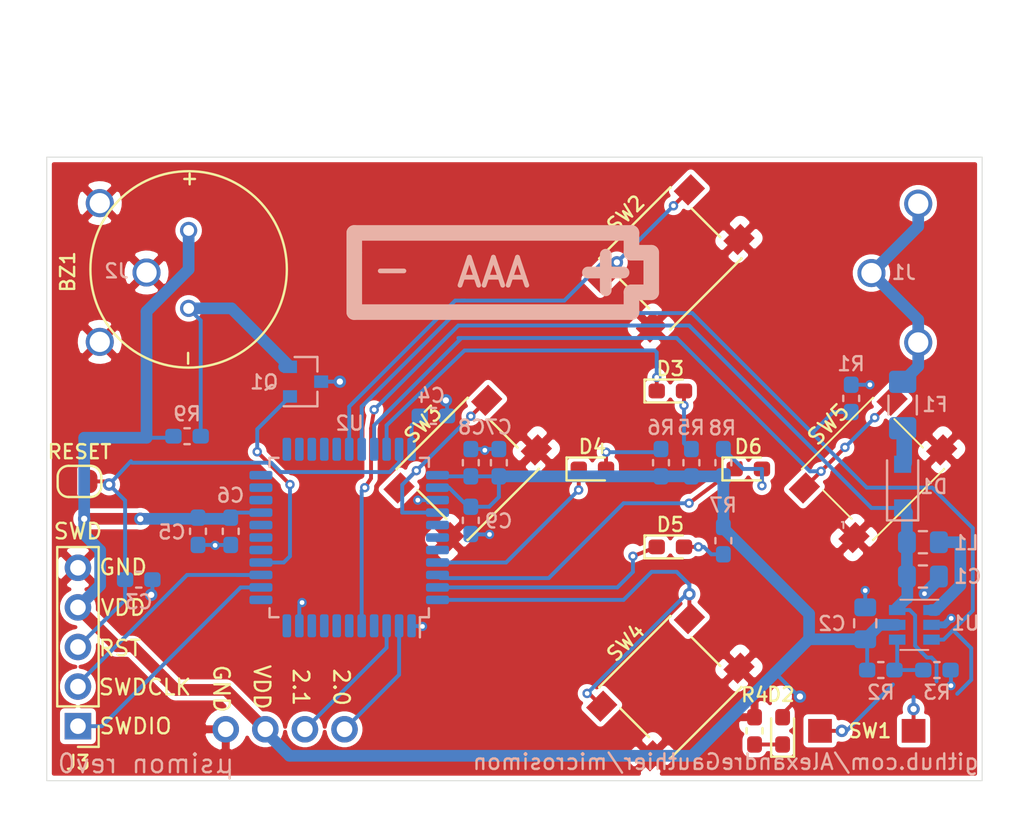
<source format=kicad_pcb>
(kicad_pcb (version 20171130) (host pcbnew "(5.1.6)-1")

  (general
    (thickness 1.6)
    (drawings 18)
    (tracks 313)
    (zones 0)
    (modules 40)
    (nets 30)
  )

  (page A4)
  (layers
    (0 F.Cu signal)
    (31 B.Cu signal)
    (32 B.Adhes user)
    (33 F.Adhes user)
    (34 B.Paste user)
    (35 F.Paste user)
    (36 B.SilkS user)
    (37 F.SilkS user)
    (38 B.Mask user)
    (39 F.Mask user)
    (40 Dwgs.User user hide)
    (41 Cmts.User user)
    (42 Eco1.User user)
    (43 Eco2.User user)
    (44 Edge.Cuts user)
    (45 Margin user)
    (46 B.CrtYd user)
    (47 F.CrtYd user)
    (48 B.Fab user)
    (49 F.Fab user)
  )

  (setup
    (last_trace_width 0.25)
    (user_trace_width 0.25)
    (user_trace_width 0.45)
    (user_trace_width 0.75)
    (trace_clearance 0.2)
    (zone_clearance 0.3)
    (zone_45_only no)
    (trace_min 0.2)
    (via_size 0.8)
    (via_drill 0.4)
    (via_min_size 0.4)
    (via_min_drill 0.3)
    (user_via 0.6 0.3)
    (uvia_size 0.3)
    (uvia_drill 0.1)
    (uvias_allowed no)
    (uvia_min_size 0.2)
    (uvia_min_drill 0.1)
    (edge_width 0.05)
    (segment_width 0.2)
    (pcb_text_width 0.3)
    (pcb_text_size 1.5 1.5)
    (mod_edge_width 0.12)
    (mod_text_size 1 1)
    (mod_text_width 0.15)
    (pad_size 1.7 1.7)
    (pad_drill 1)
    (pad_to_mask_clearance 0.05)
    (aux_axis_origin 0 0)
    (grid_origin 75 35)
    (visible_elements 7FFFFFFF)
    (pcbplotparams
      (layerselection 0x010fc_ffffffff)
      (usegerberextensions false)
      (usegerberattributes true)
      (usegerberadvancedattributes true)
      (creategerberjobfile true)
      (excludeedgelayer true)
      (linewidth 0.100000)
      (plotframeref false)
      (viasonmask false)
      (mode 1)
      (useauxorigin false)
      (hpglpennumber 1)
      (hpglpenspeed 20)
      (hpglpendiameter 15.000000)
      (psnegative false)
      (psa4output false)
      (plotreference true)
      (plotvalue true)
      (plotinvisibletext false)
      (padsonsilk false)
      (subtractmaskfromsilk false)
      (outputformat 1)
      (mirror false)
      (drillshape 0)
      (scaleselection 1)
      (outputdirectory ""))
  )

  (net 0 "")
  (net 1 GND)
  (net 2 VDD)
  (net 3 "Net-(R2-Pad2)")
  (net 4 "Net-(L1-Pad2)")
  (net 5 /XRES)
  (net 6 /SWD_CLK)
  (net 7 /SWD_IO)
  (net 8 /PWR_EN)
  (net 9 /LED_Y)
  (net 10 /LED_B)
  (net 11 /LED_G)
  (net 12 /LED_R)
  (net 13 /BTN_Y)
  (net 14 /BTN_B)
  (net 15 /BTN_G)
  (net 16 /BTN_R)
  (net 17 "Net-(C4-Pad1)")
  (net 18 /BZ1_PWM)
  (net 19 "Net-(D3-Pad2)")
  (net 20 "Net-(D4-Pad2)")
  (net 21 "Net-(D5-Pad2)")
  (net 22 "Net-(D6-Pad2)")
  (net 23 "Net-(BZ1-Pad2)")
  (net 24 "Net-(D1-Pad2)")
  (net 25 "Net-(D2-Pad1)")
  (net 26 "Net-(F1-Pad1)")
  (net 27 /VBAT)
  (net 28 /EXPOSED_P21)
  (net 29 /EXPOSED_P20)

  (net_class Default "This is the default net class."
    (clearance 0.2)
    (trace_width 0.25)
    (via_dia 0.8)
    (via_drill 0.4)
    (uvia_dia 0.3)
    (uvia_drill 0.1)
    (add_net /BTN_B)
    (add_net /BTN_G)
    (add_net /BTN_R)
    (add_net /BTN_Y)
    (add_net /BZ1_PWM)
    (add_net /EXPOSED_P20)
    (add_net /EXPOSED_P21)
    (add_net /LED_B)
    (add_net /LED_G)
    (add_net /LED_R)
    (add_net /LED_Y)
    (add_net /PWR_EN)
    (add_net /SWD_CLK)
    (add_net /SWD_IO)
    (add_net /VBAT)
    (add_net /XRES)
    (add_net GND)
    (add_net "Net-(BZ1-Pad2)")
    (add_net "Net-(C4-Pad1)")
    (add_net "Net-(D1-Pad2)")
    (add_net "Net-(D2-Pad1)")
    (add_net "Net-(D3-Pad2)")
    (add_net "Net-(D4-Pad2)")
    (add_net "Net-(D5-Pad2)")
    (add_net "Net-(D6-Pad2)")
    (add_net "Net-(F1-Pad1)")
    (add_net "Net-(L1-Pad2)")
    (add_net "Net-(R2-Pad2)")
    (add_net VDD)
  )

  (module Package_TO_SOT_SMD:SOT-23-6 (layer B.Cu) (tedit 5A02FF57) (tstamp 5F8626AC)
    (at 130.65 65 180)
    (descr "6-pin SOT-23 package")
    (tags SOT-23-6)
    (path /5F86033D)
    (attr smd)
    (fp_text reference U1 (at -3.278 0.1042) (layer B.SilkS)
      (effects (font (size 0.9 0.9) (thickness 0.153)) (justify mirror))
    )
    (fp_text value MCP1640DCH (at 0 -2.9) (layer B.Fab)
      (effects (font (size 0.9 0.9) (thickness 0.153)) (justify mirror))
    )
    (fp_line (start 0.9 1.55) (end 0.9 -1.55) (layer B.Fab) (width 0.1))
    (fp_line (start 0.9 -1.55) (end -0.9 -1.55) (layer B.Fab) (width 0.1))
    (fp_line (start -0.9 0.9) (end -0.9 -1.55) (layer B.Fab) (width 0.1))
    (fp_line (start 0.9 1.55) (end -0.25 1.55) (layer B.Fab) (width 0.1))
    (fp_line (start -0.9 0.9) (end -0.25 1.55) (layer B.Fab) (width 0.1))
    (fp_line (start -1.9 1.8) (end -1.9 -1.8) (layer B.CrtYd) (width 0.05))
    (fp_line (start -1.9 -1.8) (end 1.9 -1.8) (layer B.CrtYd) (width 0.05))
    (fp_line (start 1.9 -1.8) (end 1.9 1.8) (layer B.CrtYd) (width 0.05))
    (fp_line (start 1.9 1.8) (end -1.9 1.8) (layer B.CrtYd) (width 0.05))
    (fp_line (start 0.9 1.61) (end -1.55 1.61) (layer B.SilkS) (width 0.12))
    (fp_line (start -0.9 -1.61) (end 0.9 -1.61) (layer B.SilkS) (width 0.12))
    (fp_text user %R (at 0 0 270) (layer B.Fab)
      (effects (font (size 0.9 0.9) (thickness 0.153)) (justify mirror))
    )
    (pad 5 smd rect (at 1.1 0 180) (size 1.06 0.65) (layers B.Cu B.Paste B.Mask)
      (net 2 VDD))
    (pad 6 smd rect (at 1.1 0.95 180) (size 1.06 0.65) (layers B.Cu B.Paste B.Mask)
      (net 27 /VBAT))
    (pad 4 smd rect (at 1.1 -0.95 180) (size 1.06 0.65) (layers B.Cu B.Paste B.Mask)
      (net 3 "Net-(R2-Pad2)"))
    (pad 3 smd rect (at -1.1 -0.95 180) (size 1.06 0.65) (layers B.Cu B.Paste B.Mask)
      (net 8 /PWR_EN))
    (pad 2 smd rect (at -1.1 0 180) (size 1.06 0.65) (layers B.Cu B.Paste B.Mask)
      (net 1 GND))
    (pad 1 smd rect (at -1.1 0.95 180) (size 1.06 0.65) (layers B.Cu B.Paste B.Mask)
      (net 4 "Net-(L1-Pad2)"))
    (model ${KISYS3DMOD}/Package_TO_SOT_SMD.3dshapes/SOT-23-6.wrl
      (at (xyz 0 0 0))
      (scale (xyz 1 1 1))
      (rotate (xyz 0 0 0))
    )
  )

  (module CUSTOM:Keystone_591_AAA (layer B.Cu) (tedit 5F89FE97) (tstamp 5F8FFF1C)
    (at 127.9 42.4 180)
    (path /60C030E1)
    (fp_text reference J2 (at 49.3 0.1) (layer B.SilkS)
      (effects (font (size 0.9 0.9) (thickness 0.153)) (justify right mirror))
    )
    (fp_text value Bat- (at 51.1 -1.3) (layer B.Fab)
      (effects (font (size 0.9 0.9) (thickness 0.153)) (justify right mirror))
    )
    (fp_line (start 52 6) (end 45 6) (layer B.CrtYd) (width 0.12))
    (fp_line (start 52 -6) (end 52 6) (layer B.CrtYd) (width 0.12))
    (fp_line (start 45 -6) (end 52 -6) (layer B.CrtYd) (width 0.12))
    (fp_line (start 45 6) (end 45 -6) (layer B.CrtYd) (width 0.12))
    (fp_line (start 0 8) (end 0 10) (layer Dwgs.User) (width 0.12))
    (fp_line (start 46.5 9) (end 0 9) (layer Dwgs.User) (width 0.12))
    (fp_line (start 14.125 1.27) (end 15.395 1.27) (layer B.SilkS) (width 1))
    (fp_line (start 15.395 -1.27) (end 14.125 -1.27) (layer B.SilkS) (width 1))
    (fp_line (start 15.395 -2.54) (end 15.395 -1.27) (layer B.SilkS) (width 1))
    (fp_line (start 33.175 -2.54) (end 15.395 -2.54) (layer B.SilkS) (width 1))
    (fp_line (start 15.395 2.54) (end 33.175 2.54) (layer B.SilkS) (width 1))
    (fp_line (start 33.175 2.54) (end 33.175 1.27) (layer B.SilkS) (width 1))
    (fp_line (start 15.395 1.27) (end 15.395 2.54) (layer B.SilkS) (width 1))
    (fp_line (start 14.125 -1.27) (end 14.125 1.27) (layer B.SilkS) (width 1))
    (fp_line (start 33.175 1.27) (end 33.175 -2.54) (layer B.SilkS) (width 1))
    (fp_line (start 0 9) (end 0.5 9.5) (layer Dwgs.User) (width 0.12))
    (fp_line (start 0.5 9.5) (end 0.5 8.5) (layer Dwgs.User) (width 0.12))
    (fp_line (start 0.5 8.5) (end 0 9) (layer Dwgs.User) (width 0.12))
    (fp_line (start 46.5 9) (end 46.5 10) (layer Dwgs.User) (width 0.12))
    (fp_line (start 46.5 9) (end 46.5 8) (layer Dwgs.User) (width 0.12))
    (fp_line (start 46.5 9) (end 46 8.5) (layer Dwgs.User) (width 0.12))
    (fp_line (start 46 8.5) (end 46 9.5) (layer Dwgs.User) (width 0.12))
    (fp_line (start 46 9.5) (end 46.5 9) (layer Dwgs.User) (width 0.12))
    (fp_circle (center 0 0) (end 1.1 0) (layer Dwgs.User) (width 0.12))
    (fp_text user "597 here" (at 0 -2.5) (layer Dwgs.User)
      (effects (font (size 0.9 0.9) (thickness 0.153)))
    )
    (fp_text user "L = 46.5 mm" (at 24 10) (layer Dwgs.User)
      (effects (font (size 0.9 0.9) (thickness 0.153)))
    )
    (fp_text user - (at 30.75 0.25) (layer B.SilkS)
      (effects (font (size 2 2) (thickness 0.3)) (justify mirror))
    )
    (fp_text user + (at 17.25 0 270) (layer B.SilkS)
      (effects (font (size 3 3) (thickness 0.75)) (justify mirror))
    )
    (fp_text user AAA (at 24.25 0) (layer B.SilkS)
      (effects (font (size 1.8 1.8) (thickness 0.306)) (justify mirror))
    )
    (pad 1 thru_hole circle (at 46.5 0 180) (size 1.8 1.8) (drill 1.3) (layers *.Cu *.Mask)
      (net 1 GND))
    (pad 1 thru_hole circle (at 49.5 4.45 180) (size 1.8 1.8) (drill 1.3) (layers *.Cu *.Mask)
      (net 1 GND))
    (pad 1 thru_hole circle (at 49.5 -4.45 180) (size 1.8 1.8) (drill 1.3) (layers *.Cu *.Mask)
      (net 1 GND))
  )

  (module Footprints:SPKR_PKM13EPYH4002-B0 (layer F.Cu) (tedit 5F8AFA6E) (tstamp 5F8B53BA)
    (at 84.1 42.2 90)
    (path /60CF6C92)
    (fp_text reference BZ1 (at -0.155 -7.755 90) (layer F.SilkS)
      (effects (font (size 0.9 0.9) (thickness 0.153)))
    )
    (fp_text value PKM13EPYH4002-B0 (at 10.005 7.755 90) (layer F.Fab)
      (effects (font (size 0.9 0.9) (thickness 0.153)))
    )
    (fp_circle (center 0 0) (end 6.3 0) (layer F.SilkS) (width 0.153))
    (fp_circle (center 0 0) (end 6.3 0) (layer F.Fab) (width 0.153))
    (fp_circle (center 0 0) (end 6.55 0) (layer F.CrtYd) (width 0.153))
    (fp_text user + (at 5.8 0 90) (layer F.SilkS)
      (effects (font (size 0.9 0.9) (thickness 0.153)))
    )
    (fp_text user + (at 5.8 0 90) (layer F.Fab)
      (effects (font (size 0.9 0.9) (thickness 0.153)))
    )
    (fp_text user - (at -5.7 -0.1 90) (layer F.Fab)
      (effects (font (size 0.9 0.9) (thickness 0.153)))
    )
    (fp_text user - (at -5.7 -0.1 90) (layer F.SilkS)
      (effects (font (size 0.9 0.9) (thickness 0.153)))
    )
    (pad 1 thru_hole circle (at 2.5 0 90) (size 1.1 1.1) (drill 0.7) (layers *.Cu *.Mask)
      (net 2 VDD))
    (pad 2 thru_hole circle (at -2.5 0 90) (size 1.1 1.1) (drill 0.7) (layers *.Cu *.Mask)
      (net 23 "Net-(BZ1-Pad2)"))
  )

  (module CUSTOM:4_exposed_pins (layer F.Cu) (tedit 5F8B344B) (tstamp 5F903B35)
    (at 90.1 71.7 180)
    (path /604F8E52)
    (fp_text reference J4 (at -8 0) (layer F.SilkS) hide
      (effects (font (size 1 1) (thickness 0.15)))
    )
    (fp_text value "Not populated" (at 0 -3) (layer F.Fab) hide
      (effects (font (size 1 1) (thickness 0.15)))
    )
    (fp_line (start 5.4 1.8) (end 5.4 -1.8) (layer F.CrtYd) (width 0.05))
    (fp_line (start -5.8 1.8) (end 5.4 1.8) (layer F.CrtYd) (width 0.05))
    (fp_line (start -5.8 -1.8) (end -5.8 1.8) (layer F.CrtYd) (width 0.05))
    (fp_line (start 5.4 -1.8) (end -5.8 -1.8) (layer F.CrtYd) (width 0.05))
    (fp_text user %R (at 0 2.5 180) (layer F.Fab) hide
      (effects (font (size 1 1) (thickness 0.15)))
    )
    (pad 2 thru_hole oval (at -1.46 0 270) (size 1.7 1.7) (drill 1) (layers *.Cu *.Mask)
      (net 28 /EXPOSED_P21))
    (pad 3 thru_hole oval (at 1.08 0 270) (size 1.7 1.7) (drill 1) (layers *.Cu *.Mask)
      (net 2 VDD))
    (pad 4 thru_hole oval (at 3.62 0 270) (size 1.7 1.7) (drill 1) (layers *.Cu *.Mask)
      (net 1 GND))
    (pad 1 thru_hole circle (at -4 0 270) (size 1.7 1.7) (drill 1) (layers *.Cu *.Mask)
      (net 29 /EXPOSED_P20))
  )

  (module "CUSTOM:El-cheapo red smd SPST" (layer F.Cu) (tedit 5F8AF9F7) (tstamp 5F8BE56A)
    (at 127.6 71.8)
    (path /5FD98F60)
    (fp_text reference SW1 (at 0.2 0) (layer F.SilkS)
      (effects (font (size 0.9 0.9) (thickness 0.153)))
    )
    (fp_text value SW_Push (at 0 3) (layer F.Fab)
      (effects (font (size 0.9 0.9) (thickness 0.153)))
    )
    (fp_line (start 3 -1) (end 4 -1) (layer F.CrtYd) (width 0.12))
    (fp_line (start 3 -2) (end 3 -1) (layer F.CrtYd) (width 0.12))
    (fp_line (start 3 1) (end 3 2) (layer F.CrtYd) (width 0.12))
    (fp_line (start 4 1) (end 3 1) (layer F.CrtYd) (width 0.12))
    (fp_line (start -3 1) (end -3 2) (layer F.CrtYd) (width 0.12))
    (fp_line (start -4 1) (end -3 1) (layer F.CrtYd) (width 0.12))
    (fp_line (start -3 -1) (end -3 -2) (layer F.CrtYd) (width 0.12))
    (fp_line (start -4 -1) (end -3 -1) (layer F.CrtYd) (width 0.12))
    (fp_line (start 3 2) (end -3 2) (layer F.CrtYd) (width 0.12))
    (fp_line (start 4 -1) (end 4 1) (layer F.CrtYd) (width 0.12))
    (fp_line (start -3 -2) (end 3 -2) (layer F.CrtYd) (width 0.12))
    (fp_line (start -4 1) (end -4 -1) (layer F.CrtYd) (width 0.12))
    (pad 1 smd rect (at -3 0) (size 1.524 1.524) (layers F.Cu F.Paste F.Mask)
      (net 27 /VBAT))
    (pad 2 smd rect (at 3 0) (size 1.524 1.524) (layers F.Cu F.Paste F.Mask)
      (net 8 /PWR_EN))
  )

  (module Package_QFP:LQFP-44_10x10mm_P0.8mm (layer B.Cu) (tedit 5D9F72AF) (tstamp 5F8A3B8D)
    (at 94.4 59.4 90)
    (descr "LQFP, 44 Pin (https://www.nxp.com/files-static/shared/doc/package_info/98ASS23225W.pdf?&fsrch=1), generated with kicad-footprint-generator ipc_gullwing_generator.py")
    (tags "LQFP QFP")
    (path /5F8CCA7D)
    (attr smd)
    (fp_text reference U2 (at 7.3312 0.031 180) (layer B.SilkS)
      (effects (font (size 0.9 0.9) (thickness 0.153)) (justify mirror))
    )
    (fp_text value CY8C4125AXI-473 (at 0 -7.35 90) (layer B.Fab)
      (effects (font (size 0.9 0.9) (thickness 0.153)) (justify mirror))
    )
    (fp_line (start 4.535 -5.11) (end 5.11 -5.11) (layer B.SilkS) (width 0.153))
    (fp_line (start 5.11 -5.11) (end 5.11 -4.535) (layer B.SilkS) (width 0.153))
    (fp_line (start -4.535 -5.11) (end -5.11 -5.11) (layer B.SilkS) (width 0.153))
    (fp_line (start -5.11 -5.11) (end -5.11 -4.535) (layer B.SilkS) (width 0.153))
    (fp_line (start 4.535 5.11) (end 5.11 5.11) (layer B.SilkS) (width 0.153))
    (fp_line (start 5.11 5.11) (end 5.11 4.535) (layer B.SilkS) (width 0.153))
    (fp_line (start -4.535 5.11) (end -5.11 5.11) (layer B.SilkS) (width 0.153))
    (fp_line (start -5.11 5.11) (end -5.11 4.535) (layer B.SilkS) (width 0.153))
    (fp_line (start -5.11 4.535) (end -6.4 4.535) (layer B.SilkS) (width 0.153))
    (fp_line (start -4 5) (end 5 5) (layer B.Fab) (width 0.153))
    (fp_line (start 5 5) (end 5 -5) (layer B.Fab) (width 0.153))
    (fp_line (start 5 -5) (end -5 -5) (layer B.Fab) (width 0.153))
    (fp_line (start -5 -5) (end -5 4) (layer B.Fab) (width 0.153))
    (fp_line (start -5 4) (end -4 5) (layer B.Fab) (width 0.153))
    (fp_line (start 0 6.65) (end -4.52 6.65) (layer B.CrtYd) (width 0.153))
    (fp_line (start -4.52 6.65) (end -4.52 5.25) (layer B.CrtYd) (width 0.153))
    (fp_line (start -4.52 5.25) (end -5.25 5.25) (layer B.CrtYd) (width 0.153))
    (fp_line (start -5.25 5.25) (end -5.25 4.52) (layer B.CrtYd) (width 0.153))
    (fp_line (start -5.25 4.52) (end -6.65 4.52) (layer B.CrtYd) (width 0.153))
    (fp_line (start -6.65 4.52) (end -6.65 0) (layer B.CrtYd) (width 0.153))
    (fp_line (start 0 6.65) (end 4.52 6.65) (layer B.CrtYd) (width 0.153))
    (fp_line (start 4.52 6.65) (end 4.52 5.25) (layer B.CrtYd) (width 0.153))
    (fp_line (start 4.52 5.25) (end 5.25 5.25) (layer B.CrtYd) (width 0.153))
    (fp_line (start 5.25 5.25) (end 5.25 4.52) (layer B.CrtYd) (width 0.153))
    (fp_line (start 5.25 4.52) (end 6.65 4.52) (layer B.CrtYd) (width 0.153))
    (fp_line (start 6.65 4.52) (end 6.65 0) (layer B.CrtYd) (width 0.153))
    (fp_line (start 0 -6.65) (end -4.52 -6.65) (layer B.CrtYd) (width 0.153))
    (fp_line (start -4.52 -6.65) (end -4.52 -5.25) (layer B.CrtYd) (width 0.153))
    (fp_line (start -4.52 -5.25) (end -5.25 -5.25) (layer B.CrtYd) (width 0.153))
    (fp_line (start -5.25 -5.25) (end -5.25 -4.52) (layer B.CrtYd) (width 0.153))
    (fp_line (start -5.25 -4.52) (end -6.65 -4.52) (layer B.CrtYd) (width 0.153))
    (fp_line (start -6.65 -4.52) (end -6.65 0) (layer B.CrtYd) (width 0.153))
    (fp_line (start 0 -6.65) (end 4.52 -6.65) (layer B.CrtYd) (width 0.153))
    (fp_line (start 4.52 -6.65) (end 4.52 -5.25) (layer B.CrtYd) (width 0.153))
    (fp_line (start 4.52 -5.25) (end 5.25 -5.25) (layer B.CrtYd) (width 0.153))
    (fp_line (start 5.25 -5.25) (end 5.25 -4.52) (layer B.CrtYd) (width 0.153))
    (fp_line (start 5.25 -4.52) (end 6.65 -4.52) (layer B.CrtYd) (width 0.153))
    (fp_line (start 6.65 -4.52) (end 6.65 0) (layer B.CrtYd) (width 0.153))
    (fp_text user %R (at -0.1872 -0.0452 90) (layer B.Fab)
      (effects (font (size 0.9 0.9) (thickness 0.153)) (justify mirror))
    )
    (pad 44 smd roundrect (at -4 5.6625 90) (size 0.55 1.475) (layers B.Cu B.Paste B.Mask) (roundrect_rratio 0.25)
      (net 15 /BTN_G))
    (pad 43 smd roundrect (at -3.2 5.6625 90) (size 0.55 1.475) (layers B.Cu B.Paste B.Mask) (roundrect_rratio 0.25)
      (net 11 /LED_G))
    (pad 42 smd roundrect (at -2.4 5.6625 90) (size 0.55 1.475) (layers B.Cu B.Paste B.Mask) (roundrect_rratio 0.25)
      (net 12 /LED_R))
    (pad 41 smd roundrect (at -1.6 5.6625 90) (size 0.55 1.475) (layers B.Cu B.Paste B.Mask) (roundrect_rratio 0.25)
      (net 10 /LED_B))
    (pad 40 smd roundrect (at -0.8 5.6625 90) (size 0.55 1.475) (layers B.Cu B.Paste B.Mask) (roundrect_rratio 0.25))
    (pad 39 smd roundrect (at 0 5.6625 90) (size 0.55 1.475) (layers B.Cu B.Paste B.Mask) (roundrect_rratio 0.25))
    (pad 38 smd roundrect (at 0.8 5.6625 90) (size 0.55 1.475) (layers B.Cu B.Paste B.Mask) (roundrect_rratio 0.25))
    (pad 37 smd roundrect (at 1.6 5.6625 90) (size 0.55 1.475) (layers B.Cu B.Paste B.Mask) (roundrect_rratio 0.25)
      (net 14 /BTN_B))
    (pad 36 smd roundrect (at 2.4 5.6625 90) (size 0.55 1.475) (layers B.Cu B.Paste B.Mask) (roundrect_rratio 0.25)
      (net 1 GND))
    (pad 35 smd roundrect (at 3.2 5.6625 90) (size 0.55 1.475) (layers B.Cu B.Paste B.Mask) (roundrect_rratio 0.25)
      (net 2 VDD))
    (pad 34 smd roundrect (at 4 5.6625 90) (size 0.55 1.475) (layers B.Cu B.Paste B.Mask) (roundrect_rratio 0.25)
      (net 2 VDD))
    (pad 33 smd roundrect (at 5.6625 4 90) (size 1.475 0.55) (layers B.Cu B.Paste B.Mask) (roundrect_rratio 0.25)
      (net 17 "Net-(C4-Pad1)"))
    (pad 32 smd roundrect (at 5.6625 3.2 90) (size 1.475 0.55) (layers B.Cu B.Paste B.Mask) (roundrect_rratio 0.25)
      (net 5 /XRES))
    (pad 31 smd roundrect (at 5.6625 2.4 90) (size 1.475 0.55) (layers B.Cu B.Paste B.Mask) (roundrect_rratio 0.25)
      (net 9 /LED_Y))
    (pad 30 smd roundrect (at 5.6625 1.6 90) (size 1.475 0.55) (layers B.Cu B.Paste B.Mask) (roundrect_rratio 0.25)
      (net 16 /BTN_R))
    (pad 29 smd roundrect (at 5.6625 0.8 90) (size 1.475 0.55) (layers B.Cu B.Paste B.Mask) (roundrect_rratio 0.25)
      (net 8 /PWR_EN))
    (pad 28 smd roundrect (at 5.6625 0 90) (size 1.475 0.55) (layers B.Cu B.Paste B.Mask) (roundrect_rratio 0.25)
      (net 13 /BTN_Y))
    (pad 27 smd roundrect (at 5.6625 -0.8 90) (size 1.475 0.55) (layers B.Cu B.Paste B.Mask) (roundrect_rratio 0.25))
    (pad 26 smd roundrect (at 5.6625 -1.6 90) (size 1.475 0.55) (layers B.Cu B.Paste B.Mask) (roundrect_rratio 0.25))
    (pad 25 smd roundrect (at 5.6625 -2.4 90) (size 1.475 0.55) (layers B.Cu B.Paste B.Mask) (roundrect_rratio 0.25))
    (pad 24 smd roundrect (at 5.6625 -3.2 90) (size 1.475 0.55) (layers B.Cu B.Paste B.Mask) (roundrect_rratio 0.25))
    (pad 23 smd roundrect (at 5.6625 -4 90) (size 1.475 0.55) (layers B.Cu B.Paste B.Mask) (roundrect_rratio 0.25))
    (pad 22 smd roundrect (at 4 -5.6625 90) (size 0.55 1.475) (layers B.Cu B.Paste B.Mask) (roundrect_rratio 0.25))
    (pad 21 smd roundrect (at 3.2 -5.6625 90) (size 0.55 1.475) (layers B.Cu B.Paste B.Mask) (roundrect_rratio 0.25))
    (pad 20 smd roundrect (at 2.4 -5.6625 90) (size 0.55 1.475) (layers B.Cu B.Paste B.Mask) (roundrect_rratio 0.25))
    (pad 19 smd roundrect (at 1.6 -5.6625 90) (size 0.55 1.475) (layers B.Cu B.Paste B.Mask) (roundrect_rratio 0.25)
      (net 2 VDD))
    (pad 18 smd roundrect (at 0.8 -5.6625 90) (size 0.55 1.475) (layers B.Cu B.Paste B.Mask) (roundrect_rratio 0.25))
    (pad 17 smd roundrect (at 0 -5.6625 90) (size 0.55 1.475) (layers B.Cu B.Paste B.Mask) (roundrect_rratio 0.25))
    (pad 16 smd roundrect (at -0.8 -5.6625 90) (size 0.55 1.475) (layers B.Cu B.Paste B.Mask) (roundrect_rratio 0.25))
    (pad 15 smd roundrect (at -1.6 -5.6625 90) (size 0.55 1.475) (layers B.Cu B.Paste B.Mask) (roundrect_rratio 0.25)
      (net 18 /BZ1_PWM))
    (pad 14 smd roundrect (at -2.4 -5.6625 90) (size 0.55 1.475) (layers B.Cu B.Paste B.Mask) (roundrect_rratio 0.25)
      (net 6 /SWD_CLK))
    (pad 13 smd roundrect (at -3.2 -5.6625 90) (size 0.55 1.475) (layers B.Cu B.Paste B.Mask) (roundrect_rratio 0.25)
      (net 7 /SWD_IO))
    (pad 12 smd roundrect (at -4 -5.6625 90) (size 0.55 1.475) (layers B.Cu B.Paste B.Mask) (roundrect_rratio 0.25))
    (pad 11 smd roundrect (at -5.6625 -4 90) (size 1.475 0.55) (layers B.Cu B.Paste B.Mask) (roundrect_rratio 0.25))
    (pad 10 smd roundrect (at -5.6625 -3.2 90) (size 1.475 0.55) (layers B.Cu B.Paste B.Mask) (roundrect_rratio 0.25)
      (net 1 GND))
    (pad 9 smd roundrect (at -5.6625 -2.4 90) (size 1.475 0.55) (layers B.Cu B.Paste B.Mask) (roundrect_rratio 0.25))
    (pad 8 smd roundrect (at -5.6625 -1.6 90) (size 1.475 0.55) (layers B.Cu B.Paste B.Mask) (roundrect_rratio 0.25))
    (pad 7 smd roundrect (at -5.6625 -0.8 90) (size 1.475 0.55) (layers B.Cu B.Paste B.Mask) (roundrect_rratio 0.25))
    (pad 6 smd roundrect (at -5.6625 0 90) (size 1.475 0.55) (layers B.Cu B.Paste B.Mask) (roundrect_rratio 0.25))
    (pad 5 smd roundrect (at -5.6625 0.8 90) (size 1.475 0.55) (layers B.Cu B.Paste B.Mask) (roundrect_rratio 0.25)
      (net 27 /VBAT))
    (pad 4 smd roundrect (at -5.6625 1.6 90) (size 1.475 0.55) (layers B.Cu B.Paste B.Mask) (roundrect_rratio 0.25))
    (pad 3 smd roundrect (at -5.6625 2.4 90) (size 1.475 0.55) (layers B.Cu B.Paste B.Mask) (roundrect_rratio 0.25)
      (net 28 /EXPOSED_P21))
    (pad 2 smd roundrect (at -5.6625 3.2 90) (size 1.475 0.55) (layers B.Cu B.Paste B.Mask) (roundrect_rratio 0.25)
      (net 29 /EXPOSED_P20))
    (pad 1 smd roundrect (at -5.6625 4 90) (size 1.475 0.55) (layers B.Cu B.Paste B.Mask) (roundrect_rratio 0.25)
      (net 1 GND))
    (model ${KISYS3DMOD}/Package_QFP.3dshapes/LQFP-44_10x10mm_P0.8mm.wrl
      (at (xyz 0 0 0))
      (scale (xyz 1 1 1))
      (rotate (xyz 0 0 0))
    )
  )

  (module Button_Switch_SMD:SW_Push_1P1T_NO_6x6mm_H9.5mm (layer F.Cu) (tedit 5CA1CA7F) (tstamp 5F8E8874)
    (at 128 55 45)
    (descr "tactile push button, 6x6mm e.g. PTS645xx series, height=9.5mm")
    (tags "tact sw push 6mm smd")
    (path /5F850836)
    (attr smd)
    (fp_text reference SW5 (at 0 -4.05 45) (layer F.SilkS)
      (effects (font (size 1 1) (thickness 0.15)))
    )
    (fp_text value SW_Push (at 0 4.15 45) (layer F.Fab)
      (effects (font (size 1 1) (thickness 0.15)))
    )
    (fp_line (start -3 -3) (end -3 3) (layer F.Fab) (width 0.1))
    (fp_line (start -3 3) (end 3 3) (layer F.Fab) (width 0.1))
    (fp_line (start 3 3) (end 3 -3) (layer F.Fab) (width 0.1))
    (fp_line (start 3 -3) (end -3 -3) (layer F.Fab) (width 0.1))
    (fp_line (start 5 3.25) (end 5 -3.25) (layer F.CrtYd) (width 0.05))
    (fp_line (start -5 -3.25) (end -5 3.25) (layer F.CrtYd) (width 0.05))
    (fp_line (start -5 3.25) (end 5 3.25) (layer F.CrtYd) (width 0.05))
    (fp_line (start -5 -3.25) (end 5 -3.25) (layer F.CrtYd) (width 0.05))
    (fp_line (start 3.23 -3.23) (end 3.23 -3.2) (layer F.SilkS) (width 0.12))
    (fp_line (start 3.23 3.23) (end 3.23 3.2) (layer F.SilkS) (width 0.12))
    (fp_line (start -3.23 3.23) (end -3.23 3.2) (layer F.SilkS) (width 0.12))
    (fp_line (start -3.23 -3.2) (end -3.23 -3.23) (layer F.SilkS) (width 0.12))
    (fp_line (start 3.23 -1.3) (end 3.23 1.3) (layer F.SilkS) (width 0.12))
    (fp_line (start -3.23 -3.23) (end 3.23 -3.23) (layer F.SilkS) (width 0.12))
    (fp_line (start -3.23 -1.3) (end -3.23 1.3) (layer F.SilkS) (width 0.12))
    (fp_line (start -3.23 3.23) (end 3.23 3.23) (layer F.SilkS) (width 0.12))
    (fp_circle (center 0 0) (end 1.75 -0.05) (layer F.Fab) (width 0.1))
    (fp_text user %R (at 0 -4.05 45) (layer F.Fab)
      (effects (font (size 1 1) (thickness 0.15)))
    )
    (pad 2 smd rect (at 3.975 2.25 45) (size 1.55 1.3) (layers F.Cu F.Paste F.Mask)
      (net 1 GND))
    (pad 1 smd rect (at 3.975 -2.25 45) (size 1.55 1.3) (layers F.Cu F.Paste F.Mask)
      (net 16 /BTN_R))
    (pad 1 smd rect (at -3.975 -2.25 45) (size 1.55 1.3) (layers F.Cu F.Paste F.Mask)
      (net 16 /BTN_R))
    (pad 2 smd rect (at -3.975 2.25 45) (size 1.55 1.3) (layers F.Cu F.Paste F.Mask)
      (net 1 GND))
    (model ${KISYS3DMOD}/Button_Switch_SMD.3dshapes/SW_PUSH_6mm_H9.5mm.wrl
      (at (xyz 0 0 0))
      (scale (xyz 1 1 1))
      (rotate (xyz 0 0 0))
    )
  )

  (module Capacitor_SMD:C_0805_2012Metric_Pad1.15x1.40mm_HandSolder (layer B.Cu) (tedit 5B36C52B) (tstamp 5F8B53CB)
    (at 131.2 61.9)
    (descr "Capacitor SMD 0805 (2012 Metric), square (rectangular) end terminal, IPC_7351 nominal with elongated pad for handsoldering. (Body size source: https://docs.google.com/spreadsheets/d/1BsfQQcO9C6DZCsRaXUlFlo91Tg2WpOkGARC1WS5S8t0/edit?usp=sharing), generated with kicad-footprint-generator")
    (tags "capacitor handsolder")
    (path /5F8C04A0)
    (attr smd)
    (fp_text reference C1 (at 2.8804 -0.0014 180) (layer B.SilkS)
      (effects (font (size 0.9 0.9) (thickness 0.153)) (justify mirror))
    )
    (fp_text value "4.7 uF" (at 0 -1.65) (layer B.Fab)
      (effects (font (size 0.9 0.9) (thickness 0.153)) (justify mirror))
    )
    (fp_line (start -1 -0.6) (end -1 0.6) (layer B.Fab) (width 0.153))
    (fp_line (start -1 0.6) (end 1 0.6) (layer B.Fab) (width 0.153))
    (fp_line (start 1 0.6) (end 1 -0.6) (layer B.Fab) (width 0.153))
    (fp_line (start 1 -0.6) (end -1 -0.6) (layer B.Fab) (width 0.153))
    (fp_line (start -0.261252 0.71) (end 0.261252 0.71) (layer B.SilkS) (width 0.153))
    (fp_line (start -0.261252 -0.71) (end 0.261252 -0.71) (layer B.SilkS) (width 0.153))
    (fp_line (start -1.85 -0.95) (end -1.85 0.95) (layer B.CrtYd) (width 0.153))
    (fp_line (start -1.85 0.95) (end 1.85 0.95) (layer B.CrtYd) (width 0.153))
    (fp_line (start 1.85 0.95) (end 1.85 -0.95) (layer B.CrtYd) (width 0.153))
    (fp_line (start 1.85 -0.95) (end -1.85 -0.95) (layer B.CrtYd) (width 0.153))
    (fp_text user %R (at 0 0) (layer B.Fab)
      (effects (font (size 0.9 0.9) (thickness 0.153)) (justify mirror))
    )
    (pad 2 smd roundrect (at 1.025 0) (size 1.15 1.4) (layers B.Cu B.Paste B.Mask) (roundrect_rratio 0.217391)
      (net 1 GND))
    (pad 1 smd roundrect (at -1.025 0) (size 1.15 1.4) (layers B.Cu B.Paste B.Mask) (roundrect_rratio 0.217391)
      (net 27 /VBAT))
    (model ${KISYS3DMOD}/Capacitor_SMD.3dshapes/C_0805_2012Metric.wrl
      (at (xyz 0 0 0))
      (scale (xyz 1 1 1))
      (rotate (xyz 0 0 0))
    )
  )

  (module Fuse:Fuse_1206_3216Metric_Pad1.42x1.75mm_HandSolder (layer B.Cu) (tedit 5B301BBE) (tstamp 5F8B7404)
    (at 129.9 50.9 270)
    (descr "Fuse SMD 1206 (3216 Metric), square (rectangular) end terminal, IPC_7351 nominal with elongated pad for handsoldering. (Body size source: http://www.tortai-tech.com/upload/download/2011102023233369053.pdf), generated with kicad-footprint-generator")
    (tags "resistor handsolder")
    (path /60E8807D)
    (attr smd)
    (fp_text reference F1 (at -0.025 -2.0722 180) (layer B.SilkS)
      (effects (font (size 0.9 0.9) (thickness 0.153)) (justify mirror))
    )
    (fp_text value "C1Q 250" (at 0 -1.82 90) (layer B.Fab)
      (effects (font (size 0.9 0.9) (thickness 0.153)) (justify mirror))
    )
    (fp_line (start -1.6 -0.8) (end -1.6 0.8) (layer B.Fab) (width 0.153))
    (fp_line (start -1.6 0.8) (end 1.6 0.8) (layer B.Fab) (width 0.153))
    (fp_line (start 1.6 0.8) (end 1.6 -0.8) (layer B.Fab) (width 0.153))
    (fp_line (start 1.6 -0.8) (end -1.6 -0.8) (layer B.Fab) (width 0.153))
    (fp_line (start -0.602064 0.91) (end 0.602064 0.91) (layer B.SilkS) (width 0.153))
    (fp_line (start -0.602064 -0.91) (end 0.602064 -0.91) (layer B.SilkS) (width 0.153))
    (fp_line (start -2.45 -1.12) (end -2.45 1.12) (layer B.CrtYd) (width 0.153))
    (fp_line (start -2.45 1.12) (end 2.45 1.12) (layer B.CrtYd) (width 0.153))
    (fp_line (start 2.45 1.12) (end 2.45 -1.12) (layer B.CrtYd) (width 0.153))
    (fp_line (start 2.45 -1.12) (end -2.45 -1.12) (layer B.CrtYd) (width 0.153))
    (fp_text user %R (at 0 0 270) (layer B.Fab)
      (effects (font (size 0.9 0.9) (thickness 0.153)) (justify mirror))
    )
    (pad 2 smd roundrect (at 1.4875 0 270) (size 1.425 1.75) (layers B.Cu B.Paste B.Mask) (roundrect_rratio 0.175439)
      (net 24 "Net-(D1-Pad2)"))
    (pad 1 smd roundrect (at -1.4875 0 270) (size 1.425 1.75) (layers B.Cu B.Paste B.Mask) (roundrect_rratio 0.175439)
      (net 26 "Net-(F1-Pad1)"))
    (model ${KISYS3DMOD}/Fuse.3dshapes/Fuse_1206_3216Metric.wrl
      (at (xyz 0 0 0))
      (scale (xyz 1 1 1))
      (rotate (xyz 0 0 0))
    )
  )

  (module Inductor_SMD:L_0805_2012Metric_Pad1.15x1.40mm_HandSolder (layer B.Cu) (tedit 5B36C52B) (tstamp 5F8B74F3)
    (at 131.2 59.7)
    (descr "Capacitor SMD 0805 (2012 Metric), square (rectangular) end terminal, IPC_7351 nominal with elongated pad for handsoldering. (Body size source: https://docs.google.com/spreadsheets/d/1BsfQQcO9C6DZCsRaXUlFlo91Tg2WpOkGARC1WS5S8t0/edit?usp=sharing), generated with kicad-footprint-generator")
    (tags "inductor handsolder")
    (path /5F8A9134)
    (attr smd)
    (fp_text reference L1 (at 2.7788 0.0396) (layer B.SilkS)
      (effects (font (size 0.9 0.9) (thickness 0.153)) (justify mirror))
    )
    (fp_text value "4.7 uH" (at 0 -1.65) (layer B.Fab)
      (effects (font (size 0.9 0.9) (thickness 0.153)) (justify mirror))
    )
    (fp_line (start -1 -0.6) (end -1 0.6) (layer B.Fab) (width 0.153))
    (fp_line (start -1 0.6) (end 1 0.6) (layer B.Fab) (width 0.153))
    (fp_line (start 1 0.6) (end 1 -0.6) (layer B.Fab) (width 0.153))
    (fp_line (start 1 -0.6) (end -1 -0.6) (layer B.Fab) (width 0.153))
    (fp_line (start -0.261252 0.71) (end 0.261252 0.71) (layer B.SilkS) (width 0.153))
    (fp_line (start -0.261252 -0.71) (end 0.261252 -0.71) (layer B.SilkS) (width 0.153))
    (fp_line (start -1.85 -0.95) (end -1.85 0.95) (layer B.CrtYd) (width 0.153))
    (fp_line (start -1.85 0.95) (end 1.85 0.95) (layer B.CrtYd) (width 0.153))
    (fp_line (start 1.85 0.95) (end 1.85 -0.95) (layer B.CrtYd) (width 0.153))
    (fp_line (start 1.85 -0.95) (end -1.85 -0.95) (layer B.CrtYd) (width 0.153))
    (fp_text user %R (at 0 0 270) (layer B.Fab)
      (effects (font (size 0.9 0.9) (thickness 0.153)) (justify mirror))
    )
    (pad 2 smd roundrect (at 1.025 0) (size 1.15 1.4) (layers B.Cu B.Paste B.Mask) (roundrect_rratio 0.217391)
      (net 4 "Net-(L1-Pad2)"))
    (pad 1 smd roundrect (at -1.025 0) (size 1.15 1.4) (layers B.Cu B.Paste B.Mask) (roundrect_rratio 0.217391)
      (net 27 /VBAT))
    (model ${KISYS3DMOD}/Inductor_SMD.3dshapes/L_0805_2012Metric.wrl
      (at (xyz 0 0 0))
      (scale (xyz 1 1 1))
      (rotate (xyz 0 0 0))
    )
  )

  (module Capacitor_SMD:C_0805_2012Metric_Pad1.15x1.40mm_HandSolder (layer B.Cu) (tedit 5B36C52B) (tstamp 5F8B53DC)
    (at 127.5 64.9 90)
    (descr "Capacitor SMD 0805 (2012 Metric), square (rectangular) end terminal, IPC_7351 nominal with elongated pad for handsoldering. (Body size source: https://docs.google.com/spreadsheets/d/1BsfQQcO9C6DZCsRaXUlFlo91Tg2WpOkGARC1WS5S8t0/edit?usp=sharing), generated with kicad-footprint-generator")
    (tags "capacitor handsolder")
    (path /5F8AB90D)
    (attr smd)
    (fp_text reference C2 (at -0.0212 -2.1318) (layer B.SilkS)
      (effects (font (size 0.9 0.9) (thickness 0.153)) (justify mirror))
    )
    (fp_text value "10 uF" (at 0 -1.65 270) (layer B.Fab)
      (effects (font (size 0.9 0.9) (thickness 0.153)) (justify mirror))
    )
    (fp_line (start -1 -0.6) (end -1 0.6) (layer B.Fab) (width 0.153))
    (fp_line (start -1 0.6) (end 1 0.6) (layer B.Fab) (width 0.153))
    (fp_line (start 1 0.6) (end 1 -0.6) (layer B.Fab) (width 0.153))
    (fp_line (start 1 -0.6) (end -1 -0.6) (layer B.Fab) (width 0.153))
    (fp_line (start -0.261252 0.71) (end 0.261252 0.71) (layer B.SilkS) (width 0.153))
    (fp_line (start -0.261252 -0.71) (end 0.261252 -0.71) (layer B.SilkS) (width 0.153))
    (fp_line (start -1.85 -0.95) (end -1.85 0.95) (layer B.CrtYd) (width 0.153))
    (fp_line (start -1.85 0.95) (end 1.85 0.95) (layer B.CrtYd) (width 0.153))
    (fp_line (start 1.85 0.95) (end 1.85 -0.95) (layer B.CrtYd) (width 0.153))
    (fp_line (start 1.85 -0.95) (end -1.85 -0.95) (layer B.CrtYd) (width 0.153))
    (fp_text user %R (at 0 0 270) (layer B.Fab)
      (effects (font (size 0.9 0.9) (thickness 0.153)) (justify mirror))
    )
    (pad 2 smd roundrect (at 1.025 0 90) (size 1.15 1.4) (layers B.Cu B.Paste B.Mask) (roundrect_rratio 0.217391)
      (net 1 GND))
    (pad 1 smd roundrect (at -1.025 0 90) (size 1.15 1.4) (layers B.Cu B.Paste B.Mask) (roundrect_rratio 0.217391)
      (net 2 VDD))
    (model ${KISYS3DMOD}/Capacitor_SMD.3dshapes/C_0805_2012Metric.wrl
      (at (xyz 0 0 0))
      (scale (xyz 1 1 1))
      (rotate (xyz 0 0 0))
    )
  )

  (module Resistor_SMD:R_0603_1608Metric_Pad1.05x0.95mm_HandSolder (layer B.Cu) (tedit 5B301BBD) (tstamp 5F8B564D)
    (at 84 52.9 180)
    (descr "Resistor SMD 0603 (1608 Metric), square (rectangular) end terminal, IPC_7351 nominal with elongated pad for handsoldering. (Body size source: http://www.tortai-tech.com/upload/download/2011102023233369053.pdf), generated with kicad-footprint-generator")
    (tags "resistor handsolder")
    (path /606EFE83)
    (attr smd)
    (fp_text reference R9 (at 0 1.43 180) (layer B.SilkS)
      (effects (font (size 0.9 0.9) (thickness 0.153)) (justify mirror))
    )
    (fp_text value 1K (at 0 -1.43 180) (layer B.Fab)
      (effects (font (size 0.9 0.9) (thickness 0.153)) (justify mirror))
    )
    (fp_line (start -0.8 -0.4) (end -0.8 0.4) (layer B.Fab) (width 0.153))
    (fp_line (start -0.8 0.4) (end 0.8 0.4) (layer B.Fab) (width 0.153))
    (fp_line (start 0.8 0.4) (end 0.8 -0.4) (layer B.Fab) (width 0.153))
    (fp_line (start 0.8 -0.4) (end -0.8 -0.4) (layer B.Fab) (width 0.153))
    (fp_line (start -0.171267 0.51) (end 0.171267 0.51) (layer B.SilkS) (width 0.153))
    (fp_line (start -0.171267 -0.51) (end 0.171267 -0.51) (layer B.SilkS) (width 0.153))
    (fp_line (start -1.65 -0.73) (end -1.65 0.73) (layer B.CrtYd) (width 0.153))
    (fp_line (start -1.65 0.73) (end 1.65 0.73) (layer B.CrtYd) (width 0.153))
    (fp_line (start 1.65 0.73) (end 1.65 -0.73) (layer B.CrtYd) (width 0.153))
    (fp_line (start 1.65 -0.73) (end -1.65 -0.73) (layer B.CrtYd) (width 0.153))
    (fp_text user %R (at 0.1 -0.1 180) (layer B.Fab)
      (effects (font (size 0.9 0.9) (thickness 0.153)) (justify mirror))
    )
    (pad 2 smd roundrect (at 0.875 0 180) (size 1.05 0.95) (layers B.Cu B.Paste B.Mask) (roundrect_rratio 0.25)
      (net 2 VDD))
    (pad 1 smd roundrect (at -0.875 0 180) (size 1.05 0.95) (layers B.Cu B.Paste B.Mask) (roundrect_rratio 0.25)
      (net 23 "Net-(BZ1-Pad2)"))
    (model ${KISYS3DMOD}/Resistor_SMD.3dshapes/R_0603_1608Metric.wrl
      (at (xyz 0 0 0))
      (scale (xyz 1 1 1))
      (rotate (xyz 0 0 0))
    )
  )

  (module Resistor_SMD:R_0603_1608Metric_Pad1.05x0.95mm_HandSolder (layer B.Cu) (tedit 5B301BBD) (tstamp 5F8B563C)
    (at 118.4 54.6 270)
    (descr "Resistor SMD 0603 (1608 Metric), square (rectangular) end terminal, IPC_7351 nominal with elongated pad for handsoldering. (Body size source: http://www.tortai-tech.com/upload/download/2011102023233369053.pdf), generated with kicad-footprint-generator")
    (tags "resistor handsolder")
    (path /5FAB31B7)
    (attr smd)
    (fp_text reference R8 (at -2.2264 0.0676) (layer B.SilkS)
      (effects (font (size 0.9 0.9) (thickness 0.153)) (justify mirror))
    )
    (fp_text value 1K (at 0 -1.43 270) (layer B.Fab)
      (effects (font (size 0.9 0.9) (thickness 0.153)) (justify mirror))
    )
    (fp_line (start -0.8 -0.4) (end -0.8 0.4) (layer B.Fab) (width 0.153))
    (fp_line (start -0.8 0.4) (end 0.8 0.4) (layer B.Fab) (width 0.153))
    (fp_line (start 0.8 0.4) (end 0.8 -0.4) (layer B.Fab) (width 0.153))
    (fp_line (start 0.8 -0.4) (end -0.8 -0.4) (layer B.Fab) (width 0.153))
    (fp_line (start -0.171267 0.51) (end 0.171267 0.51) (layer B.SilkS) (width 0.153))
    (fp_line (start -0.171267 -0.51) (end 0.171267 -0.51) (layer B.SilkS) (width 0.153))
    (fp_line (start -1.65 -0.73) (end -1.65 0.73) (layer B.CrtYd) (width 0.153))
    (fp_line (start -1.65 0.73) (end 1.65 0.73) (layer B.CrtYd) (width 0.153))
    (fp_line (start 1.65 0.73) (end 1.65 -0.73) (layer B.CrtYd) (width 0.153))
    (fp_line (start 1.65 -0.73) (end -1.65 -0.73) (layer B.CrtYd) (width 0.153))
    (fp_text user %R (at 0.5 -1.25 270) (layer B.Fab)
      (effects (font (size 0.9 0.9) (thickness 0.153)) (justify mirror))
    )
    (pad 2 smd roundrect (at 0.875 0 270) (size 1.05 0.95) (layers B.Cu B.Paste B.Mask) (roundrect_rratio 0.25)
      (net 2 VDD))
    (pad 1 smd roundrect (at -0.875 0 270) (size 1.05 0.95) (layers B.Cu B.Paste B.Mask) (roundrect_rratio 0.25)
      (net 22 "Net-(D6-Pad2)"))
    (model ${KISYS3DMOD}/Resistor_SMD.3dshapes/R_0603_1608Metric.wrl
      (at (xyz 0 0 0))
      (scale (xyz 1 1 1))
      (rotate (xyz 0 0 0))
    )
  )

  (module Resistor_SMD:R_0603_1608Metric_Pad1.05x0.95mm_HandSolder (layer B.Cu) (tedit 5B301BBD) (tstamp 5F8B562B)
    (at 118.4 59.6 90)
    (descr "Resistor SMD 0603 (1608 Metric), square (rectangular) end terminal, IPC_7351 nominal with elongated pad for handsoldering. (Body size source: http://www.tortai-tech.com/upload/download/2011102023233369053.pdf), generated with kicad-footprint-generator")
    (tags "resistor handsolder")
    (path /5FAB2D0F)
    (attr smd)
    (fp_text reference R7 (at 2.2734 -0.0168) (layer B.SilkS)
      (effects (font (size 0.9 0.9) (thickness 0.153)) (justify mirror))
    )
    (fp_text value 1K (at 0 -1.43 270) (layer B.Fab)
      (effects (font (size 0.9 0.9) (thickness 0.153)) (justify mirror))
    )
    (fp_line (start -0.8 -0.4) (end -0.8 0.4) (layer B.Fab) (width 0.153))
    (fp_line (start -0.8 0.4) (end 0.8 0.4) (layer B.Fab) (width 0.153))
    (fp_line (start 0.8 0.4) (end 0.8 -0.4) (layer B.Fab) (width 0.153))
    (fp_line (start 0.8 -0.4) (end -0.8 -0.4) (layer B.Fab) (width 0.153))
    (fp_line (start -0.171267 0.51) (end 0.171267 0.51) (layer B.SilkS) (width 0.153))
    (fp_line (start -0.171267 -0.51) (end 0.171267 -0.51) (layer B.SilkS) (width 0.153))
    (fp_line (start -1.65 -0.73) (end -1.65 0.73) (layer B.CrtYd) (width 0.153))
    (fp_line (start -1.65 0.73) (end 1.65 0.73) (layer B.CrtYd) (width 0.153))
    (fp_line (start 1.65 0.73) (end 1.65 -0.73) (layer B.CrtYd) (width 0.153))
    (fp_line (start 1.65 -0.73) (end -1.65 -0.73) (layer B.CrtYd) (width 0.153))
    (fp_text user %R (at 0 0 270) (layer B.Fab)
      (effects (font (size 0.9 0.9) (thickness 0.153)) (justify mirror))
    )
    (pad 2 smd roundrect (at 0.875 0 90) (size 1.05 0.95) (layers B.Cu B.Paste B.Mask) (roundrect_rratio 0.25)
      (net 2 VDD))
    (pad 1 smd roundrect (at -0.875 0 90) (size 1.05 0.95) (layers B.Cu B.Paste B.Mask) (roundrect_rratio 0.25)
      (net 21 "Net-(D5-Pad2)"))
    (model ${KISYS3DMOD}/Resistor_SMD.3dshapes/R_0603_1608Metric.wrl
      (at (xyz 0 0 0))
      (scale (xyz 1 1 1))
      (rotate (xyz 0 0 0))
    )
  )

  (module Resistor_SMD:R_0603_1608Metric_Pad1.05x0.95mm_HandSolder (layer B.Cu) (tedit 5B301BBD) (tstamp 5F8C0CC1)
    (at 114.4 54.6 270)
    (descr "Resistor SMD 0603 (1608 Metric), square (rectangular) end terminal, IPC_7351 nominal with elongated pad for handsoldering. (Body size source: http://www.tortai-tech.com/upload/download/2011102023233369053.pdf), generated with kicad-footprint-generator")
    (tags "resistor handsolder")
    (path /5FAB2441)
    (attr smd)
    (fp_text reference R6 (at -2.2518 0.0046) (layer B.SilkS)
      (effects (font (size 0.9 0.9) (thickness 0.153)) (justify mirror))
    )
    (fp_text value 1K (at 0 -1.43 90) (layer B.Fab)
      (effects (font (size 0.9 0.9) (thickness 0.153)) (justify mirror))
    )
    (fp_line (start -0.8 -0.4) (end -0.8 0.4) (layer B.Fab) (width 0.153))
    (fp_line (start -0.8 0.4) (end 0.8 0.4) (layer B.Fab) (width 0.153))
    (fp_line (start 0.8 0.4) (end 0.8 -0.4) (layer B.Fab) (width 0.153))
    (fp_line (start 0.8 -0.4) (end -0.8 -0.4) (layer B.Fab) (width 0.153))
    (fp_line (start -0.171267 0.51) (end 0.171267 0.51) (layer B.SilkS) (width 0.153))
    (fp_line (start -0.171267 -0.51) (end 0.171267 -0.51) (layer B.SilkS) (width 0.153))
    (fp_line (start -1.65 -0.73) (end -1.65 0.73) (layer B.CrtYd) (width 0.153))
    (fp_line (start -1.65 0.73) (end 1.65 0.73) (layer B.CrtYd) (width 0.153))
    (fp_line (start 1.65 0.73) (end 1.65 -0.73) (layer B.CrtYd) (width 0.153))
    (fp_line (start 1.65 -0.73) (end -1.65 -0.73) (layer B.CrtYd) (width 0.153))
    (fp_text user %R (at 0 0 90) (layer B.Fab)
      (effects (font (size 0.9 0.9) (thickness 0.153)) (justify mirror))
    )
    (pad 2 smd roundrect (at 0.875 0 270) (size 1.05 0.95) (layers B.Cu B.Paste B.Mask) (roundrect_rratio 0.25)
      (net 2 VDD))
    (pad 1 smd roundrect (at -0.875 0 270) (size 1.05 0.95) (layers B.Cu B.Paste B.Mask) (roundrect_rratio 0.25)
      (net 20 "Net-(D4-Pad2)"))
    (model ${KISYS3DMOD}/Resistor_SMD.3dshapes/R_0603_1608Metric.wrl
      (at (xyz 0 0 0))
      (scale (xyz 1 1 1))
      (rotate (xyz 0 0 0))
    )
  )

  (module Resistor_SMD:R_0603_1608Metric_Pad1.05x0.95mm_HandSolder (layer B.Cu) (tedit 5B301BBD) (tstamp 5F8B5609)
    (at 116.35 54.6 270)
    (descr "Resistor SMD 0603 (1608 Metric), square (rectangular) end terminal, IPC_7351 nominal with elongated pad for handsoldering. (Body size source: http://www.tortai-tech.com/upload/download/2011102023233369053.pdf), generated with kicad-footprint-generator")
    (tags "resistor handsolder")
    (path /5FAAD714)
    (attr smd)
    (fp_text reference R5 (at -2.2518 0.0242) (layer B.SilkS)
      (effects (font (size 0.9 0.9) (thickness 0.153)) (justify mirror))
    )
    (fp_text value 1K (at 0 -1.43 270) (layer B.Fab)
      (effects (font (size 0.9 0.9) (thickness 0.153)) (justify mirror))
    )
    (fp_line (start -0.8 -0.4) (end -0.8 0.4) (layer B.Fab) (width 0.153))
    (fp_line (start -0.8 0.4) (end 0.8 0.4) (layer B.Fab) (width 0.153))
    (fp_line (start 0.8 0.4) (end 0.8 -0.4) (layer B.Fab) (width 0.153))
    (fp_line (start 0.8 -0.4) (end -0.8 -0.4) (layer B.Fab) (width 0.153))
    (fp_line (start -0.171267 0.51) (end 0.171267 0.51) (layer B.SilkS) (width 0.153))
    (fp_line (start -0.171267 -0.51) (end 0.171267 -0.51) (layer B.SilkS) (width 0.153))
    (fp_line (start -1.65 -0.73) (end -1.65 0.73) (layer B.CrtYd) (width 0.153))
    (fp_line (start -1.65 0.73) (end 1.65 0.73) (layer B.CrtYd) (width 0.153))
    (fp_line (start 1.65 0.73) (end 1.65 -0.73) (layer B.CrtYd) (width 0.153))
    (fp_line (start 1.65 -0.73) (end -1.65 -0.73) (layer B.CrtYd) (width 0.153))
    (fp_text user %R (at -2.2518 0.0242) (layer B.Fab)
      (effects (font (size 0.9 0.9) (thickness 0.153)) (justify mirror))
    )
    (pad 2 smd roundrect (at 0.875 0 270) (size 1.05 0.95) (layers B.Cu B.Paste B.Mask) (roundrect_rratio 0.25)
      (net 2 VDD))
    (pad 1 smd roundrect (at -0.875 0 270) (size 1.05 0.95) (layers B.Cu B.Paste B.Mask) (roundrect_rratio 0.25)
      (net 19 "Net-(D3-Pad2)"))
    (model ${KISYS3DMOD}/Resistor_SMD.3dshapes/R_0603_1608Metric.wrl
      (at (xyz 0 0 0))
      (scale (xyz 1 1 1))
      (rotate (xyz 0 0 0))
    )
  )

  (module Resistor_SMD:R_0603_1608Metric_Pad1.05x0.95mm_HandSolder (layer F.Cu) (tedit 5B301BBD) (tstamp 5F8B55F8)
    (at 120.4 71.8 90)
    (descr "Resistor SMD 0603 (1608 Metric), square (rectangular) end terminal, IPC_7351 nominal with elongated pad for handsoldering. (Body size source: http://www.tortai-tech.com/upload/download/2011102023233369053.pdf), generated with kicad-footprint-generator")
    (tags "resistor handsolder")
    (path /5FA07FCD)
    (attr smd)
    (fp_text reference R4 (at 2.3068 0.0152 180) (layer F.SilkS)
      (effects (font (size 0.9 0.9) (thickness 0.153)))
    )
    (fp_text value 1K (at 0 1.43 90) (layer F.Fab)
      (effects (font (size 0.9 0.9) (thickness 0.153)))
    )
    (fp_line (start -0.8 0.4) (end -0.8 -0.4) (layer F.Fab) (width 0.153))
    (fp_line (start -0.8 -0.4) (end 0.8 -0.4) (layer F.Fab) (width 0.153))
    (fp_line (start 0.8 -0.4) (end 0.8 0.4) (layer F.Fab) (width 0.153))
    (fp_line (start 0.8 0.4) (end -0.8 0.4) (layer F.Fab) (width 0.153))
    (fp_line (start -0.171267 -0.51) (end 0.171267 -0.51) (layer F.SilkS) (width 0.153))
    (fp_line (start -0.171267 0.51) (end 0.171267 0.51) (layer F.SilkS) (width 0.153))
    (fp_line (start -1.65 0.73) (end -1.65 -0.73) (layer F.CrtYd) (width 0.153))
    (fp_line (start -1.65 -0.73) (end 1.65 -0.73) (layer F.CrtYd) (width 0.153))
    (fp_line (start 1.65 -0.73) (end 1.65 0.73) (layer F.CrtYd) (width 0.153))
    (fp_line (start 1.65 0.73) (end -1.65 0.73) (layer F.CrtYd) (width 0.153))
    (fp_text user %R (at 0 0 90) (layer F.Fab)
      (effects (font (size 0.9 0.9) (thickness 0.153)))
    )
    (pad 2 smd roundrect (at 0.875 0 90) (size 1.05 0.95) (layers F.Cu F.Paste F.Mask) (roundrect_rratio 0.25)
      (net 1 GND))
    (pad 1 smd roundrect (at -0.875 0 90) (size 1.05 0.95) (layers F.Cu F.Paste F.Mask) (roundrect_rratio 0.25)
      (net 25 "Net-(D2-Pad1)"))
    (model ${KISYS3DMOD}/Resistor_SMD.3dshapes/R_0603_1608Metric.wrl
      (at (xyz 0 0 0))
      (scale (xyz 1 1 1))
      (rotate (xyz 0 0 0))
    )
  )

  (module Resistor_SMD:R_0603_1608Metric_Pad1.05x0.95mm_HandSolder (layer B.Cu) (tedit 5B301BBD) (tstamp 5F8B55E7)
    (at 132.1 67.9)
    (descr "Resistor SMD 0603 (1608 Metric), square (rectangular) end terminal, IPC_7351 nominal with elongated pad for handsoldering. (Body size source: http://www.tortai-tech.com/upload/download/2011102023233369053.pdf), generated with kicad-footprint-generator")
    (tags "resistor handsolder")
    (path /5F8A7E5C)
    (attr smd)
    (fp_text reference R3 (at 0 1.43) (layer B.SilkS)
      (effects (font (size 0.9 0.9) (thickness 0.153)) (justify mirror))
    )
    (fp_text value 562K (at 0 -1.43) (layer B.Fab)
      (effects (font (size 0.9 0.9) (thickness 0.153)) (justify mirror))
    )
    (fp_line (start -0.8 -0.4) (end -0.8 0.4) (layer B.Fab) (width 0.153))
    (fp_line (start -0.8 0.4) (end 0.8 0.4) (layer B.Fab) (width 0.153))
    (fp_line (start 0.8 0.4) (end 0.8 -0.4) (layer B.Fab) (width 0.153))
    (fp_line (start 0.8 -0.4) (end -0.8 -0.4) (layer B.Fab) (width 0.153))
    (fp_line (start -0.171267 0.51) (end 0.171267 0.51) (layer B.SilkS) (width 0.153))
    (fp_line (start -0.171267 -0.51) (end 0.171267 -0.51) (layer B.SilkS) (width 0.153))
    (fp_line (start -1.65 -0.73) (end -1.65 0.73) (layer B.CrtYd) (width 0.153))
    (fp_line (start -1.65 0.73) (end 1.65 0.73) (layer B.CrtYd) (width 0.153))
    (fp_line (start 1.65 0.73) (end 1.65 -0.73) (layer B.CrtYd) (width 0.153))
    (fp_line (start 1.65 -0.73) (end -1.65 -0.73) (layer B.CrtYd) (width 0.153))
    (fp_text user %R (at 0 0) (layer B.Fab)
      (effects (font (size 0.9 0.9) (thickness 0.153)) (justify mirror))
    )
    (pad 2 smd roundrect (at 0.875 0) (size 1.05 0.95) (layers B.Cu B.Paste B.Mask) (roundrect_rratio 0.25)
      (net 1 GND))
    (pad 1 smd roundrect (at -0.875 0) (size 1.05 0.95) (layers B.Cu B.Paste B.Mask) (roundrect_rratio 0.25)
      (net 3 "Net-(R2-Pad2)"))
    (model ${KISYS3DMOD}/Resistor_SMD.3dshapes/R_0603_1608Metric.wrl
      (at (xyz 0 0 0))
      (scale (xyz 1 1 1))
      (rotate (xyz 0 0 0))
    )
  )

  (module Resistor_SMD:R_0603_1608Metric_Pad1.05x0.95mm_HandSolder (layer B.Cu) (tedit 5B301BBD) (tstamp 5F8B55D6)
    (at 128.5 67.9)
    (descr "Resistor SMD 0603 (1608 Metric), square (rectangular) end terminal, IPC_7351 nominal with elongated pad for handsoldering. (Body size source: http://www.tortai-tech.com/upload/download/2011102023233369053.pdf), generated with kicad-footprint-generator")
    (tags "resistor handsolder")
    (path /5F8A516D)
    (attr smd)
    (fp_text reference R2 (at 0 1.43 180) (layer B.SilkS)
      (effects (font (size 0.9 0.9) (thickness 0.153)) (justify mirror))
    )
    (fp_text value 976K (at 0 -1.43 180) (layer B.Fab)
      (effects (font (size 0.9 0.9) (thickness 0.153)) (justify mirror))
    )
    (fp_line (start -0.8 -0.4) (end -0.8 0.4) (layer B.Fab) (width 0.153))
    (fp_line (start -0.8 0.4) (end 0.8 0.4) (layer B.Fab) (width 0.153))
    (fp_line (start 0.8 0.4) (end 0.8 -0.4) (layer B.Fab) (width 0.153))
    (fp_line (start 0.8 -0.4) (end -0.8 -0.4) (layer B.Fab) (width 0.153))
    (fp_line (start -0.171267 0.51) (end 0.171267 0.51) (layer B.SilkS) (width 0.153))
    (fp_line (start -0.171267 -0.51) (end 0.171267 -0.51) (layer B.SilkS) (width 0.153))
    (fp_line (start -1.65 -0.73) (end -1.65 0.73) (layer B.CrtYd) (width 0.153))
    (fp_line (start -1.65 0.73) (end 1.65 0.73) (layer B.CrtYd) (width 0.153))
    (fp_line (start 1.65 0.73) (end 1.65 -0.73) (layer B.CrtYd) (width 0.153))
    (fp_line (start 1.65 -0.73) (end -1.65 -0.73) (layer B.CrtYd) (width 0.153))
    (fp_text user %R (at 0 0 180) (layer B.Fab)
      (effects (font (size 0.9 0.9) (thickness 0.153)) (justify mirror))
    )
    (pad 2 smd roundrect (at 0.875 0) (size 1.05 0.95) (layers B.Cu B.Paste B.Mask) (roundrect_rratio 0.25)
      (net 3 "Net-(R2-Pad2)"))
    (pad 1 smd roundrect (at -0.875 0) (size 1.05 0.95) (layers B.Cu B.Paste B.Mask) (roundrect_rratio 0.25)
      (net 2 VDD))
    (model ${KISYS3DMOD}/Resistor_SMD.3dshapes/R_0603_1608Metric.wrl
      (at (xyz 0 0 0))
      (scale (xyz 1 1 1))
      (rotate (xyz 0 0 0))
    )
  )

  (module Resistor_SMD:R_0603_1608Metric_Pad1.05x0.95mm_HandSolder (layer B.Cu) (tedit 5B301BBD) (tstamp 5F91EB1D)
    (at 126.6 50.475 90)
    (descr "Resistor SMD 0603 (1608 Metric), square (rectangular) end terminal, IPC_7351 nominal with elongated pad for handsoldering. (Body size source: http://www.tortai-tech.com/upload/download/2011102023233369053.pdf), generated with kicad-footprint-generator")
    (tags "resistor handsolder")
    (path /5FD96554)
    (attr smd)
    (fp_text reference R1 (at 2.2162 -0.0126 180) (layer B.SilkS)
      (effects (font (size 0.9 0.9) (thickness 0.153)) (justify mirror))
    )
    (fp_text value 5K (at 0 -1.43 90) (layer B.Fab)
      (effects (font (size 0.9 0.9) (thickness 0.153)) (justify mirror))
    )
    (fp_line (start -0.8 -0.4) (end -0.8 0.4) (layer B.Fab) (width 0.153))
    (fp_line (start -0.8 0.4) (end 0.8 0.4) (layer B.Fab) (width 0.153))
    (fp_line (start 0.8 0.4) (end 0.8 -0.4) (layer B.Fab) (width 0.153))
    (fp_line (start 0.8 -0.4) (end -0.8 -0.4) (layer B.Fab) (width 0.153))
    (fp_line (start -0.171267 0.51) (end 0.171267 0.51) (layer B.SilkS) (width 0.153))
    (fp_line (start -0.171267 -0.51) (end 0.171267 -0.51) (layer B.SilkS) (width 0.153))
    (fp_line (start -1.65 -0.73) (end -1.65 0.73) (layer B.CrtYd) (width 0.153))
    (fp_line (start -1.65 0.73) (end 1.65 0.73) (layer B.CrtYd) (width 0.153))
    (fp_line (start 1.65 0.73) (end 1.65 -0.73) (layer B.CrtYd) (width 0.153))
    (fp_line (start 1.65 -0.73) (end -1.65 -0.73) (layer B.CrtYd) (width 0.153))
    (fp_text user %R (at 0 0 90) (layer B.Fab)
      (effects (font (size 0.9 0.9) (thickness 0.153)) (justify mirror))
    )
    (pad 2 smd roundrect (at 0.875 0 90) (size 1.05 0.95) (layers B.Cu B.Paste B.Mask) (roundrect_rratio 0.25)
      (net 1 GND))
    (pad 1 smd roundrect (at -0.875 0 90) (size 1.05 0.95) (layers B.Cu B.Paste B.Mask) (roundrect_rratio 0.25)
      (net 8 /PWR_EN))
    (model ${KISYS3DMOD}/Resistor_SMD.3dshapes/R_0603_1608Metric.wrl
      (at (xyz 0 0 0))
      (scale (xyz 1 1 1))
      (rotate (xyz 0 0 0))
    )
  )

  (module LED_SMD:LED_0603_1608Metric_Pad1.05x0.95mm_HandSolder (layer F.Cu) (tedit 5B4B45C9) (tstamp 5F8B54E2)
    (at 120 55)
    (descr "LED SMD 0603 (1608 Metric), square (rectangular) end terminal, IPC_7351 nominal, (Body size source: http://www.tortai-tech.com/upload/download/2011102023233369053.pdf), generated with kicad-footprint-generator")
    (tags "LED handsolder")
    (path /5F8496BE)
    (attr smd)
    (fp_text reference D6 (at 0 -1.43) (layer F.SilkS)
      (effects (font (size 0.9 0.9) (thickness 0.153)))
    )
    (fp_text value LED (at 0 1.43) (layer F.Fab)
      (effects (font (size 0.9 0.9) (thickness 0.153)))
    )
    (fp_line (start 0.8 -0.4) (end -0.5 -0.4) (layer F.Fab) (width 0.153))
    (fp_line (start -0.5 -0.4) (end -0.8 -0.1) (layer F.Fab) (width 0.153))
    (fp_line (start -0.8 -0.1) (end -0.8 0.4) (layer F.Fab) (width 0.153))
    (fp_line (start -0.8 0.4) (end 0.8 0.4) (layer F.Fab) (width 0.153))
    (fp_line (start 0.8 0.4) (end 0.8 -0.4) (layer F.Fab) (width 0.153))
    (fp_line (start 0.8 -0.735) (end -1.66 -0.735) (layer F.SilkS) (width 0.153))
    (fp_line (start -1.66 -0.735) (end -1.66 0.735) (layer F.SilkS) (width 0.153))
    (fp_line (start -1.66 0.735) (end 0.8 0.735) (layer F.SilkS) (width 0.153))
    (fp_line (start -1.65 0.73) (end -1.65 -0.73) (layer F.CrtYd) (width 0.153))
    (fp_line (start -1.65 -0.73) (end 1.65 -0.73) (layer F.CrtYd) (width 0.153))
    (fp_line (start 1.65 -0.73) (end 1.65 0.73) (layer F.CrtYd) (width 0.153))
    (fp_line (start 1.65 0.73) (end -1.65 0.73) (layer F.CrtYd) (width 0.153))
    (fp_text user %R (at 0 1 180) (layer F.Fab)
      (effects (font (size 0.9 0.9) (thickness 0.153)))
    )
    (pad 2 smd roundrect (at 0.875 0) (size 1.05 0.95) (layers F.Cu F.Paste F.Mask) (roundrect_rratio 0.25)
      (net 22 "Net-(D6-Pad2)"))
    (pad 1 smd roundrect (at -0.875 0) (size 1.05 0.95) (layers F.Cu F.Paste F.Mask) (roundrect_rratio 0.25)
      (net 12 /LED_R))
    (model ${KISYS3DMOD}/LED_SMD.3dshapes/LED_0603_1608Metric.wrl
      (at (xyz 0 0 0))
      (scale (xyz 1 1 1))
      (rotate (xyz 0 0 0))
    )
  )

  (module LED_SMD:LED_0603_1608Metric_Pad1.05x0.95mm_HandSolder (layer F.Cu) (tedit 5B4B45C9) (tstamp 5F8B54CF)
    (at 115 60)
    (descr "LED SMD 0603 (1608 Metric), square (rectangular) end terminal, IPC_7351 nominal, (Body size source: http://www.tortai-tech.com/upload/download/2011102023233369053.pdf), generated with kicad-footprint-generator")
    (tags "LED handsolder")
    (path /5F849CCB)
    (attr smd)
    (fp_text reference D5 (at 0 -1.43) (layer F.SilkS)
      (effects (font (size 0.9 0.9) (thickness 0.153)))
    )
    (fp_text value LED (at 0 1.43) (layer F.Fab)
      (effects (font (size 0.9 0.9) (thickness 0.153)))
    )
    (fp_line (start 0.8 -0.4) (end -0.5 -0.4) (layer F.Fab) (width 0.153))
    (fp_line (start -0.5 -0.4) (end -0.8 -0.1) (layer F.Fab) (width 0.153))
    (fp_line (start -0.8 -0.1) (end -0.8 0.4) (layer F.Fab) (width 0.153))
    (fp_line (start -0.8 0.4) (end 0.8 0.4) (layer F.Fab) (width 0.153))
    (fp_line (start 0.8 0.4) (end 0.8 -0.4) (layer F.Fab) (width 0.153))
    (fp_line (start 0.8 -0.735) (end -1.66 -0.735) (layer F.SilkS) (width 0.153))
    (fp_line (start -1.66 -0.735) (end -1.66 0.735) (layer F.SilkS) (width 0.153))
    (fp_line (start -1.66 0.735) (end 0.8 0.735) (layer F.SilkS) (width 0.153))
    (fp_line (start -1.65 0.73) (end -1.65 -0.73) (layer F.CrtYd) (width 0.153))
    (fp_line (start -1.65 -0.73) (end 1.65 -0.73) (layer F.CrtYd) (width 0.153))
    (fp_line (start 1.65 -0.73) (end 1.65 0.73) (layer F.CrtYd) (width 0.153))
    (fp_line (start 1.65 0.73) (end -1.65 0.73) (layer F.CrtYd) (width 0.153))
    (fp_text user %R (at 0 2) (layer F.Fab)
      (effects (font (size 0.9 0.9) (thickness 0.153)))
    )
    (pad 2 smd roundrect (at 0.875 0) (size 1.05 0.95) (layers F.Cu F.Paste F.Mask) (roundrect_rratio 0.25)
      (net 21 "Net-(D5-Pad2)"))
    (pad 1 smd roundrect (at -0.875 0) (size 1.05 0.95) (layers F.Cu F.Paste F.Mask) (roundrect_rratio 0.25)
      (net 11 /LED_G))
    (model ${KISYS3DMOD}/LED_SMD.3dshapes/LED_0603_1608Metric.wrl
      (at (xyz 0 0 0))
      (scale (xyz 1 1 1))
      (rotate (xyz 0 0 0))
    )
  )

  (module LED_SMD:LED_0603_1608Metric_Pad1.05x0.95mm_HandSolder (layer F.Cu) (tedit 5B4B45C9) (tstamp 5F8B54BC)
    (at 110 55)
    (descr "LED SMD 0603 (1608 Metric), square (rectangular) end terminal, IPC_7351 nominal, (Body size source: http://www.tortai-tech.com/upload/download/2011102023233369053.pdf), generated with kicad-footprint-generator")
    (tags "LED handsolder")
    (path /5F84A60B)
    (attr smd)
    (fp_text reference D4 (at 0 -1.43) (layer F.SilkS)
      (effects (font (size 0.9 0.9) (thickness 0.153)))
    )
    (fp_text value LED (at 0 1.43) (layer F.Fab)
      (effects (font (size 0.9 0.9) (thickness 0.153)))
    )
    (fp_line (start 0.8 -0.4) (end -0.5 -0.4) (layer F.Fab) (width 0.153))
    (fp_line (start -0.5 -0.4) (end -0.8 -0.1) (layer F.Fab) (width 0.153))
    (fp_line (start -0.8 -0.1) (end -0.8 0.4) (layer F.Fab) (width 0.153))
    (fp_line (start -0.8 0.4) (end 0.8 0.4) (layer F.Fab) (width 0.153))
    (fp_line (start 0.8 0.4) (end 0.8 -0.4) (layer F.Fab) (width 0.153))
    (fp_line (start 0.8 -0.735) (end -1.66 -0.735) (layer F.SilkS) (width 0.153))
    (fp_line (start -1.66 -0.735) (end -1.66 0.735) (layer F.SilkS) (width 0.153))
    (fp_line (start -1.66 0.735) (end 0.8 0.735) (layer F.SilkS) (width 0.153))
    (fp_line (start -1.65 0.73) (end -1.65 -0.73) (layer F.CrtYd) (width 0.153))
    (fp_line (start -1.65 -0.73) (end 1.65 -0.73) (layer F.CrtYd) (width 0.153))
    (fp_line (start 1.65 -0.73) (end 1.65 0.73) (layer F.CrtYd) (width 0.153))
    (fp_line (start 1.65 0.73) (end -1.65 0.73) (layer F.CrtYd) (width 0.153))
    (fp_text user %R (at 0 1.66) (layer F.Fab)
      (effects (font (size 0.9 0.9) (thickness 0.153)))
    )
    (pad 2 smd roundrect (at 0.875 0) (size 1.05 0.95) (layers F.Cu F.Paste F.Mask) (roundrect_rratio 0.25)
      (net 20 "Net-(D4-Pad2)"))
    (pad 1 smd roundrect (at -0.875 0) (size 1.05 0.95) (layers F.Cu F.Paste F.Mask) (roundrect_rratio 0.25)
      (net 10 /LED_B))
    (model ${KISYS3DMOD}/LED_SMD.3dshapes/LED_0603_1608Metric.wrl
      (at (xyz 0 0 0))
      (scale (xyz 1 1 1))
      (rotate (xyz 0 0 0))
    )
  )

  (module LED_SMD:LED_0603_1608Metric_Pad1.05x0.95mm_HandSolder (layer F.Cu) (tedit 5B4B45C9) (tstamp 5F8B54A9)
    (at 115 50)
    (descr "LED SMD 0603 (1608 Metric), square (rectangular) end terminal, IPC_7351 nominal, (Body size source: http://www.tortai-tech.com/upload/download/2011102023233369053.pdf), generated with kicad-footprint-generator")
    (tags "LED handsolder")
    (path /5F84AFD8)
    (attr smd)
    (fp_text reference D3 (at 0 -1.43) (layer F.SilkS)
      (effects (font (size 0.9 0.9) (thickness 0.153)))
    )
    (fp_text value LED (at 0 1.43) (layer F.Fab)
      (effects (font (size 0.9 0.9) (thickness 0.153)))
    )
    (fp_line (start 0.8 -0.4) (end -0.5 -0.4) (layer F.Fab) (width 0.153))
    (fp_line (start -0.5 -0.4) (end -0.8 -0.1) (layer F.Fab) (width 0.153))
    (fp_line (start -0.8 -0.1) (end -0.8 0.4) (layer F.Fab) (width 0.153))
    (fp_line (start -0.8 0.4) (end 0.8 0.4) (layer F.Fab) (width 0.153))
    (fp_line (start 0.8 0.4) (end 0.8 -0.4) (layer F.Fab) (width 0.153))
    (fp_line (start 0.8 -0.735) (end -1.66 -0.735) (layer F.SilkS) (width 0.153))
    (fp_line (start -1.66 -0.735) (end -1.66 0.735) (layer F.SilkS) (width 0.153))
    (fp_line (start -1.66 0.735) (end 0.8 0.735) (layer F.SilkS) (width 0.153))
    (fp_line (start -1.65 0.73) (end -1.65 -0.73) (layer F.CrtYd) (width 0.153))
    (fp_line (start -1.65 -0.73) (end 1.65 -0.73) (layer F.CrtYd) (width 0.153))
    (fp_line (start 1.65 -0.73) (end 1.65 0.73) (layer F.CrtYd) (width 0.153))
    (fp_line (start 1.65 0.73) (end -1.65 0.73) (layer F.CrtYd) (width 0.153))
    (fp_text user %R (at 0 -2.04) (layer F.Fab)
      (effects (font (size 0.9 0.9) (thickness 0.153)))
    )
    (pad 2 smd roundrect (at 0.875 0) (size 1.05 0.95) (layers F.Cu F.Paste F.Mask) (roundrect_rratio 0.25)
      (net 19 "Net-(D3-Pad2)"))
    (pad 1 smd roundrect (at -0.875 0) (size 1.05 0.95) (layers F.Cu F.Paste F.Mask) (roundrect_rratio 0.25)
      (net 9 /LED_Y))
    (model ${KISYS3DMOD}/LED_SMD.3dshapes/LED_0603_1608Metric.wrl
      (at (xyz 0 0 0))
      (scale (xyz 1 1 1))
      (rotate (xyz 0 0 0))
    )
  )

  (module LED_SMD:LED_0603_1608Metric_Pad1.05x0.95mm_HandSolder (layer F.Cu) (tedit 5B4B45C9) (tstamp 5F8B5496)
    (at 122.2 71.8 90)
    (descr "LED SMD 0603 (1608 Metric), square (rectangular) end terminal, IPC_7351 nominal, (Body size source: http://www.tortai-tech.com/upload/download/2011102023233369053.pdf), generated with kicad-footprint-generator")
    (tags "LED handsolder")
    (path /5F8DBF6B)
    (attr smd)
    (fp_text reference D2 (at 2.3322 -0.1084) (layer F.SilkS)
      (effects (font (size 0.9 0.9) (thickness 0.153)))
    )
    (fp_text value ‎LNJ8W0C83RA‎ (at 0 1.43 90) (layer F.Fab)
      (effects (font (size 0.9 0.9) (thickness 0.153)))
    )
    (fp_line (start 0.8 -0.4) (end -0.5 -0.4) (layer F.Fab) (width 0.153))
    (fp_line (start -0.5 -0.4) (end -0.8 -0.1) (layer F.Fab) (width 0.153))
    (fp_line (start -0.8 -0.1) (end -0.8 0.4) (layer F.Fab) (width 0.153))
    (fp_line (start -0.8 0.4) (end 0.8 0.4) (layer F.Fab) (width 0.153))
    (fp_line (start 0.8 0.4) (end 0.8 -0.4) (layer F.Fab) (width 0.153))
    (fp_line (start 0.8 -0.735) (end -1.66 -0.735) (layer F.SilkS) (width 0.153))
    (fp_line (start -1.66 -0.735) (end -1.66 0.735) (layer F.SilkS) (width 0.153))
    (fp_line (start -1.66 0.735) (end 0.8 0.735) (layer F.SilkS) (width 0.153))
    (fp_line (start -1.65 0.73) (end -1.65 -0.73) (layer F.CrtYd) (width 0.153))
    (fp_line (start -1.65 -0.73) (end 1.65 -0.73) (layer F.CrtYd) (width 0.153))
    (fp_line (start 1.65 -0.73) (end 1.65 0.73) (layer F.CrtYd) (width 0.153))
    (fp_line (start 1.65 0.73) (end -1.65 0.73) (layer F.CrtYd) (width 0.153))
    (fp_text user %R (at 0.25 0 270) (layer F.Fab)
      (effects (font (size 0.9 0.9) (thickness 0.153)))
    )
    (pad 2 smd roundrect (at 0.875 0 90) (size 1.05 0.95) (layers F.Cu F.Paste F.Mask) (roundrect_rratio 0.25)
      (net 2 VDD))
    (pad 1 smd roundrect (at -0.875 0 90) (size 1.05 0.95) (layers F.Cu F.Paste F.Mask) (roundrect_rratio 0.25)
      (net 25 "Net-(D2-Pad1)"))
    (model ${KISYS3DMOD}/LED_SMD.3dshapes/LED_0603_1608Metric.wrl
      (at (xyz 0 0 0))
      (scale (xyz 1 1 1))
      (rotate (xyz 0 0 0))
    )
  )

  (module Capacitor_SMD:C_0603_1608Metric_Pad1.05x0.95mm_HandSolder (layer B.Cu) (tedit 5B301BBE) (tstamp 5F8B5453)
    (at 86.8 59 270)
    (descr "Capacitor SMD 0603 (1608 Metric), square (rectangular) end terminal, IPC_7351 nominal with elongated pad for handsoldering. (Body size source: http://www.tortai-tech.com/upload/download/2011102023233369053.pdf), generated with kicad-footprint-generator")
    (tags "capacitor handsolder")
    (path /5F8D8763)
    (attr smd)
    (fp_text reference C6 (at -2.3084 0.0144 180) (layer B.SilkS)
      (effects (font (size 0.9 0.9) (thickness 0.153)) (justify mirror))
    )
    (fp_text value "0.1 uF" (at 0 -1.43 90) (layer B.Fab)
      (effects (font (size 0.9 0.9) (thickness 0.153)) (justify mirror))
    )
    (fp_line (start -0.8 -0.4) (end -0.8 0.4) (layer B.Fab) (width 0.153))
    (fp_line (start -0.8 0.4) (end 0.8 0.4) (layer B.Fab) (width 0.153))
    (fp_line (start 0.8 0.4) (end 0.8 -0.4) (layer B.Fab) (width 0.153))
    (fp_line (start 0.8 -0.4) (end -0.8 -0.4) (layer B.Fab) (width 0.153))
    (fp_line (start -0.171267 0.51) (end 0.171267 0.51) (layer B.SilkS) (width 0.153))
    (fp_line (start -0.171267 -0.51) (end 0.171267 -0.51) (layer B.SilkS) (width 0.153))
    (fp_line (start -1.65 -0.73) (end -1.65 0.73) (layer B.CrtYd) (width 0.153))
    (fp_line (start -1.65 0.73) (end 1.65 0.73) (layer B.CrtYd) (width 0.153))
    (fp_line (start 1.65 0.73) (end 1.65 -0.73) (layer B.CrtYd) (width 0.153))
    (fp_line (start 1.65 -0.73) (end -1.65 -0.73) (layer B.CrtYd) (width 0.153))
    (fp_text user %R (at 0 0 90) (layer B.Fab)
      (effects (font (size 0.9 0.9) (thickness 0.153)) (justify mirror))
    )
    (pad 2 smd roundrect (at 0.875 0 270) (size 1.05 0.95) (layers B.Cu B.Paste B.Mask) (roundrect_rratio 0.25)
      (net 1 GND))
    (pad 1 smd roundrect (at -0.875 0 270) (size 1.05 0.95) (layers B.Cu B.Paste B.Mask) (roundrect_rratio 0.25)
      (net 2 VDD))
    (model ${KISYS3DMOD}/Capacitor_SMD.3dshapes/C_0603_1608Metric.wrl
      (at (xyz 0 0 0))
      (scale (xyz 1 1 1))
      (rotate (xyz 0 0 0))
    )
  )

  (module Capacitor_SMD:C_0603_1608Metric_Pad1.05x0.95mm_HandSolder (layer B.Cu) (tedit 5B301BBE) (tstamp 5F8B5442)
    (at 84.7 59 270)
    (descr "Capacitor SMD 0603 (1608 Metric), square (rectangular) end terminal, IPC_7351 nominal with elongated pad for handsoldering. (Body size source: http://www.tortai-tech.com/upload/download/2011102023233369053.pdf), generated with kicad-footprint-generator")
    (tags "capacitor handsolder")
    (path /5F8D5C0F)
    (attr smd)
    (fp_text reference C5 (at 0.0538 1.6736 180) (layer B.SilkS)
      (effects (font (size 0.9 0.9) (thickness 0.153)) (justify mirror))
    )
    (fp_text value "1 uF" (at 0 -1.43 90) (layer B.Fab)
      (effects (font (size 0.9 0.9) (thickness 0.153)) (justify mirror))
    )
    (fp_line (start -0.8 -0.4) (end -0.8 0.4) (layer B.Fab) (width 0.153))
    (fp_line (start -0.8 0.4) (end 0.8 0.4) (layer B.Fab) (width 0.153))
    (fp_line (start 0.8 0.4) (end 0.8 -0.4) (layer B.Fab) (width 0.153))
    (fp_line (start 0.8 -0.4) (end -0.8 -0.4) (layer B.Fab) (width 0.153))
    (fp_line (start -0.171267 0.51) (end 0.171267 0.51) (layer B.SilkS) (width 0.153))
    (fp_line (start -0.171267 -0.51) (end 0.171267 -0.51) (layer B.SilkS) (width 0.153))
    (fp_line (start -1.65 -0.73) (end -1.65 0.73) (layer B.CrtYd) (width 0.153))
    (fp_line (start -1.65 0.73) (end 1.65 0.73) (layer B.CrtYd) (width 0.153))
    (fp_line (start 1.65 0.73) (end 1.65 -0.73) (layer B.CrtYd) (width 0.153))
    (fp_line (start 1.65 -0.73) (end -1.65 -0.73) (layer B.CrtYd) (width 0.153))
    (fp_text user %R (at 0 0 90) (layer B.Fab)
      (effects (font (size 0.9 0.9) (thickness 0.153)) (justify mirror))
    )
    (pad 2 smd roundrect (at 0.875 0 270) (size 1.05 0.95) (layers B.Cu B.Paste B.Mask) (roundrect_rratio 0.25)
      (net 1 GND))
    (pad 1 smd roundrect (at -0.875 0 270) (size 1.05 0.95) (layers B.Cu B.Paste B.Mask) (roundrect_rratio 0.25)
      (net 2 VDD))
    (model ${KISYS3DMOD}/Capacitor_SMD.3dshapes/C_0603_1608Metric.wrl
      (at (xyz 0 0 0))
      (scale (xyz 1 1 1))
      (rotate (xyz 0 0 0))
    )
  )

  (module Capacitor_SMD:C_0603_1608Metric_Pad1.05x0.95mm_HandSolder (layer B.Cu) (tedit 5B301BBE) (tstamp 5F8B5431)
    (at 102.2 58.3 270)
    (descr "Capacitor SMD 0603 (1608 Metric), square (rectangular) end terminal, IPC_7351 nominal with elongated pad for handsoldering. (Body size source: http://www.tortai-tech.com/upload/download/2011102023233369053.pdf), generated with kicad-footprint-generator")
    (tags "capacitor handsolder")
    (path /5F95B1FE)
    (attr smd)
    (fp_text reference C9 (at 0.0426 -1.7814) (layer B.SilkS)
      (effects (font (size 0.9 0.9) (thickness 0.153)) (justify mirror))
    )
    (fp_text value "0.1 uF" (at 0 -1.43 90) (layer B.Fab)
      (effects (font (size 0.9 0.9) (thickness 0.153)) (justify mirror))
    )
    (fp_line (start -0.8 -0.4) (end -0.8 0.4) (layer B.Fab) (width 0.153))
    (fp_line (start -0.8 0.4) (end 0.8 0.4) (layer B.Fab) (width 0.153))
    (fp_line (start 0.8 0.4) (end 0.8 -0.4) (layer B.Fab) (width 0.153))
    (fp_line (start 0.8 -0.4) (end -0.8 -0.4) (layer B.Fab) (width 0.153))
    (fp_line (start -0.171267 0.51) (end 0.171267 0.51) (layer B.SilkS) (width 0.153))
    (fp_line (start -0.171267 -0.51) (end 0.171267 -0.51) (layer B.SilkS) (width 0.153))
    (fp_line (start -1.65 -0.73) (end -1.65 0.73) (layer B.CrtYd) (width 0.153))
    (fp_line (start -1.65 0.73) (end 1.65 0.73) (layer B.CrtYd) (width 0.153))
    (fp_line (start 1.65 0.73) (end 1.65 -0.73) (layer B.CrtYd) (width 0.153))
    (fp_line (start 1.65 -0.73) (end -1.65 -0.73) (layer B.CrtYd) (width 0.153))
    (fp_text user %R (at 0 0 90) (layer B.Fab)
      (effects (font (size 0.9 0.9) (thickness 0.153)) (justify mirror))
    )
    (pad 2 smd roundrect (at 0.875 0 270) (size 1.05 0.95) (layers B.Cu B.Paste B.Mask) (roundrect_rratio 0.25)
      (net 1 GND))
    (pad 1 smd roundrect (at -0.875 0 270) (size 1.05 0.95) (layers B.Cu B.Paste B.Mask) (roundrect_rratio 0.25)
      (net 2 VDD))
    (model ${KISYS3DMOD}/Capacitor_SMD.3dshapes/C_0603_1608Metric.wrl
      (at (xyz 0 0 0))
      (scale (xyz 1 1 1))
      (rotate (xyz 0 0 0))
    )
  )

  (module Capacitor_SMD:C_0603_1608Metric_Pad1.05x0.95mm_HandSolder (layer B.Cu) (tedit 5B301BBE) (tstamp 5F8B5420)
    (at 102.2 54.6 90)
    (descr "Capacitor SMD 0603 (1608 Metric), square (rectangular) end terminal, IPC_7351 nominal with elongated pad for handsoldering. (Body size source: http://www.tortai-tech.com/upload/download/2011102023233369053.pdf), generated with kicad-footprint-generator")
    (tags "capacitor handsolder")
    (path /5F8E3A3B)
    (attr smd)
    (fp_text reference C8 (at 2.2772 0.0542 180) (layer B.SilkS)
      (effects (font (size 0.9 0.9) (thickness 0.153)) (justify mirror))
    )
    (fp_text value "1 uF" (at 0 -1.43 90) (layer B.Fab)
      (effects (font (size 0.9 0.9) (thickness 0.153)) (justify mirror))
    )
    (fp_line (start -0.8 -0.4) (end -0.8 0.4) (layer B.Fab) (width 0.153))
    (fp_line (start -0.8 0.4) (end 0.8 0.4) (layer B.Fab) (width 0.153))
    (fp_line (start 0.8 0.4) (end 0.8 -0.4) (layer B.Fab) (width 0.153))
    (fp_line (start 0.8 -0.4) (end -0.8 -0.4) (layer B.Fab) (width 0.153))
    (fp_line (start -0.171267 0.51) (end 0.171267 0.51) (layer B.SilkS) (width 0.153))
    (fp_line (start -0.171267 -0.51) (end 0.171267 -0.51) (layer B.SilkS) (width 0.153))
    (fp_line (start -1.65 -0.73) (end -1.65 0.73) (layer B.CrtYd) (width 0.153))
    (fp_line (start -1.65 0.73) (end 1.65 0.73) (layer B.CrtYd) (width 0.153))
    (fp_line (start 1.65 0.73) (end 1.65 -0.73) (layer B.CrtYd) (width 0.153))
    (fp_line (start 1.65 -0.73) (end -1.65 -0.73) (layer B.CrtYd) (width 0.153))
    (fp_text user %R (at 0 0 90) (layer B.Fab)
      (effects (font (size 0.9 0.9) (thickness 0.153)) (justify mirror))
    )
    (pad 2 smd roundrect (at 0.875 0 90) (size 1.05 0.95) (layers B.Cu B.Paste B.Mask) (roundrect_rratio 0.25)
      (net 1 GND))
    (pad 1 smd roundrect (at -0.875 0 90) (size 1.05 0.95) (layers B.Cu B.Paste B.Mask) (roundrect_rratio 0.25)
      (net 2 VDD))
    (model ${KISYS3DMOD}/Capacitor_SMD.3dshapes/C_0603_1608Metric.wrl
      (at (xyz 0 0 0))
      (scale (xyz 1 1 1))
      (rotate (xyz 0 0 0))
    )
  )

  (module Capacitor_SMD:C_0603_1608Metric_Pad1.05x0.95mm_HandSolder (layer B.Cu) (tedit 5B301BBE) (tstamp 5F8B540F)
    (at 104 54.6 90)
    (descr "Capacitor SMD 0603 (1608 Metric), square (rectangular) end terminal, IPC_7351 nominal with elongated pad for handsoldering. (Body size source: http://www.tortai-tech.com/upload/download/2011102023233369053.pdf), generated with kicad-footprint-generator")
    (tags "capacitor handsolder")
    (path /5F8E3A35)
    (attr smd)
    (fp_text reference C7 (at 2.2772 -0.044 180) (layer B.SilkS)
      (effects (font (size 0.9 0.9) (thickness 0.153)) (justify mirror))
    )
    (fp_text value "0.11 uF" (at 0 -1.43 90) (layer B.Fab)
      (effects (font (size 0.9 0.9) (thickness 0.153)) (justify mirror))
    )
    (fp_line (start -0.8 -0.4) (end -0.8 0.4) (layer B.Fab) (width 0.153))
    (fp_line (start -0.8 0.4) (end 0.8 0.4) (layer B.Fab) (width 0.153))
    (fp_line (start 0.8 0.4) (end 0.8 -0.4) (layer B.Fab) (width 0.153))
    (fp_line (start 0.8 -0.4) (end -0.8 -0.4) (layer B.Fab) (width 0.153))
    (fp_line (start -0.171267 0.51) (end 0.171267 0.51) (layer B.SilkS) (width 0.153))
    (fp_line (start -0.171267 -0.51) (end 0.171267 -0.51) (layer B.SilkS) (width 0.153))
    (fp_line (start -1.65 -0.73) (end -1.65 0.73) (layer B.CrtYd) (width 0.153))
    (fp_line (start -1.65 0.73) (end 1.65 0.73) (layer B.CrtYd) (width 0.153))
    (fp_line (start 1.65 0.73) (end 1.65 -0.73) (layer B.CrtYd) (width 0.153))
    (fp_line (start 1.65 -0.73) (end -1.65 -0.73) (layer B.CrtYd) (width 0.153))
    (fp_text user %R (at 0 0 90) (layer B.Fab)
      (effects (font (size 0.9 0.9) (thickness 0.153)) (justify mirror))
    )
    (pad 2 smd roundrect (at 0.875 0 90) (size 1.05 0.95) (layers B.Cu B.Paste B.Mask) (roundrect_rratio 0.25)
      (net 1 GND))
    (pad 1 smd roundrect (at -0.875 0 90) (size 1.05 0.95) (layers B.Cu B.Paste B.Mask) (roundrect_rratio 0.25)
      (net 2 VDD))
    (model ${KISYS3DMOD}/Capacitor_SMD.3dshapes/C_0603_1608Metric.wrl
      (at (xyz 0 0 0))
      (scale (xyz 1 1 1))
      (rotate (xyz 0 0 0))
    )
  )

  (module Capacitor_SMD:C_0603_1608Metric_Pad1.05x0.95mm_HandSolder (layer B.Cu) (tedit 5B301BBE) (tstamp 5F8B53FE)
    (at 99.8 51.6)
    (descr "Capacitor SMD 0603 (1608 Metric), square (rectangular) end terminal, IPC_7351 nominal with elongated pad for handsoldering. (Body size source: http://www.tortai-tech.com/upload/download/2011102023233369053.pdf), generated with kicad-footprint-generator")
    (tags "capacitor handsolder")
    (path /5F91A9F4)
    (attr smd)
    (fp_text reference C4 (at -0.1366 -1.3092) (layer B.SilkS)
      (effects (font (size 0.9 0.9) (thickness 0.153)) (justify mirror))
    )
    (fp_text value "1 uF" (at 0 -1.43) (layer B.Fab)
      (effects (font (size 0.9 0.9) (thickness 0.153)) (justify mirror))
    )
    (fp_line (start -0.8 -0.4) (end -0.8 0.4) (layer B.Fab) (width 0.153))
    (fp_line (start -0.8 0.4) (end 0.8 0.4) (layer B.Fab) (width 0.153))
    (fp_line (start 0.8 0.4) (end 0.8 -0.4) (layer B.Fab) (width 0.153))
    (fp_line (start 0.8 -0.4) (end -0.8 -0.4) (layer B.Fab) (width 0.153))
    (fp_line (start -0.171267 0.51) (end 0.171267 0.51) (layer B.SilkS) (width 0.153))
    (fp_line (start -0.171267 -0.51) (end 0.171267 -0.51) (layer B.SilkS) (width 0.153))
    (fp_line (start -1.65 -0.73) (end -1.65 0.73) (layer B.CrtYd) (width 0.153))
    (fp_line (start -1.65 0.73) (end 1.65 0.73) (layer B.CrtYd) (width 0.153))
    (fp_line (start 1.65 0.73) (end 1.65 -0.73) (layer B.CrtYd) (width 0.153))
    (fp_line (start 1.65 -0.73) (end -1.65 -0.73) (layer B.CrtYd) (width 0.153))
    (fp_text user %R (at 0 0) (layer B.Fab)
      (effects (font (size 0.9 0.9) (thickness 0.153)) (justify mirror))
    )
    (pad 2 smd roundrect (at 0.875 0) (size 1.05 0.95) (layers B.Cu B.Paste B.Mask) (roundrect_rratio 0.25)
      (net 1 GND))
    (pad 1 smd roundrect (at -0.875 0) (size 1.05 0.95) (layers B.Cu B.Paste B.Mask) (roundrect_rratio 0.25)
      (net 17 "Net-(C4-Pad1)"))
    (model ${KISYS3DMOD}/Capacitor_SMD.3dshapes/C_0603_1608Metric.wrl
      (at (xyz 0 0 0))
      (scale (xyz 1 1 1))
      (rotate (xyz 0 0 0))
    )
  )

  (module Capacitor_SMD:C_0603_1608Metric_Pad1.05x0.95mm_HandSolder (layer B.Cu) (tedit 5B301BBE) (tstamp 5F8B53ED)
    (at 80.9 62.1)
    (descr "Capacitor SMD 0603 (1608 Metric), square (rectangular) end terminal, IPC_7351 nominal with elongated pad for handsoldering. (Body size source: http://www.tortai-tech.com/upload/download/2011102023233369053.pdf), generated with kicad-footprint-generator")
    (tags "capacitor handsolder")
    (path /60377792)
    (attr smd)
    (fp_text reference C3 (at 0 1.43) (layer B.SilkS)
      (effects (font (size 0.9 0.9) (thickness 0.153)) (justify mirror))
    )
    (fp_text value "0.1 uF" (at 0 -1.43) (layer B.Fab)
      (effects (font (size 0.9 0.9) (thickness 0.153)) (justify mirror))
    )
    (fp_line (start -0.8 -0.4) (end -0.8 0.4) (layer B.Fab) (width 0.153))
    (fp_line (start -0.8 0.4) (end 0.8 0.4) (layer B.Fab) (width 0.153))
    (fp_line (start 0.8 0.4) (end 0.8 -0.4) (layer B.Fab) (width 0.153))
    (fp_line (start 0.8 -0.4) (end -0.8 -0.4) (layer B.Fab) (width 0.153))
    (fp_line (start -0.171267 0.51) (end 0.171267 0.51) (layer B.SilkS) (width 0.153))
    (fp_line (start -0.171267 -0.51) (end 0.171267 -0.51) (layer B.SilkS) (width 0.153))
    (fp_line (start -1.65 -0.73) (end -1.65 0.73) (layer B.CrtYd) (width 0.153))
    (fp_line (start -1.65 0.73) (end 1.65 0.73) (layer B.CrtYd) (width 0.153))
    (fp_line (start 1.65 0.73) (end 1.65 -0.73) (layer B.CrtYd) (width 0.153))
    (fp_line (start 1.65 -0.73) (end -1.65 -0.73) (layer B.CrtYd) (width 0.153))
    (fp_text user %R (at 0 0) (layer B.Fab)
      (effects (font (size 0.9 0.9) (thickness 0.153)) (justify mirror))
    )
    (pad 2 smd roundrect (at 0.875 0) (size 1.05 0.95) (layers B.Cu B.Paste B.Mask) (roundrect_rratio 0.25)
      (net 1 GND))
    (pad 1 smd roundrect (at -0.875 0) (size 1.05 0.95) (layers B.Cu B.Paste B.Mask) (roundrect_rratio 0.25)
      (net 5 /XRES))
    (model ${KISYS3DMOD}/Capacitor_SMD.3dshapes/C_0603_1608Metric.wrl
      (at (xyz 0 0 0))
      (scale (xyz 1 1 1))
      (rotate (xyz 0 0 0))
    )
  )

  (module CUSTOM:Keystone_597 (layer B.Cu) (tedit 5F89CD16) (tstamp 5F8A4BBD)
    (at 127.9 42.436 180)
    (path /60C025B5)
    (fp_text reference J1 (at -1.2 0.036) (layer B.SilkS)
      (effects (font (size 0.9 0.9) (thickness 0.153)) (justify right mirror))
    )
    (fp_text value Bat+ (at -2 1) (layer B.Fab)
      (effects (font (size 0.9 0.9) (thickness 0.153)) (justify right mirror))
    )
    (pad 1 thru_hole circle (at 0 0) (size 1.8 1.8) (drill 1.3) (layers *.Cu *.Mask)
      (net 26 "Net-(F1-Pad1)"))
    (pad 1 thru_hole circle (at -3 -4.45) (size 1.8 1.8) (drill 1.3) (layers *.Cu *.Mask)
      (net 26 "Net-(F1-Pad1)"))
    (pad 1 thru_hole circle (at -3 4.45) (size 1.8 1.8) (drill 1.3) (layers *.Cu *.Mask)
      (net 26 "Net-(F1-Pad1)"))
  )

  (module Button_Switch_SMD:SW_Push_1P1T_NO_6x6mm_H9.5mm (layer F.Cu) (tedit 5CA1CA7F) (tstamp 5F896265)
    (at 115 69 45)
    (descr "tactile push button, 6x6mm e.g. PTS645xx series, height=9.5mm")
    (tags "tact sw push 6mm smd")
    (path /5F8504A5)
    (attr smd)
    (fp_text reference SW4 (at 0 -4.05 45) (layer F.SilkS)
      (effects (font (size 0.9 0.9) (thickness 0.153)))
    )
    (fp_text value SW_Push (at 0 4.15 45) (layer F.Fab)
      (effects (font (size 0.9 0.9) (thickness 0.153)))
    )
    (fp_line (start -3 -3) (end -3 3) (layer F.Fab) (width 0.153))
    (fp_line (start -3 3) (end 3 3) (layer F.Fab) (width 0.153))
    (fp_line (start 3 3) (end 3 -3) (layer F.Fab) (width 0.153))
    (fp_line (start 3 -3) (end -3 -3) (layer F.Fab) (width 0.153))
    (fp_line (start 5 3.25) (end 5 -3.25) (layer F.CrtYd) (width 0.153))
    (fp_line (start -5 -3.25) (end -5 3.25) (layer F.CrtYd) (width 0.153))
    (fp_line (start -5 3.25) (end 5 3.25) (layer F.CrtYd) (width 0.153))
    (fp_line (start -5 -3.25) (end 5 -3.25) (layer F.CrtYd) (width 0.153))
    (fp_line (start 3.23 -3.23) (end 3.23 -3.2) (layer F.SilkS) (width 0.153))
    (fp_line (start 3.23 3.23) (end 3.23 3.2) (layer F.SilkS) (width 0.153))
    (fp_line (start -3.23 3.23) (end -3.23 3.2) (layer F.SilkS) (width 0.153))
    (fp_line (start -3.23 -3.2) (end -3.23 -3.23) (layer F.SilkS) (width 0.153))
    (fp_line (start 3.23 -1.3) (end 3.23 1.3) (layer F.SilkS) (width 0.153))
    (fp_line (start -3.23 -3.23) (end 3.23 -3.23) (layer F.SilkS) (width 0.153))
    (fp_line (start -3.23 -1.3) (end -3.23 1.3) (layer F.SilkS) (width 0.153))
    (fp_line (start -3.23 3.23) (end 3.23 3.23) (layer F.SilkS) (width 0.153))
    (fp_circle (center 0 0) (end 1.75 -0.05) (layer F.Fab) (width 0.153))
    (fp_text user %R (at 0 -4.05 45) (layer F.Fab)
      (effects (font (size 0.9 0.9) (thickness 0.153)))
    )
    (pad 2 smd rect (at 3.975 2.25 45) (size 1.55 1.3) (layers F.Cu F.Paste F.Mask)
      (net 1 GND))
    (pad 1 smd rect (at 3.975 -2.25 45) (size 1.55 1.3) (layers F.Cu F.Paste F.Mask)
      (net 15 /BTN_G))
    (pad 1 smd rect (at -3.975 -2.25 45) (size 1.55 1.3) (layers F.Cu F.Paste F.Mask)
      (net 15 /BTN_G))
    (pad 2 smd rect (at -3.975 2.25 45) (size 1.55 1.3) (layers F.Cu F.Paste F.Mask)
      (net 1 GND))
    (model ${KISYS3DMOD}/Button_Switch_SMD.3dshapes/SW_PUSH_6mm_H9.5mm.wrl
      (at (xyz 0 0 0))
      (scale (xyz 1 1 1))
      (rotate (xyz 0 0 0))
    )
  )

  (module Button_Switch_SMD:SW_Push_1P1T_NO_6x6mm_H9.5mm (layer F.Cu) (tedit 5CA1CA7F) (tstamp 5F89624B)
    (at 102 55 45)
    (descr "tactile push button, 6x6mm e.g. PTS645xx series, height=9.5mm")
    (tags "tact sw push 6mm smd")
    (path /5F850085)
    (attr smd)
    (fp_text reference SW3 (at 0 -4.05 45) (layer F.SilkS)
      (effects (font (size 0.9 0.9) (thickness 0.153)))
    )
    (fp_text value SW_Push (at 0 4.15 45) (layer F.Fab)
      (effects (font (size 0.9 0.9) (thickness 0.153)))
    )
    (fp_line (start -3 -3) (end -3 3) (layer F.Fab) (width 0.153))
    (fp_line (start -3 3) (end 3 3) (layer F.Fab) (width 0.153))
    (fp_line (start 3 3) (end 3 -3) (layer F.Fab) (width 0.153))
    (fp_line (start 3 -3) (end -3 -3) (layer F.Fab) (width 0.153))
    (fp_line (start 5 3.25) (end 5 -3.25) (layer F.CrtYd) (width 0.153))
    (fp_line (start -5 -3.25) (end -5 3.25) (layer F.CrtYd) (width 0.153))
    (fp_line (start -5 3.25) (end 5 3.25) (layer F.CrtYd) (width 0.153))
    (fp_line (start -5 -3.25) (end 5 -3.25) (layer F.CrtYd) (width 0.153))
    (fp_line (start 3.23 -3.23) (end 3.23 -3.2) (layer F.SilkS) (width 0.153))
    (fp_line (start 3.23 3.23) (end 3.23 3.2) (layer F.SilkS) (width 0.153))
    (fp_line (start -3.23 3.23) (end -3.23 3.2) (layer F.SilkS) (width 0.153))
    (fp_line (start -3.23 -3.2) (end -3.23 -3.23) (layer F.SilkS) (width 0.153))
    (fp_line (start 3.23 -1.3) (end 3.23 1.3) (layer F.SilkS) (width 0.153))
    (fp_line (start -3.23 -3.23) (end 3.23 -3.23) (layer F.SilkS) (width 0.153))
    (fp_line (start -3.23 -1.3) (end -3.23 1.3) (layer F.SilkS) (width 0.153))
    (fp_line (start -3.23 3.23) (end 3.23 3.23) (layer F.SilkS) (width 0.153))
    (fp_circle (center 0 0) (end 1.75 -0.05) (layer F.Fab) (width 0.153))
    (fp_text user %R (at 0 -4.05 45) (layer F.Fab)
      (effects (font (size 0.9 0.9) (thickness 0.153)))
    )
    (pad 2 smd rect (at 3.975 2.25 45) (size 1.55 1.3) (layers F.Cu F.Paste F.Mask)
      (net 1 GND))
    (pad 1 smd rect (at 3.975 -2.25 45) (size 1.55 1.3) (layers F.Cu F.Paste F.Mask)
      (net 14 /BTN_B))
    (pad 1 smd rect (at -3.975 -2.25 45) (size 1.55 1.3) (layers F.Cu F.Paste F.Mask)
      (net 14 /BTN_B))
    (pad 2 smd rect (at -3.975 2.25 45) (size 1.55 1.3) (layers F.Cu F.Paste F.Mask)
      (net 1 GND))
    (model ${KISYS3DMOD}/Button_Switch_SMD.3dshapes/SW_PUSH_6mm_H9.5mm.wrl
      (at (xyz 0 0 0))
      (scale (xyz 1 1 1))
      (rotate (xyz 0 0 0))
    )
  )

  (module Button_Switch_SMD:SW_Push_1P1T_NO_6x6mm_H9.5mm (layer F.Cu) (tedit 5CA1CA7F) (tstamp 5F8BE9B6)
    (at 115 41.5 45)
    (descr "tactile push button, 6x6mm e.g. PTS645xx series, height=9.5mm")
    (tags "tact sw push 6mm smd")
    (path /5F84F7AF)
    (attr smd)
    (fp_text reference SW2 (at 0 -4.05 45) (layer F.SilkS)
      (effects (font (size 0.9 0.9) (thickness 0.153)))
    )
    (fp_text value SW_Push (at 0 4.15 45) (layer F.Fab)
      (effects (font (size 0.9 0.9) (thickness 0.153)))
    )
    (fp_line (start -3 -3) (end -3 3) (layer F.Fab) (width 0.153))
    (fp_line (start -3 3) (end 3 3) (layer F.Fab) (width 0.153))
    (fp_line (start 3 3) (end 3 -3) (layer F.Fab) (width 0.153))
    (fp_line (start 3 -3) (end -3 -3) (layer F.Fab) (width 0.153))
    (fp_line (start 5 3.25) (end 5 -3.25) (layer F.CrtYd) (width 0.153))
    (fp_line (start -5 -3.25) (end -5 3.25) (layer F.CrtYd) (width 0.153))
    (fp_line (start -5 3.25) (end 5 3.25) (layer F.CrtYd) (width 0.153))
    (fp_line (start -5 -3.25) (end 5 -3.25) (layer F.CrtYd) (width 0.153))
    (fp_line (start 3.23 -3.23) (end 3.23 -3.2) (layer F.SilkS) (width 0.153))
    (fp_line (start 3.23 3.23) (end 3.23 3.2) (layer F.SilkS) (width 0.153))
    (fp_line (start -3.23 3.23) (end -3.23 3.2) (layer F.SilkS) (width 0.153))
    (fp_line (start -3.23 -3.2) (end -3.23 -3.23) (layer F.SilkS) (width 0.153))
    (fp_line (start 3.23 -1.3) (end 3.23 1.3) (layer F.SilkS) (width 0.153))
    (fp_line (start -3.23 -3.23) (end 3.23 -3.23) (layer F.SilkS) (width 0.153))
    (fp_line (start -3.23 -1.3) (end -3.23 1.3) (layer F.SilkS) (width 0.153))
    (fp_line (start -3.23 3.23) (end 3.23 3.23) (layer F.SilkS) (width 0.153))
    (fp_circle (center 0 0) (end 1.75 -0.05) (layer F.Fab) (width 0.153))
    (fp_text user %R (at 0 -4.05 45) (layer F.Fab)
      (effects (font (size 0.9 0.9) (thickness 0.153)))
    )
    (pad 2 smd rect (at 3.975 2.25 45) (size 1.55 1.3) (layers F.Cu F.Paste F.Mask)
      (net 1 GND))
    (pad 1 smd rect (at 3.975 -2.25 45) (size 1.55 1.3) (layers F.Cu F.Paste F.Mask)
      (net 13 /BTN_Y))
    (pad 1 smd rect (at -3.975 -2.25 45) (size 1.55 1.3) (layers F.Cu F.Paste F.Mask)
      (net 13 /BTN_Y))
    (pad 2 smd rect (at -3.975 2.25 45) (size 1.55 1.3) (layers F.Cu F.Paste F.Mask)
      (net 1 GND))
    (model ${KISYS3DMOD}/Button_Switch_SMD.3dshapes/SW_PUSH_6mm_H9.5mm.wrl
      (at (xyz 0 0 0))
      (scale (xyz 1 1 1))
      (rotate (xyz 0 0 0))
    )
  )

  (module Package_TO_SOT_SMD:SOT-23 (layer B.Cu) (tedit 5A02FF57) (tstamp 5F896217)
    (at 91.6 49.4)
    (descr "SOT-23, Standard")
    (tags SOT-23)
    (path /5FD1347C)
    (attr smd)
    (fp_text reference Q1 (at -2.6554 0.0272) (layer B.SilkS)
      (effects (font (size 0.9 0.9) (thickness 0.153)) (justify mirror))
    )
    (fp_text value " ‎BC849B-TP‎ " (at 0 -2.5) (layer B.Fab)
      (effects (font (size 0.9 0.9) (thickness 0.153)) (justify mirror))
    )
    (fp_line (start -0.7 0.95) (end -0.7 -1.5) (layer B.Fab) (width 0.153))
    (fp_line (start -0.15 1.52) (end 0.7 1.52) (layer B.Fab) (width 0.153))
    (fp_line (start -0.7 0.95) (end -0.15 1.52) (layer B.Fab) (width 0.153))
    (fp_line (start 0.7 1.52) (end 0.7 -1.52) (layer B.Fab) (width 0.153))
    (fp_line (start -0.7 -1.52) (end 0.7 -1.52) (layer B.Fab) (width 0.153))
    (fp_line (start 0.76 -1.58) (end 0.76 -0.65) (layer B.SilkS) (width 0.153))
    (fp_line (start 0.76 1.58) (end 0.76 0.65) (layer B.SilkS) (width 0.153))
    (fp_line (start -1.7 1.75) (end 1.7 1.75) (layer B.CrtYd) (width 0.153))
    (fp_line (start 1.7 1.75) (end 1.7 -1.75) (layer B.CrtYd) (width 0.153))
    (fp_line (start 1.7 -1.75) (end -1.7 -1.75) (layer B.CrtYd) (width 0.153))
    (fp_line (start -1.7 -1.75) (end -1.7 1.75) (layer B.CrtYd) (width 0.153))
    (fp_line (start 0.76 1.58) (end -1.4 1.58) (layer B.SilkS) (width 0.153))
    (fp_line (start 0.76 -1.58) (end -0.7 -1.58) (layer B.SilkS) (width 0.153))
    (fp_text user %R (at 0 0 270) (layer B.Fab)
      (effects (font (size 0.9 0.9) (thickness 0.153)) (justify mirror))
    )
    (pad 3 smd rect (at 1 0) (size 0.9 0.8) (layers B.Cu B.Paste B.Mask)
      (net 1 GND))
    (pad 2 smd rect (at -1 -0.95) (size 0.9 0.8) (layers B.Cu B.Paste B.Mask)
      (net 23 "Net-(BZ1-Pad2)"))
    (pad 1 smd rect (at -1 0.95) (size 0.9 0.8) (layers B.Cu B.Paste B.Mask)
      (net 18 /BZ1_PWM))
    (model ${KISYS3DMOD}/Package_TO_SOT_SMD.3dshapes/SOT-23.wrl
      (at (xyz 0 0 0))
      (scale (xyz 1 1 1))
      (rotate (xyz 0 0 0))
    )
  )

  (module Connector_PinHeader_2.54mm:PinHeader_1x05_P2.54mm_Vertical (layer F.Cu) (tedit 5F88BF47) (tstamp 5F88C254)
    (at 77 71.5 180)
    (descr "Through hole straight pin header, 1x05, 2.54mm pitch, single row")
    (tags "Through hole pin header THT 1x05 2.54mm single row")
    (path /60432F30)
    (fp_text reference J3 (at 0 -2.33) (layer F.SilkS)
      (effects (font (size 0.9 0.9) (thickness 0.153)))
    )
    (fp_text value SWD (at 0 12.49) (layer F.Fab)
      (effects (font (size 0.9 0.9) (thickness 0.153)))
    )
    (fp_line (start -0.635 -1.27) (end 1.27 -1.27) (layer F.Fab) (width 0.153))
    (fp_line (start 1.27 -1.27) (end 1.27 11.43) (layer F.Fab) (width 0.153))
    (fp_line (start 1.27 11.43) (end -1.27 11.43) (layer F.Fab) (width 0.153))
    (fp_line (start -1.27 11.43) (end -1.27 -0.635) (layer F.Fab) (width 0.153))
    (fp_line (start -1.27 -0.635) (end -0.635 -1.27) (layer F.Fab) (width 0.153))
    (fp_line (start -1.33 11.49) (end 1.33 11.49) (layer F.SilkS) (width 0.153))
    (fp_line (start -1.33 1.27) (end -1.33 11.49) (layer F.SilkS) (width 0.153))
    (fp_line (start 1.33 1.27) (end 1.33 11.49) (layer F.SilkS) (width 0.153))
    (fp_line (start -1.33 1.27) (end 1.33 1.27) (layer F.SilkS) (width 0.153))
    (fp_line (start -1.33 0) (end -1.33 -1.33) (layer F.SilkS) (width 0.153))
    (fp_line (start -1.33 -1.33) (end 0 -1.33) (layer F.SilkS) (width 0.153))
    (fp_line (start -1.8 -1.8) (end -1.8 11.95) (layer F.CrtYd) (width 0.153))
    (fp_line (start -1.8 11.95) (end 1.8 11.95) (layer F.CrtYd) (width 0.153))
    (fp_line (start 1.8 11.95) (end 1.8 -1.8) (layer F.CrtYd) (width 0.153))
    (fp_line (start 1.8 -1.8) (end -1.8 -1.8) (layer F.CrtYd) (width 0.153))
    (fp_text user %R (at 0 5.08 90) (layer F.Fab)
      (effects (font (size 0.9 0.9) (thickness 0.153)))
    )
    (pad 5 thru_hole circle (at 0 10.16 180) (size 1.7 1.7) (drill 1) (layers *.Cu *.Mask)
      (net 1 GND))
    (pad 4 thru_hole circle (at 0 7.62 225) (size 1.7 1.7) (drill 1) (layers *.Cu *.Mask)
      (net 2 VDD))
    (pad 3 thru_hole oval (at 0 5.08 180) (size 1.7 1.7) (drill 1) (layers *.Cu *.Mask)
      (net 5 /XRES))
    (pad 2 thru_hole oval (at 0 2.54 180) (size 1.7 1.7) (drill 1) (layers *.Cu *.Mask)
      (net 6 /SWD_CLK))
    (pad 1 thru_hole rect (at 0 0 180) (size 1.7 1.7) (drill 1) (layers *.Cu *.Mask)
      (net 7 /SWD_IO))
    (model ${KISYS3DMOD}/Connector_PinHeader_2.54mm.3dshapes/PinHeader_1x05_P2.54mm_Vertical.wrl
      (at (xyz 0 0 0))
      (scale (xyz 1 1 1))
      (rotate (xyz 0 0 0))
    )
  )

  (module Jumper:SolderJumper-2_P1.3mm_Open_RoundedPad1.0x1.5mm (layer F.Cu) (tedit 5B391E66) (tstamp 5F88D242)
    (at 77.1 55.8 180)
    (descr "SMD Solder Jumper, 1x1.5mm, rounded Pads, 0.3mm gap, open")
    (tags "solder jumper open")
    (path /607D2B11)
    (attr virtual)
    (fp_text reference JP1 (at 0 -1.8) (layer F.SilkS) hide
      (effects (font (size 0.9 0.9) (thickness 0.153)))
    )
    (fp_text value RESET (at 0 1.9) (layer F.SilkS)
      (effects (font (size 0.9 0.9) (thickness 0.153)))
    )
    (fp_line (start -1.4 0.3) (end -1.4 -0.3) (layer F.SilkS) (width 0.153))
    (fp_line (start 0.7 1) (end -0.7 1) (layer F.SilkS) (width 0.153))
    (fp_line (start 1.4 -0.3) (end 1.4 0.3) (layer F.SilkS) (width 0.153))
    (fp_line (start -0.7 -1) (end 0.7 -1) (layer F.SilkS) (width 0.153))
    (fp_line (start -1.65 -1.25) (end 1.65 -1.25) (layer F.CrtYd) (width 0.153))
    (fp_line (start -1.65 -1.25) (end -1.65 1.25) (layer F.CrtYd) (width 0.153))
    (fp_line (start 1.65 1.25) (end 1.65 -1.25) (layer F.CrtYd) (width 0.153))
    (fp_line (start 1.65 1.25) (end -1.65 1.25) (layer F.CrtYd) (width 0.153))
    (fp_arc (start -0.7 -0.3) (end -0.7 -1) (angle -90) (layer F.SilkS) (width 0.153))
    (fp_arc (start -0.7 0.3) (end -1.4 0.3) (angle -90) (layer F.SilkS) (width 0.153))
    (fp_arc (start 0.7 0.3) (end 0.7 1) (angle -90) (layer F.SilkS) (width 0.153))
    (fp_arc (start 0.7 -0.3) (end 1.4 -0.3) (angle -90) (layer F.SilkS) (width 0.153))
    (pad 2 smd custom (at 0.65 0 180) (size 1 0.5) (layers F.Cu F.Mask)
      (net 1 GND) (zone_connect 2)
      (options (clearance outline) (anchor rect))
      (primitives
        (gr_circle (center 0 0.25) (end 0.5 0.25) (width 0))
        (gr_circle (center 0 -0.25) (end 0.5 -0.25) (width 0))
        (gr_poly (pts
           (xy 0 -0.75) (xy -0.5 -0.75) (xy -0.5 0.75) (xy 0 0.75)) (width 0))
      ))
    (pad 1 smd custom (at -0.65 0 180) (size 1 0.5) (layers F.Cu F.Mask)
      (net 5 /XRES) (zone_connect 2)
      (options (clearance outline) (anchor rect))
      (primitives
        (gr_circle (center 0 0.25) (end 0.5 0.25) (width 0))
        (gr_circle (center 0 -0.25) (end 0.5 -0.25) (width 0))
        (gr_poly (pts
           (xy 0 -0.75) (xy 0.5 -0.75) (xy 0.5 0.75) (xy 0 0.75)) (width 0))
      ))
  )

  (module Diode_SMD:D_SOD-123F (layer B.Cu) (tedit 587F7769) (tstamp 5F88C42F)
    (at 129.9 56.1 90)
    (descr D_SOD-123F)
    (tags D_SOD-123F)
    (path /5FD97971)
    (attr smd)
    (fp_text reference D1 (at -0.0328 1.996 180) (layer B.SilkS)
      (effects (font (size 0.9 0.9) (thickness 0.153)) (justify mirror))
    )
    (fp_text value ‎STPS2L60ZFY‎ (at 0 -2.1 90) (layer B.Fab)
      (effects (font (size 0.9 0.9) (thickness 0.153)) (justify mirror))
    )
    (fp_line (start -2.2 1) (end -2.2 -1) (layer B.SilkS) (width 0.153))
    (fp_line (start 0.25 0) (end 0.75 0) (layer B.Fab) (width 0.153))
    (fp_line (start 0.25 -0.4) (end -0.35 0) (layer B.Fab) (width 0.153))
    (fp_line (start 0.25 0.4) (end 0.25 -0.4) (layer B.Fab) (width 0.153))
    (fp_line (start -0.35 0) (end 0.25 0.4) (layer B.Fab) (width 0.153))
    (fp_line (start -0.35 0) (end -0.35 -0.55) (layer B.Fab) (width 0.153))
    (fp_line (start -0.35 0) (end -0.35 0.55) (layer B.Fab) (width 0.153))
    (fp_line (start -0.75 0) (end -0.35 0) (layer B.Fab) (width 0.153))
    (fp_line (start -1.4 -0.9) (end -1.4 0.9) (layer B.Fab) (width 0.153))
    (fp_line (start 1.4 -0.9) (end -1.4 -0.9) (layer B.Fab) (width 0.153))
    (fp_line (start 1.4 0.9) (end 1.4 -0.9) (layer B.Fab) (width 0.153))
    (fp_line (start -1.4 0.9) (end 1.4 0.9) (layer B.Fab) (width 0.153))
    (fp_line (start -2.2 1.15) (end 2.2 1.15) (layer B.CrtYd) (width 0.153))
    (fp_line (start 2.2 1.15) (end 2.2 -1.15) (layer B.CrtYd) (width 0.153))
    (fp_line (start 2.2 -1.15) (end -2.2 -1.15) (layer B.CrtYd) (width 0.153))
    (fp_line (start -2.2 1.15) (end -2.2 -1.15) (layer B.CrtYd) (width 0.153))
    (fp_line (start -2.2 -1) (end 1.65 -1) (layer B.SilkS) (width 0.153))
    (fp_line (start -2.2 1) (end 1.65 1) (layer B.SilkS) (width 0.153))
    (fp_text user %R (at -0.127 1.905 90) (layer B.Fab)
      (effects (font (size 0.9 0.9) (thickness 0.153)) (justify mirror))
    )
    (pad 2 smd rect (at 1.4 0 90) (size 1.1 1.1) (layers B.Cu B.Paste B.Mask)
      (net 24 "Net-(D1-Pad2)"))
    (pad 1 smd rect (at -1.4 0 90) (size 1.1 1.1) (layers B.Cu B.Paste B.Mask)
      (net 27 /VBAT))
    (model ${KISYS3DMOD}/Diode_SMD.3dshapes/D_SOD-123F.wrl
      (at (xyz 0 0 0))
      (scale (xyz 1 1 1))
      (rotate (xyz 0 0 0))
    )
  )

  (gr_text GND (at 79.9 61.3) (layer F.SilkS) (tstamp 5F925E45)
    (effects (font (size 1 1) (thickness 0.15)))
  )
  (gr_text VDD (at 79.9 63.9) (layer F.SilkS) (tstamp 5F925E45)
    (effects (font (size 1 1) (thickness 0.15)))
  )
  (gr_text RST (at 79.7 66.5) (layer F.SilkS) (tstamp 5F925E45)
    (effects (font (size 1 1) (thickness 0.15)))
  )
  (gr_text SWDCLK (at 81.3 69) (layer F.SilkS) (tstamp 5F925E45)
    (effects (font (size 1 1) (thickness 0.15)))
  )
  (gr_text "SWDIO\n" (at 80.7 71.5) (layer F.SilkS) (tstamp 5F925E3D)
    (effects (font (size 1 1) (thickness 0.15)))
  )
  (gr_text "GND\n" (at 86.2 69.1 270) (layer F.SilkS) (tstamp 5F904B0D)
    (effects (font (size 1 1) (thickness 0.15)))
  )
  (gr_text "VDD\n" (at 88.8 69 270) (layer F.SilkS) (tstamp 5F904B0D)
    (effects (font (size 1 1) (thickness 0.15)))
  )
  (gr_text 2.0 (at 93.9 69 270) (layer F.SilkS) (tstamp 5F904B0D)
    (effects (font (size 1 1) (thickness 0.15)))
  )
  (gr_text 2.1 (at 91.3 69 270) (layer F.SilkS) (tstamp 5F904B06)
    (effects (font (size 1 1) (thickness 0.15)))
  )
  (gr_line (start 126.1 58.4) (end 126.1 58.8) (layer B.SilkS) (width 0.12) (tstamp 5F8F469F))
  (gr_line (start 126 58.4) (end 126.1 58.4) (layer B.SilkS) (width 0.12))
  (gr_text "µsimon rev0" (at 75.6 73.9) (layer B.SilkS) (tstamp 5F8F3FD8)
    (effects (font (size 1.2 1.2) (thickness 0.153)) (justify right mirror))
  )
  (gr_text github.com/AlexandreGauthier/microsimon (at 102.2288 73.7858) (layer B.SilkS)
    (effects (font (size 1 1) (thickness 0.153)) (justify right mirror))
  )
  (gr_line (start 135 35) (end 135 75) (layer Edge.Cuts) (width 0.05))
  (gr_text SWD (at 77 59) (layer F.SilkS)
    (effects (font (size 1 1) (thickness 0.15)))
  )
  (gr_line (start 75 75) (end 75 35) (layer Edge.Cuts) (width 0.05) (tstamp 5F8943FD))
  (gr_line (start 135 75) (end 75 75) (layer Edge.Cuts) (width 0.05))
  (gr_line (start 75 35) (end 135 35) (layer Edge.Cuts) (width 0.05))

  (segment (start 133 67.825) (end 133 69) (width 0.25) (layer B.Cu) (net 1) (status 10))
  (via (at 133 68.9) (size 0.6) (drill 0.3) (layers F.Cu B.Cu) (net 1))
  (segment (start 100.0625 57) (end 98.8 57) (width 0.25) (layer B.Cu) (net 1) (status 10))
  (via (at 98.8 57) (size 0.6) (drill 0.3) (layers F.Cu B.Cu) (net 1))
  (segment (start 98.4 65.0625) (end 99.1 65.1) (width 0.25) (layer B.Cu) (net 1) (status 10))
  (via (at 99.1 65.1) (size 0.6) (drill 0.3) (layers F.Cu B.Cu) (net 1))
  (segment (start 81.775 62.1) (end 81.775 62.999681) (width 0.25) (layer B.Cu) (net 1) (status 10))
  (segment (start 81.775 62.999681) (end 81.697979 63.076702) (width 0.25) (layer B.Cu) (net 1))
  (via (at 81.697979 63.076702) (size 0.8) (drill 0.4) (layers F.Cu B.Cu) (net 1))
  (segment (start 86.7 59.875) (end 85.725 59.875) (width 0.25) (layer B.Cu) (net 1) (status 10))
  (via (at 85.8 59.9) (size 0.6) (drill 0.3) (layers F.Cu B.Cu) (net 1))
  (segment (start 132.596102 65) (end 133.013145 64.582957) (width 0.45) (layer B.Cu) (net 1))
  (segment (start 131.75 65) (end 132.596102 65) (width 0.45) (layer B.Cu) (net 1) (status 10))
  (via (at 133.013145 64.582957) (size 0.6) (drill 0.3) (layers F.Cu B.Cu) (net 1))
  (via (at 127.8 49.6) (size 0.6) (drill 0.3) (layers F.Cu B.Cu) (net 1))
  (segment (start 126.6 49.6) (end 127.8 49.6) (width 0.25) (layer B.Cu) (net 1) (status 10))
  (via (at 91.37499 63.569801) (size 0.6) (drill 0.3) (layers F.Cu B.Cu) (net 1))
  (segment (start 91.2 63.744791) (end 91.37499 63.569801) (width 0.25) (layer B.Cu) (net 1))
  (segment (start 91.2 65.0625) (end 91.2 63.744791) (width 0.25) (layer B.Cu) (net 1) (status 10))
  (via (at 100.6 50.6) (size 0.8) (drill 0.4) (layers F.Cu B.Cu) (net 1))
  (segment (start 100.675 50.675) (end 100.6 50.6) (width 0.25) (layer B.Cu) (net 1))
  (segment (start 100.675 51.6) (end 100.675 50.675) (width 0.25) (layer B.Cu) (net 1) (status 10))
  (via (at 93.8 49.4) (size 0.8) (drill 0.4) (layers F.Cu B.Cu) (net 1))
  (segment (start 93.8 49.4) (end 92.6 49.4) (width 0.25) (layer B.Cu) (net 1) (status 20))
  (segment (start 84.6 59.875) (end 84.4 60.075) (width 0.25) (layer B.Cu) (net 1) (status 30))
  (segment (start 85.725 59.875) (end 84.6 59.875) (width 0.25) (layer B.Cu) (net 1) (status 20))
  (via (at 103.1 53.8) (size 0.6) (drill 0.3) (layers F.Cu B.Cu) (net 1))
  (segment (start 104 53.725) (end 102.2 53.725) (width 0.25) (layer B.Cu) (net 1) (status 30))
  (via (at 127.5 62.8) (size 0.6) (drill 0.3) (layers F.Cu B.Cu) (net 1))
  (segment (start 127.5 63.875) (end 127.5 62.8) (width 0.25) (layer B.Cu) (net 1) (status 10))
  (via (at 131.3 63) (size 0.6) (drill 0.3) (layers F.Cu B.Cu) (net 1))
  (segment (start 132.225 62.075) (end 131.3 63) (width 0.75) (layer B.Cu) (net 1) (status 10))
  (segment (start 132.225 61.9) (end 132.225 62.075) (width 0.75) (layer B.Cu) (net 1) (status 30))
  (via (at 103.4 59.2) (size 0.6) (drill 0.3) (layers F.Cu B.Cu) (net 1))
  (segment (start 102.225 59.2) (end 102.2 59.175) (width 0.25) (layer B.Cu) (net 1))
  (segment (start 103.4 59.2) (end 102.225 59.2) (width 0.25) (layer B.Cu) (net 1))
  (segment (start 87.025 57.8) (end 86.7 58.125) (width 0.25) (layer B.Cu) (net 2) (status 30))
  (segment (start 88.7375 57.8) (end 87.025 57.8) (width 0.25) (layer B.Cu) (net 2) (status 30))
  (segment (start 86.7 58.125) (end 86.275 58.125) (width 0.25) (layer B.Cu) (net 2) (status 10))
  (segment (start 100.1375 55.475) (end 100.0625 55.4) (width 0.25) (layer B.Cu) (net 2) (status 30))
  (segment (start 102.1 55.475) (end 100.1375 55.475) (width 0.25) (layer B.Cu) (net 2) (status 30))
  (segment (start 118.025001 71.774999) (end 116.4 73.4) (width 0.75) (layer B.Cu) (net 2))
  (segment (start 79.495 66.375) (end 77 63.88) (width 0.75) (layer F.Cu) (net 2) (status 20))
  (segment (start 80.5 66.375) (end 79.495 66.375) (width 0.75) (layer F.Cu) (net 2) (status 10))
  (segment (start 78.425001 62.454999) (end 78.425001 60.225001) (width 0.75) (layer B.Cu) (net 2))
  (segment (start 77 63.88) (end 78.425001 62.454999) (width 0.75) (layer B.Cu) (net 2) (status 10))
  (segment (start 78.425001 60.225001) (end 77.4 59.2) (width 0.75) (layer B.Cu) (net 2))
  (segment (start 77.4 59.2) (end 77.4 58.2) (width 0.75) (layer B.Cu) (net 2))
  (via (at 77.4 58.2) (size 0.8) (drill 0.4) (layers F.Cu B.Cu) (net 2))
  (segment (start 77.4 58.2) (end 81 58.2) (width 0.75) (layer F.Cu) (net 2))
  (via (at 81 58.2) (size 0.8) (drill 0.4) (layers F.Cu B.Cu) (net 2))
  (segment (start 86.625 58.2) (end 86.7 58.125) (width 0.75) (layer B.Cu) (net 2) (status 30))
  (segment (start 81 58.2) (end 86.625 58.2) (width 0.75) (layer B.Cu) (net 2) (status 20))
  (segment (start 102.1 57.425) (end 102.175 57.425) (width 0.75) (layer B.Cu) (net 2) (status 30))
  (segment (start 102.175 57.425) (end 102.1 57.35) (width 0.75) (layer B.Cu) (net 2) (status 30))
  (segment (start 102.025 57.425) (end 102.1 57.425) (width 0.25) (layer B.Cu) (net 2) (status 30))
  (segment (start 100.8 56.2) (end 102.025 57.425) (width 0.25) (layer B.Cu) (net 2) (status 20))
  (segment (start 100.0625 56.2) (end 100.8 56.2) (width 0.25) (layer B.Cu) (net 2) (status 10))
  (segment (start 118.4 55.475) (end 116.35 55.475) (width 0.75) (layer B.Cu) (net 2) (status 30))
  (segment (start 77.4 58.2) (end 77.4 53) (width 0.75) (layer B.Cu) (net 2))
  (segment (start 118.4 58.725) (end 118.4 55.475) (width 0.75) (layer B.Cu) (net 2) (status 30))
  (segment (start 114.4 55.475) (end 104 55.475) (width 0.75) (layer B.Cu) (net 2) (status 30))
  (segment (start 116.35 55.475) (end 114.4 55.475) (width 0.75) (layer B.Cu) (net 2) (status 30))
  (segment (start 104 55.475) (end 102.2 55.475) (width 0.25) (layer B.Cu) (net 2) (status 30))
  (segment (start 118.025001 71.774999) (end 118 71.8) (width 0.25) (layer B.Cu) (net 2))
  (segment (start 118.4 58.800936) (end 118.4 58.725) (width 0.75) (layer B.Cu) (net 2) (status 30))
  (segment (start 123.9 64.300936) (end 118.4 58.800936) (width 0.75) (layer B.Cu) (net 2) (status 20))
  (segment (start 123.9 65.9) (end 123.9 64.300936) (width 0.75) (layer B.Cu) (net 2))
  (segment (start 127.625 65.645) (end 127.625 67.9) (width 0.25) (layer B.Cu) (net 2) (status 30))
  (segment (start 128.425 65) (end 129.55 65) (width 0.75) (layer B.Cu) (net 2) (status 20))
  (segment (start 127.5 65.925) (end 128.425 65) (width 0.75) (layer B.Cu) (net 2) (status 10))
  (segment (start 123.925 65.925) (end 123.9 65.9) (width 0.75) (layer B.Cu) (net 2))
  (segment (start 127.5 65.925) (end 123.925 65.925) (width 0.75) (layer B.Cu) (net 2) (status 10))
  (segment (start 102.2 57.425) (end 103.375 57.425) (width 0.25) (layer B.Cu) (net 2))
  (segment (start 104 56.8) (end 104 55.475) (width 0.25) (layer B.Cu) (net 2))
  (segment (start 103.375 57.425) (end 104 56.8) (width 0.25) (layer B.Cu) (net 2))
  (segment (start 81.4 44.9) (end 81.4 53) (width 0.75) (layer B.Cu) (net 2))
  (segment (start 84.1 42.2) (end 81.4 44.9) (width 0.75) (layer B.Cu) (net 2))
  (segment (start 84.1 39.7) (end 84.1 42.2) (width 0.75) (layer B.Cu) (net 2))
  (segment (start 77.4 53) (end 81.4 53) (width 0.75) (layer B.Cu) (net 2))
  (segment (start 83.025 53) (end 83.125 52.9) (width 0.25) (layer B.Cu) (net 2))
  (segment (start 81.4 53) (end 83.025 53) (width 0.25) (layer B.Cu) (net 2))
  (segment (start 86.495 69.175) (end 83.3 69.175) (width 0.75) (layer F.Cu) (net 2))
  (segment (start 89.02 71.7) (end 86.495 69.175) (width 0.75) (layer F.Cu) (net 2))
  (segment (start 89.159992 71.839992) (end 89.02 71.7) (width 0.75) (layer B.Cu) (net 2))
  (segment (start 89.159992 71.989954) (end 89.159992 71.839992) (width 0.75) (layer B.Cu) (net 2))
  (segment (start 90.570038 73.4) (end 89.159992 71.989954) (width 0.75) (layer B.Cu) (net 2))
  (segment (start 116.4 73.4) (end 90.570038 73.4) (width 0.75) (layer B.Cu) (net 2))
  (segment (start 83.3 69.175) (end 82.5625 68.4375) (width 0.75) (layer F.Cu) (net 2))
  (segment (start 82.5625 68.4375) (end 80.5 66.375) (width 0.75) (layer F.Cu) (net 2))
  (segment (start 121.15 68.65) (end 121.35 68.65) (width 0.25) (layer B.Cu) (net 2))
  (segment (start 121.15 68.65) (end 118.025001 71.774999) (width 0.75) (layer B.Cu) (net 2))
  (via (at 123.3108 69.6) (size 0.8) (drill 0.4) (layers F.Cu B.Cu) (net 2))
  (segment (start 122.1 70.825) (end 122.2 70.925) (width 0.25) (layer F.Cu) (net 2))
  (segment (start 122.2 70.7108) (end 123.3108 69.6) (width 0.25) (layer F.Cu) (net 2))
  (segment (start 122.2 70.925) (end 122.2 70.7108) (width 0.25) (layer F.Cu) (net 2))
  (segment (start 123.3108 69.6) (end 123.2398 69.6) (width 0.25) (layer B.Cu) (net 2))
  (segment (start 121.7453 68.1055) (end 121.6945 68.1055) (width 0.25) (layer B.Cu) (net 2))
  (segment (start 123.2398 69.6) (end 121.7453 68.1055) (width 0.25) (layer B.Cu) (net 2))
  (segment (start 123.9 65.9) (end 121.6945 68.1055) (width 0.75) (layer B.Cu) (net 2))
  (segment (start 121.6945 68.1055) (end 121.15 68.65) (width 0.75) (layer B.Cu) (net 2))
  (segment (start 131.125 67.9) (end 129.575 67.9) (width 0.25) (layer B.Cu) (net 3) (status 30))
  (segment (start 129.575 65.975) (end 129.55 65.95) (width 0.25) (layer B.Cu) (net 3) (status 30))
  (segment (start 129.55 67.725) (end 129.375 67.9) (width 0.25) (layer B.Cu) (net 3))
  (segment (start 129.55 65.95) (end 129.55 67.725) (width 0.25) (layer B.Cu) (net 3))
  (segment (start 132.225 59.7) (end 133.6 59.7) (width 0.75) (layer B.Cu) (net 4) (status 10))
  (segment (start 132.016744 64.05) (end 131.75 64.05) (width 0.75) (layer B.Cu) (net 4) (status 30))
  (segment (start 133.6 59.7) (end 133.6 62.466744) (width 0.75) (layer B.Cu) (net 4))
  (segment (start 133.6 62.466744) (end 132.016744 64.05) (width 0.75) (layer B.Cu) (net 4) (status 20))
  (via (at 79 56) (size 0.8) (drill 0.4) (layers F.Cu B.Cu) (net 5))
  (segment (start 80.025 57.025) (end 79 56) (width 0.25) (layer B.Cu) (net 5))
  (segment (start 80.025 62.1) (end 80.025 57.025) (width 0.25) (layer B.Cu) (net 5) (status 10))
  (segment (start 80.025 63.395) (end 77 66.42) (width 0.25) (layer B.Cu) (net 5) (status 20))
  (segment (start 80.025 62.1) (end 80.025 63.395) (width 0.25) (layer B.Cu) (net 5) (status 10))
  (segment (start 80.4 54.5) (end 79.1 55.9) (width 0.25) (layer B.Cu) (net 5))
  (segment (start 97.6 53.7375) (end 97.6 54.6) (width 0.25) (layer B.Cu) (net 5))
  (segment (start 97.6 54.6) (end 97 55.2) (width 0.25) (layer B.Cu) (net 5))
  (segment (start 89.4 54.6) (end 80.470912 54.6) (width 0.25) (layer B.Cu) (net 5))
  (segment (start 97 55.2) (end 90 55.2) (width 0.25) (layer B.Cu) (net 5))
  (segment (start 90 55.2) (end 89.4 54.6) (width 0.25) (layer B.Cu) (net 5))
  (segment (start 78.8 55.8) (end 79 56) (width 0.25) (layer F.Cu) (net 5))
  (segment (start 77.75 55.8) (end 78.8 55.8) (width 0.25) (layer F.Cu) (net 5))
  (segment (start 88.7375 61.8) (end 87.7 61.8) (width 0.25) (layer B.Cu) (net 6) (status 10))
  (segment (start 87.7 61.8) (end 87.6 61.8) (width 0.25) (layer B.Cu) (net 6))
  (segment (start 87.7 61.8) (end 87.2 61.8) (width 0.25) (layer B.Cu) (net 6))
  (segment (start 77 68.96) (end 76.84 68.96) (width 0.25) (layer B.Cu) (net 6) (status 30))
  (segment (start 76.84 68.96) (end 84 61.8) (width 0.25) (layer B.Cu) (net 6) (status 10))
  (segment (start 84 61.8) (end 88.7375 61.8) (width 0.25) (layer B.Cu) (net 6) (status 20))
  (segment (start 77 71.5) (end 77 71.060998) (width 0.25) (layer B.Cu) (net 7) (status 30))
  (segment (start 88.7375 62.6) (end 87.436411 62.6) (width 0.25) (layer B.Cu) (net 7) (status 10))
  (segment (start 78.536411 71.5) (end 77 71.5) (width 0.25) (layer B.Cu) (net 7) (status 20))
  (segment (start 87.436411 62.6) (end 78.536411 71.5) (width 0.25) (layer B.Cu) (net 7))
  (segment (start 131.75 65.95) (end 132.53 65.95) (width 0.25) (layer B.Cu) (net 8) (status 10))
  (segment (start 134.4 64.08) (end 134.4 58.8) (width 0.25) (layer B.Cu) (net 8))
  (segment (start 134.4 58.8) (end 131.8 56.2) (width 0.25) (layer B.Cu) (net 8))
  (segment (start 131.8 56.2) (end 127.6 56.2) (width 0.25) (layer B.Cu) (net 8))
  (segment (start 126.6 51.35) (end 125.45 51.35) (width 0.25) (layer B.Cu) (net 8) (status 10))
  (segment (start 125.45 51.35) (end 124.1 52.7) (width 0.25) (layer B.Cu) (net 8))
  (segment (start 127.6 56.2) (end 124.1 52.7) (width 0.25) (layer B.Cu) (net 8))
  (segment (start 124.1 52.7) (end 117.6 46.2) (width 0.25) (layer B.Cu) (net 8))
  (segment (start 101.2 45) (end 95.2 51) (width 0.25) (layer B.Cu) (net 8))
  (segment (start 95.2 51) (end 95.2 53.7375) (width 0.25) (layer B.Cu) (net 8) (status 20))
  (segment (start 116.4 45) (end 101.2 45) (width 0.25) (layer B.Cu) (net 8))
  (segment (start 130.6 71.8) (end 130.6 70.4) (width 0.25) (layer F.Cu) (net 8))
  (segment (start 130.6 70.4) (end 130.6 70.4) (width 0.25) (layer F.Cu) (net 8) (tstamp 5F923D71))
  (via (at 130.6 70.4) (size 0.8) (drill 0.4) (layers F.Cu B.Cu) (net 8))
  (segment (start 132.53 65.95) (end 133.14 65.34) (width 0.25) (layer B.Cu) (net 8))
  (segment (start 133.14 65.34) (end 134.4 64.08) (width 0.25) (layer B.Cu) (net 8))
  (segment (start 133.9 66.1) (end 133.14 65.34) (width 0.25) (layer B.Cu) (net 8))
  (segment (start 134.3 68.525002) (end 134.3 66.5) (width 0.25) (layer B.Cu) (net 8))
  (segment (start 134.3 66.5) (end 133.9 66.1) (width 0.25) (layer B.Cu) (net 8))
  (segment (start 130.6 70.4) (end 130.6 69.625002) (width 0.25) (layer B.Cu) (net 8))
  (segment (start 133.4 69.425002) (end 134.3 68.525002) (width 0.25) (layer B.Cu) (net 8))
  (segment (start 116.4 45) (end 117.6 46.2) (width 0.25) (layer B.Cu) (net 8))
  (segment (start 114.125 50) (end 114.125 49.125) (width 0.25) (layer F.Cu) (net 9) (status 10))
  (via (at 114.125 49.125) (size 0.6) (drill 0.3) (layers F.Cu B.Cu) (net 9))
  (segment (start 96.8 52.2) (end 96.8 53.7375) (width 0.25) (layer B.Cu) (net 9) (status 20))
  (segment (start 114.125 47.525) (end 114 47.4) (width 0.25) (layer B.Cu) (net 9))
  (segment (start 114.125 49.125) (end 114.125 47.525) (width 0.25) (layer B.Cu) (net 9))
  (segment (start 114 47.4) (end 101.8 47.4) (width 0.25) (layer B.Cu) (net 9))
  (segment (start 101.8 47.4) (end 96.8 52.2) (width 0.25) (layer B.Cu) (net 9))
  (segment (start 109.125 56.341153) (end 109.116143 56.35001) (width 0.25) (layer F.Cu) (net 10))
  (via (at 109.116143 56.35001) (size 0.6) (drill 0.3) (layers F.Cu B.Cu) (net 10))
  (segment (start 100.0625 61) (end 104.466153 61) (width 0.25) (layer B.Cu) (net 10) (status 10))
  (segment (start 104.466153 61) (end 109.116143 56.35001) (width 0.25) (layer B.Cu) (net 10))
  (segment (start 109.125 55) (end 109.125 56.341153) (width 0.25) (layer F.Cu) (net 10) (status 10))
  (segment (start 112.6 61.6) (end 111.6 62.6) (width 0.25) (layer B.Cu) (net 11))
  (segment (start 112.6 60.6) (end 112.6 61.6) (width 0.25) (layer B.Cu) (net 11))
  (segment (start 111.6 62.6) (end 100.0625 62.6) (width 0.25) (layer B.Cu) (net 11))
  (via (at 112.6 60.6) (size 0.6) (drill 0.3) (layers F.Cu B.Cu) (net 11))
  (segment (start 112.6 60.6) (end 114.125 60) (width 0.25) (layer F.Cu) (net 11))
  (segment (start 119.5 54.625) (end 119.125 55) (width 0.25) (layer F.Cu) (net 12) (status 30))
  (segment (start 119.125 55) (end 119.125 54.725) (width 0.25) (layer F.Cu) (net 12) (status 30))
  (via (at 116.2 57.2) (size 0.6) (drill 0.3) (layers F.Cu B.Cu) (net 12))
  (segment (start 119.125 55) (end 116.2 57.2) (width 0.25) (layer F.Cu) (net 12) (status 10))
  (segment (start 100.2625 62) (end 100.0625 61.8) (width 0.25) (layer B.Cu) (net 12) (status 30))
  (segment (start 107.2 62) (end 100.2625 62) (width 0.25) (layer B.Cu) (net 12) (status 20))
  (segment (start 116.2 57.2) (end 112 57.2) (width 0.25) (layer B.Cu) (net 12))
  (segment (start 112 57.2) (end 107.2 62) (width 0.25) (layer B.Cu) (net 12))
  (segment (start 110.59826 42.719759) (end 111.568019 41.75) (width 0.25) (layer F.Cu) (net 13) (status 10))
  (via (at 111.568019 41.75) (size 0.8) (drill 0.4) (layers F.Cu B.Cu) (net 13))
  (segment (start 111.568019 41.75) (end 110.65 41.75) (width 0.25) (layer B.Cu) (net 13))
  (segment (start 110.65 41.75) (end 108.2 44.2) (width 0.25) (layer B.Cu) (net 13))
  (segment (start 116.219759 37.09826) (end 115.2 38.118019) (width 0.25) (layer F.Cu) (net 13) (status 10))
  (via (at 115.2 38.118019) (size 0.6) (drill 0.3) (layers F.Cu B.Cu) (net 13))
  (segment (start 115.2 38.118019) (end 111.568019 41.75) (width 0.25) (layer B.Cu) (net 13))
  (segment (start 108.2 44.2) (end 101.8 44.2) (width 0.25) (layer B.Cu) (net 13))
  (segment (start 101.8 44.2) (end 101.2 44.2) (width 0.25) (layer B.Cu) (net 13))
  (segment (start 101.8 44.2) (end 101.6 44.2) (width 0.25) (layer B.Cu) (net 13))
  (segment (start 101.2 44.2) (end 94.4 51) (width 0.25) (layer B.Cu) (net 13))
  (segment (start 94.4 51) (end 94.4 53.7375) (width 0.25) (layer B.Cu) (net 13) (status 20))
  (segment (start 97.59826 56.219759) (end 97.59826 56.20174) (width 0.25) (layer F.Cu) (net 14) (status 30))
  (segment (start 97.59826 56.219759) (end 98.70901 55.10901) (width 0.25) (layer F.Cu) (net 14) (status 10))
  (segment (start 98.70901 55.10901) (end 98.8 55.018019) (width 0.25) (layer F.Cu) (net 14) (tstamp 5F913F6B))
  (via (at 98.70901 55.10901) (size 0.6) (drill 0.3) (layers F.Cu B.Cu) (net 14))
  (segment (start 103.219759 50.59826) (end 102.2 51.618019) (width 0.25) (layer F.Cu) (net 14) (status 10))
  (via (at 102.2 51.618019) (size 0.6) (drill 0.3) (layers F.Cu B.Cu) (net 14))
  (segment (start 101.900001 51.918019) (end 98.70901 55.10901) (width 0.25) (layer B.Cu) (net 14))
  (segment (start 102.2 51.618019) (end 101.900001 51.918019) (width 0.25) (layer B.Cu) (net 14))
  (segment (start 98.70901 55.10901) (end 97.8 56.01802) (width 0.25) (layer B.Cu) (net 14))
  (segment (start 97.8 56.01802) (end 97.8 57.8) (width 0.25) (layer B.Cu) (net 14))
  (segment (start 100.0625 57.8) (end 97.8 57.8) (width 0.25) (layer B.Cu) (net 14) (status 10))
  (segment (start 116.219759 64.59826) (end 116.219759 63.030241) (width 0.25) (layer F.Cu) (net 15) (status 10))
  (via (at 116.219759 63.030241) (size 0.8) (drill 0.4) (layers F.Cu B.Cu) (net 15))
  (segment (start 116.219759 63.030241) (end 116.030241 63.030241) (width 0.25) (layer B.Cu) (net 15))
  (segment (start 116.030241 63.030241) (end 109.660482 69.4) (width 0.25) (layer B.Cu) (net 15))
  (via (at 109.660482 69.4) (size 0.6) (drill 0.3) (layers F.Cu B.Cu) (net 15))
  (segment (start 109.778501 69.4) (end 110.59826 70.219759) (width 0.25) (layer F.Cu) (net 15) (status 20))
  (segment (start 109.660482 69.4) (end 109.778501 69.4) (width 0.25) (layer F.Cu) (net 15))
  (segment (start 116.219759 63.030241) (end 116.219759 62.419759) (width 0.25) (layer B.Cu) (net 15))
  (segment (start 116.219759 62.419759) (end 115.4 61.6) (width 0.25) (layer B.Cu) (net 15))
  (segment (start 115.4 61.6) (end 113.8 61.6) (width 0.25) (layer B.Cu) (net 15))
  (segment (start 113.8 61.6) (end 112 63.4) (width 0.25) (layer B.Cu) (net 15))
  (segment (start 112 63.4) (end 100.0625 63.4) (width 0.25) (layer B.Cu) (net 15) (status 20))
  (segment (start 123.59826 56.219759) (end 124.367062 55.450958) (width 0.25) (layer F.Cu) (net 16) (status 10))
  (segment (start 124.667061 55.150958) (end 124.667061 55.150959) (width 0.25) (layer F.Cu) (net 16))
  (segment (start 124.8 55.018019) (end 124.667061 55.150958) (width 0.25) (layer F.Cu) (net 16))
  (segment (start 124.367062 55.450958) (end 124.667061 55.150959) (width 0.25) (layer F.Cu) (net 16))
  (via (at 126.2 53.61802) (size 0.6) (drill 0.3) (layers F.Cu B.Cu) (net 16))
  (segment (start 126.2 53.61802) (end 128.10901 51.70901) (width 0.25) (layer B.Cu) (net 16))
  (segment (start 126.2 53.61802) (end 126.2 53.6) (width 0.25) (layer F.Cu) (net 16))
  (segment (start 126.2 53.61802) (end 124.667061 55.150959) (width 0.25) (layer F.Cu) (net 16))
  (segment (start 128.10901 51.70901) (end 128.2 51.61802) (width 0.25) (layer B.Cu) (net 16) (tstamp 5F913976))
  (via (at 128.10901 51.70901) (size 0.6) (drill 0.3) (layers F.Cu B.Cu) (net 16))
  (segment (start 128.10901 51.709009) (end 129.219759 50.59826) (width 0.25) (layer F.Cu) (net 16) (status 20))
  (segment (start 128.10901 51.70901) (end 128.10901 51.709009) (width 0.25) (layer F.Cu) (net 16))
  (via (at 124.667061 55.150959) (size 0.6) (drill 0.3) (layers F.Cu B.Cu) (net 16))
  (segment (start 115.4 46.6) (end 101.4 46.6) (width 0.25) (layer B.Cu) (net 16))
  (segment (start 124.667061 55.150959) (end 123.950959 55.150959) (width 0.25) (layer B.Cu) (net 16))
  (segment (start 123.950959 55.150959) (end 115.4 46.6) (width 0.25) (layer B.Cu) (net 16))
  (segment (start 96 52.2) (end 96 53.7375) (width 0.25) (layer B.Cu) (net 16))
  (segment (start 101.6 46.6) (end 96 52.2) (width 0.25) (layer B.Cu) (net 16))
  (segment (start 98.925 51.6) (end 98.925 51.675) (width 0.25) (layer B.Cu) (net 17) (status 30))
  (segment (start 98.4 52.2) (end 98.4 53.7375) (width 0.25) (layer B.Cu) (net 17) (status 20))
  (segment (start 98.925 51.675) (end 98.4 52.2) (width 0.25) (layer B.Cu) (net 17) (status 10))
  (segment (start 90.2 61) (end 88.7375 61) (width 0.25) (layer B.Cu) (net 18) (status 20))
  (segment (start 90.2 61) (end 90.6 60.6) (width 0.25) (layer B.Cu) (net 18))
  (segment (start 90.6 60.6) (end 90.6 56) (width 0.25) (layer B.Cu) (net 18))
  (via (at 90.6 56) (size 0.6) (drill 0.3) (layers F.Cu B.Cu) (net 18))
  (segment (start 90.6 56) (end 88.5 53.9) (width 0.25) (layer F.Cu) (net 18))
  (segment (start 88.5 53.9) (end 88.4 53.8) (width 0.25) (layer F.Cu) (net 18) (tstamp 5F917E53))
  (via (at 88.5 53.9) (size 0.6) (drill 0.3) (layers F.Cu B.Cu) (net 18))
  (segment (start 88.5 52.45) (end 90.6 50.35) (width 0.25) (layer B.Cu) (net 18) (status 20))
  (segment (start 88.5 53.9) (end 88.5 52.45) (width 0.25) (layer B.Cu) (net 18))
  (segment (start 115.875 50) (end 115.875 50.925) (width 0.25) (layer F.Cu) (net 19) (status 10))
  (segment (start 115.875 50.925) (end 115.875 51.125) (width 0.25) (layer F.Cu) (net 19) (tstamp 5F910E23))
  (via (at 115.875 50.925) (size 0.6) (drill 0.3) (layers F.Cu B.Cu) (net 19))
  (segment (start 115.875 53.35) (end 116.25 53.725) (width 0.25) (layer B.Cu) (net 19) (status 20))
  (segment (start 115.875 50.925) (end 115.875 53.35) (width 0.25) (layer B.Cu) (net 19))
  (segment (start 110.875 55) (end 111.133257 55) (width 0.25) (layer F.Cu) (net 20) (status 30))
  (segment (start 110.875 55) (end 110.875 53.925) (width 0.25) (layer F.Cu) (net 20))
  (via (at 110.875 53.925) (size 0.6) (drill 0.3) (layers F.Cu B.Cu) (net 20))
  (segment (start 114.2 53.925) (end 114.4 53.725) (width 0.25) (layer B.Cu) (net 20))
  (segment (start 110.875 53.925) (end 114.2 53.925) (width 0.25) (layer B.Cu) (net 20))
  (segment (start 115.875 60) (end 116.8 60) (width 0.25) (layer F.Cu) (net 21))
  (segment (start 116.8 60) (end 116.8 60) (width 0.25) (layer F.Cu) (net 21) (tstamp 5F921404))
  (via (at 116.8 60) (size 0.6) (drill 0.3) (layers F.Cu B.Cu) (net 21))
  (segment (start 118.4 60.475) (end 117.625 60.475) (width 0.25) (layer B.Cu) (net 21))
  (segment (start 117.15 60) (end 116.8 60) (width 0.25) (layer B.Cu) (net 21))
  (segment (start 117.625 60.475) (end 117.15 60) (width 0.25) (layer B.Cu) (net 21))
  (segment (start 120.875 55) (end 120.875 56.075) (width 0.25) (layer B.Cu) (net 22))
  (via (at 120.875 56.075) (size 0.6) (drill 0.3) (layers F.Cu B.Cu) (net 22))
  (segment (start 120.875 56.075) (end 120.875 55) (width 0.25) (layer F.Cu) (net 22) (status 20))
  (segment (start 119.675 55) (end 118.4 53.725) (width 0.25) (layer B.Cu) (net 22) (status 20))
  (segment (start 120.875 55) (end 119.675 55) (width 0.25) (layer B.Cu) (net 22))
  (segment (start 90.6 48.45) (end 90.225 48.45) (width 0.75) (layer B.Cu) (net 23) (status 30))
  (segment (start 86.85 44.7) (end 84.1 44.7) (width 0.75) (layer B.Cu) (net 23))
  (segment (start 90.6 48.45) (end 86.85 44.7) (width 0.75) (layer B.Cu) (net 23))
  (segment (start 84.875 45.475) (end 84.1 44.7) (width 0.25) (layer B.Cu) (net 23))
  (segment (start 84.875 52.9) (end 84.875 45.475) (width 0.25) (layer B.Cu) (net 23))
  (segment (start 130 52.4875) (end 130 54.6) (width 1) (layer B.Cu) (net 24) (status 30))
  (segment (start 122.2 72.675) (end 120.4 72.675) (width 0.25) (layer F.Cu) (net 25))
  (segment (start 130.9 48.4125) (end 129.9 49.4125) (width 0.75) (layer B.Cu) (net 26) (status 20))
  (segment (start 130.9 46.886) (end 130.9 48.4125) (width 0.75) (layer B.Cu) (net 26) (status 10))
  (segment (start 130.9 39.436) (end 127.9 42.436) (width 0.75) (layer B.Cu) (net 26) (status 20))
  (segment (start 130.9 37.986) (end 130.9 39.436) (width 0.75) (layer B.Cu) (net 26) (status 10))
  (segment (start 130.9 45.436) (end 127.9 42.436) (width 0.75) (layer B.Cu) (net 26) (status 20))
  (segment (start 130.9 46.886) (end 130.9 45.436) (width 0.75) (layer B.Cu) (net 26) (status 10))
  (segment (start 130.175 57.775) (end 129.9 57.5) (width 0.75) (layer B.Cu) (net 27) (status 30))
  (segment (start 130.175 59.7) (end 130.175 57.775) (width 0.75) (layer B.Cu) (net 27) (status 30))
  (segment (start 130.175 61.9) (end 130.175 59.7) (width 0.75) (layer B.Cu) (net 27) (status 30))
  (segment (start 130.175 63.275) (end 129.55 63.9) (width 0.75) (layer B.Cu) (net 27) (status 20))
  (segment (start 130.2 61.775) (end 130.2 63.3) (width 0.75) (layer B.Cu) (net 27) (status 10))
  (segment (start 129.9 57.5) (end 127.9 57.5) (width 0.25) (layer B.Cu) (net 27) (status 10))
  (segment (start 127.9 57.5) (end 116.3 45.9) (width 0.25) (layer B.Cu) (net 27))
  (via (at 95.4 56.2) (size 0.6) (drill 0.3) (layers F.Cu B.Cu) (net 27))
  (segment (start 95.4 56.2) (end 95.2 56.4) (width 0.25) (layer B.Cu) (net 27))
  (segment (start 95.2 56.4) (end 95.2 65.0625) (width 0.25) (layer B.Cu) (net 27) (status 20))
  (segment (start 95.8 55.6) (end 95.4 56.2) (width 0.25) (layer F.Cu) (net 27))
  (segment (start 95.8 52.4) (end 95.8 55.6) (width 0.25) (layer F.Cu) (net 27))
  (segment (start 96 51.2) (end 101.4 45.8) (width 0.25) (layer B.Cu) (net 27))
  (segment (start 101.4 45.8) (end 116.2 45.8) (width 0.25) (layer B.Cu) (net 27))
  (via (at 96 51.2) (size 0.6) (drill 0.3) (layers F.Cu B.Cu) (net 27))
  (segment (start 116.2 45.8) (end 116.3 45.9) (width 0.25) (layer B.Cu) (net 27))
  (segment (start 96 51.2) (end 95.8 52.4) (width 0.25) (layer F.Cu) (net 27))
  (segment (start 129.55 64.05) (end 129.55 63.9) (width 0.25) (layer B.Cu) (net 27))
  (segment (start 129.55 64.05) (end 130.35 64.05) (width 0.25) (layer B.Cu) (net 27))
  (segment (start 130.35 64.05) (end 130.7 64.4) (width 0.25) (layer B.Cu) (net 27))
  (segment (start 132.07501 67.4295) (end 132.07501 68.62499) (width 0.25) (layer B.Cu) (net 27))
  (segment (start 131.7455 67.09999) (end 132.07501 67.4295) (width 0.25) (layer B.Cu) (net 27))
  (segment (start 131.459988 67.09999) (end 131.7455 67.09999) (width 0.25) (layer B.Cu) (net 27))
  (segment (start 130.7 64.4) (end 130.7 66.340002) (width 0.25) (layer B.Cu) (net 27))
  (segment (start 130.7 66.340002) (end 131.459988 67.09999) (width 0.25) (layer B.Cu) (net 27))
  (segment (start 129.27501 68.82499) (end 126.3 71.8) (width 0.25) (layer B.Cu) (net 27))
  (segment (start 126.3 71.8) (end 126 71.8) (width 0.25) (layer B.Cu) (net 27))
  (segment (start 126 71.8) (end 126 71.8) (width 0.25) (layer B.Cu) (net 27) (tstamp 5F9242C7))
  (via (at 126 71.8) (size 0.8) (drill 0.4) (layers F.Cu B.Cu) (net 27))
  (segment (start 124.6 71.8) (end 126 71.8) (width 0.25) (layer F.Cu) (net 27))
  (segment (start 96.8 65.0625) (end 96.8 65.8) (width 0.25) (layer B.Cu) (net 28))
  (segment (start 96.8 66.46) (end 91.56 71.7) (width 0.25) (layer B.Cu) (net 28))
  (segment (start 96.8 65.0625) (end 96.8 66.46) (width 0.25) (layer B.Cu) (net 28))
  (segment (start 97.6 68.2) (end 94.1 71.7) (width 0.25) (layer B.Cu) (net 29))
  (segment (start 97.6 65.0625) (end 97.6 68.2) (width 0.25) (layer B.Cu) (net 29))

  (zone (net 1) (net_name GND) (layer F.Cu) (tstamp 5F9221B2) (hatch edge 0.508)
    (connect_pads (clearance 0.3))
    (min_thickness 0.254)
    (fill yes (arc_segments 32) (thermal_gap 0.508) (thermal_bridge_width 0.508))
    (polygon
      (pts
        (xy 136.3 77.4) (xy 72.6 76.2) (xy 72.6 76.1) (xy 72 33.7) (xy 137.7 32.8)
      )
    )
    (filled_polygon
      (pts
        (xy 134.548001 74.548) (xy 114.451689 74.548) (xy 114.486817 74.512428) (xy 114.486817 74.287922) (xy 113.780241 73.581345)
        (xy 112.985276 74.37631) (xy 112.985276 74.548) (xy 75.452 74.548) (xy 75.452 73.490128) (xy 112.134542 73.490128)
        (xy 112.146802 73.61461) (xy 112.183112 73.734308) (xy 112.242076 73.844622) (xy 112.321429 73.941313) (xy 112.581165 74.196705)
        (xy 112.805671 74.196705) (xy 113.600636 73.40174) (xy 113.959846 73.40174) (xy 114.666423 74.108316) (xy 114.890929 74.108316)
        (xy 115.239053 73.764537) (xy 115.318406 73.667845) (xy 115.37737 73.557531) (xy 115.41368 73.437833) (xy 115.42594 73.313352)
        (xy 115.41368 73.18887) (xy 115.37737 73.069172) (xy 115.318406 72.958858) (xy 115.239053 72.862167) (xy 114.979317 72.606775)
        (xy 114.754811 72.606775) (xy 113.959846 73.40174) (xy 113.600636 73.40174) (xy 112.894059 72.695164) (xy 112.669553 72.695164)
        (xy 112.321429 73.038943) (xy 112.242076 73.135635) (xy 112.183112 73.245949) (xy 112.146802 73.365647) (xy 112.134542 73.490128)
        (xy 75.452 73.490128) (xy 75.452 70.65) (xy 75.720934 70.65) (xy 75.720934 72.35) (xy 75.729178 72.433707)
        (xy 75.753595 72.514196) (xy 75.793245 72.588376) (xy 75.846605 72.653395) (xy 75.911624 72.706755) (xy 75.985804 72.746405)
        (xy 76.066293 72.770822) (xy 76.15 72.779066) (xy 77.85 72.779066) (xy 77.933707 72.770822) (xy 78.014196 72.746405)
        (xy 78.088376 72.706755) (xy 78.153395 72.653395) (xy 78.206755 72.588376) (xy 78.246405 72.514196) (xy 78.270822 72.433707)
        (xy 78.279066 72.35) (xy 78.279066 72.056891) (xy 85.038519 72.056891) (xy 85.135843 72.331252) (xy 85.284822 72.581355)
        (xy 85.479731 72.797588) (xy 85.71308 72.971641) (xy 85.975901 73.096825) (xy 86.12311 73.141476) (xy 86.353 73.020155)
        (xy 86.353 71.827) (xy 85.159186 71.827) (xy 85.038519 72.056891) (xy 78.279066 72.056891) (xy 78.279066 70.65)
        (xy 78.270822 70.566293) (xy 78.246405 70.485804) (xy 78.206755 70.411624) (xy 78.153395 70.346605) (xy 78.088376 70.293245)
        (xy 78.014196 70.253595) (xy 77.933707 70.229178) (xy 77.85 70.220934) (xy 77.206544 70.220934) (xy 77.372487 70.187926)
        (xy 77.604886 70.091663) (xy 77.81404 69.951911) (xy 77.991911 69.77404) (xy 78.131663 69.564886) (xy 78.227926 69.332487)
        (xy 78.277 69.085774) (xy 78.277 68.834226) (xy 78.227926 68.587513) (xy 78.131663 68.355114) (xy 77.991911 68.14596)
        (xy 77.81404 67.968089) (xy 77.604886 67.828337) (xy 77.372487 67.732074) (xy 77.160966 67.69) (xy 77.372487 67.647926)
        (xy 77.604886 67.551663) (xy 77.81404 67.411911) (xy 77.991911 67.23404) (xy 78.131663 67.024886) (xy 78.227926 66.792487)
        (xy 78.277 66.545774) (xy 78.277 66.294226) (xy 78.276248 66.290447) (xy 78.900044 66.914243) (xy 78.925157 66.944843)
        (xy 79.047277 67.045065) (xy 79.186603 67.119536) (xy 79.33778 67.165395) (xy 79.351215 67.166718) (xy 79.455606 67.177)
        (xy 79.455614 67.177) (xy 79.495 67.180879) (xy 79.534386 67.177) (xy 80.167802 67.177) (xy 82.023255 69.032455)
        (xy 82.023266 69.032464) (xy 82.705044 69.714243) (xy 82.730157 69.744843) (xy 82.852277 69.845065) (xy 82.976756 69.9116)
        (xy 82.991603 69.919536) (xy 83.14278 69.965395) (xy 83.3 69.98088) (xy 83.339394 69.977) (xy 86.162802 69.977)
        (xy 86.400801 70.215) (xy 86.352998 70.215) (xy 86.352998 70.379844) (xy 86.12311 70.258524) (xy 85.975901 70.303175)
        (xy 85.71308 70.428359) (xy 85.479731 70.602412) (xy 85.284822 70.818645) (xy 85.135843 71.068748) (xy 85.038519 71.343109)
        (xy 85.159186 71.573) (xy 86.353 71.573) (xy 86.353 71.553) (xy 86.607 71.553) (xy 86.607 71.573)
        (xy 86.627 71.573) (xy 86.627 71.827) (xy 86.607 71.827) (xy 86.607 73.020155) (xy 86.83689 73.141476)
        (xy 86.984099 73.096825) (xy 87.24692 72.971641) (xy 87.480269 72.797588) (xy 87.675178 72.581355) (xy 87.824157 72.331252)
        (xy 87.858803 72.233584) (xy 87.888337 72.304886) (xy 88.028089 72.51404) (xy 88.20596 72.691911) (xy 88.415114 72.831663)
        (xy 88.647513 72.927926) (xy 88.894226 72.977) (xy 89.145774 72.977) (xy 89.392487 72.927926) (xy 89.624886 72.831663)
        (xy 89.83404 72.691911) (xy 90.011911 72.51404) (xy 90.151663 72.304886) (xy 90.247926 72.072487) (xy 90.29 71.860966)
        (xy 90.332074 72.072487) (xy 90.428337 72.304886) (xy 90.568089 72.51404) (xy 90.74596 72.691911) (xy 90.955114 72.831663)
        (xy 91.187513 72.927926) (xy 91.434226 72.977) (xy 91.685774 72.977) (xy 91.932487 72.927926) (xy 92.164886 72.831663)
        (xy 92.37404 72.691911) (xy 92.551911 72.51404) (xy 92.691663 72.304886) (xy 92.787926 72.072487) (xy 92.83 71.860966)
        (xy 92.872074 72.072487) (xy 92.968337 72.304886) (xy 93.108089 72.51404) (xy 93.28596 72.691911) (xy 93.495114 72.831663)
        (xy 93.727513 72.927926) (xy 93.974226 72.977) (xy 94.225774 72.977) (xy 94.472487 72.927926) (xy 94.704886 72.831663)
        (xy 94.91404 72.691911) (xy 95.091911 72.51404) (xy 95.231663 72.304886) (xy 95.237393 72.291052) (xy 113.073665 72.291052)
        (xy 113.073665 72.515558) (xy 113.780241 73.222135) (xy 114.575206 72.42717) (xy 114.575206 72.202664) (xy 114.319814 71.942928)
        (xy 114.223123 71.863575) (xy 114.112809 71.804611) (xy 113.993111 71.768301) (xy 113.868629 71.756041) (xy 113.744148 71.768301)
        (xy 113.62445 71.804611) (xy 113.514136 71.863575) (xy 113.417444 71.942928) (xy 113.073665 72.291052) (xy 95.237393 72.291052)
        (xy 95.327926 72.072487) (xy 95.377 71.825774) (xy 95.377 71.574226) (xy 95.327926 71.327513) (xy 95.231663 71.095114)
        (xy 95.091911 70.88596) (xy 94.91404 70.708089) (xy 94.704886 70.568337) (xy 94.472487 70.472074) (xy 94.225774 70.423)
        (xy 93.974226 70.423) (xy 93.727513 70.472074) (xy 93.495114 70.568337) (xy 93.28596 70.708089) (xy 93.108089 70.88596)
        (xy 92.968337 71.095114) (xy 92.872074 71.327513) (xy 92.83 71.539034) (xy 92.787926 71.327513) (xy 92.691663 71.095114)
        (xy 92.551911 70.88596) (xy 92.37404 70.708089) (xy 92.164886 70.568337) (xy 91.932487 70.472074) (xy 91.685774 70.423)
        (xy 91.434226 70.423) (xy 91.187513 70.472074) (xy 90.955114 70.568337) (xy 90.74596 70.708089) (xy 90.568089 70.88596)
        (xy 90.428337 71.095114) (xy 90.332074 71.327513) (xy 90.29 71.539034) (xy 90.247926 71.327513) (xy 90.151663 71.095114)
        (xy 90.011911 70.88596) (xy 89.83404 70.708089) (xy 89.624886 70.568337) (xy 89.392487 70.472074) (xy 89.145774 70.423)
        (xy 88.894226 70.423) (xy 88.880024 70.425825) (xy 87.782596 69.328397) (xy 108.933482 69.328397) (xy 108.933482 69.471603)
        (xy 108.96142 69.612058) (xy 109.016223 69.744364) (xy 109.095784 69.863436) (xy 109.197046 69.964698) (xy 109.276526 70.017805)
        (xy 109.233878 70.069771) (xy 109.194228 70.143951) (xy 109.169811 70.22444) (xy 109.161567 70.308147) (xy 109.169811 70.391854)
        (xy 109.194228 70.472343) (xy 109.233878 70.546523) (xy 109.287238 70.611542) (xy 110.206477 71.530781) (xy 110.271496 71.584141)
        (xy 110.345676 71.623791) (xy 110.426165 71.648208) (xy 110.509872 71.656452) (xy 110.593579 71.648208) (xy 110.674068 71.623791)
        (xy 110.748248 71.584141) (xy 110.813267 71.530781) (xy 110.894048 71.45) (xy 119.286928 71.45) (xy 119.299188 71.574482)
        (xy 119.335498 71.69418) (xy 119.394463 71.804494) (xy 119.473815 71.901185) (xy 119.570506 71.980537) (xy 119.617656 72.00574)
        (xy 119.608271 72.017176) (xy 119.546673 72.132416) (xy 119.508742 72.257459) (xy 119.495934 72.3875) (xy 119.495934 72.9625)
        (xy 119.508742 73.092541) (xy 119.546673 73.217584) (xy 119.608271 73.332824) (xy 119.691167 73.433833) (xy 119.792176 73.516729)
        (xy 119.907416 73.578327) (xy 120.032459 73.616258) (xy 120.1625 73.629066) (xy 120.6375 73.629066) (xy 120.767541 73.616258)
        (xy 120.892584 73.578327) (xy 121.007824 73.516729) (xy 121.108833 73.433833) (xy 121.191729 73.332824) (xy 121.248294 73.227)
        (xy 121.351706 73.227) (xy 121.408271 73.332824) (xy 121.491167 73.433833) (xy 121.592176 73.516729) (xy 121.707416 73.578327)
        (xy 121.832459 73.616258) (xy 121.9625 73.629066) (xy 122.4375 73.629066) (xy 122.567541 73.616258) (xy 122.692584 73.578327)
        (xy 122.807824 73.516729) (xy 122.908833 73.433833) (xy 122.991729 73.332824) (xy 123.053327 73.217584) (xy 123.091258 73.092541)
        (xy 123.104066 72.9625) (xy 123.104066 72.3875) (xy 123.091258 72.257459) (xy 123.053327 72.132416) (xy 122.991729 72.017176)
        (xy 122.908833 71.916167) (xy 122.807824 71.833271) (xy 122.745579 71.8) (xy 122.807824 71.766729) (xy 122.908833 71.683833)
        (xy 122.991729 71.582824) (xy 123.053327 71.467584) (xy 123.091258 71.342541) (xy 123.104066 71.2125) (xy 123.104066 71.038)
        (xy 123.408934 71.038) (xy 123.408934 72.562) (xy 123.417178 72.645707) (xy 123.441595 72.726196) (xy 123.481245 72.800376)
        (xy 123.534605 72.865395) (xy 123.599624 72.918755) (xy 123.673804 72.958405) (xy 123.754293 72.982822) (xy 123.838 72.991066)
        (xy 125.362 72.991066) (xy 125.445707 72.982822) (xy 125.526196 72.958405) (xy 125.600376 72.918755) (xy 125.665395 72.865395)
        (xy 125.718755 72.800376) (xy 125.758405 72.726196) (xy 125.782822 72.645707) (xy 125.787237 72.60088) (xy 125.918548 72.627)
        (xy 126.081452 72.627) (xy 126.241227 72.595218) (xy 126.391731 72.532877) (xy 126.527181 72.442372) (xy 126.642372 72.327181)
        (xy 126.732877 72.191731) (xy 126.795218 72.041227) (xy 126.827 71.881452) (xy 126.827 71.718548) (xy 126.795218 71.558773)
        (xy 126.732877 71.408269) (xy 126.642372 71.272819) (xy 126.527181 71.157628) (xy 126.391731 71.067123) (xy 126.321423 71.038)
        (xy 129.408934 71.038) (xy 129.408934 72.562) (xy 129.417178 72.645707) (xy 129.441595 72.726196) (xy 129.481245 72.800376)
        (xy 129.534605 72.865395) (xy 129.599624 72.918755) (xy 129.673804 72.958405) (xy 129.754293 72.982822) (xy 129.838 72.991066)
        (xy 131.362 72.991066) (xy 131.445707 72.982822) (xy 131.526196 72.958405) (xy 131.600376 72.918755) (xy 131.665395 72.865395)
        (xy 131.718755 72.800376) (xy 131.758405 72.726196) (xy 131.782822 72.645707) (xy 131.791066 72.562) (xy 131.791066 71.038)
        (xy 131.782822 70.954293) (xy 131.758405 70.873804) (xy 131.718755 70.799624) (xy 131.665395 70.734605) (xy 131.600376 70.681245)
        (xy 131.526196 70.641595) (xy 131.445707 70.617178) (xy 131.40088 70.612763) (xy 131.427 70.481452) (xy 131.427 70.318548)
        (xy 131.395218 70.158773) (xy 131.332877 70.008269) (xy 131.242372 69.872819) (xy 131.127181 69.757628) (xy 130.991731 69.667123)
        (xy 130.841227 69.604782) (xy 130.681452 69.573) (xy 130.518548 69.573) (xy 130.358773 69.604782) (xy 130.208269 69.667123)
        (xy 130.072819 69.757628) (xy 129.957628 69.872819) (xy 129.867123 70.008269) (xy 129.804782 70.158773) (xy 129.773 70.318548)
        (xy 129.773 70.481452) (xy 129.79912 70.612763) (xy 129.754293 70.617178) (xy 129.673804 70.641595) (xy 129.599624 70.681245)
        (xy 129.534605 70.734605) (xy 129.481245 70.799624) (xy 129.441595 70.873804) (xy 129.417178 70.954293) (xy 129.408934 71.038)
        (xy 126.321423 71.038) (xy 126.241227 71.004782) (xy 126.081452 70.973) (xy 125.918548 70.973) (xy 125.787237 70.99912)
        (xy 125.782822 70.954293) (xy 125.758405 70.873804) (xy 125.718755 70.799624) (xy 125.665395 70.734605) (xy 125.600376 70.681245)
        (xy 125.526196 70.641595) (xy 125.445707 70.617178) (xy 125.362 70.608934) (xy 123.838 70.608934) (xy 123.754293 70.617178)
        (xy 123.673804 70.641595) (xy 123.599624 70.681245) (xy 123.534605 70.734605) (xy 123.481245 70.799624) (xy 123.441595 70.873804)
        (xy 123.417178 70.954293) (xy 123.408934 71.038) (xy 123.104066 71.038) (xy 123.104066 70.6375) (xy 123.091258 70.507459)
        (xy 123.053327 70.382416) (xy 122.991729 70.267176) (xy 122.908833 70.166167) (xy 122.807824 70.083271) (xy 122.781215 70.069048)
        (xy 122.832877 69.991731) (xy 122.895218 69.841227) (xy 122.927 69.681452) (xy 122.927 69.518548) (xy 122.895218 69.358773)
        (xy 122.832877 69.208269) (xy 122.742372 69.072819) (xy 122.627181 68.957628) (xy 122.491731 68.867123) (xy 122.341227 68.804782)
        (xy 122.181452 68.773) (xy 122.018548 68.773) (xy 121.858773 68.804782) (xy 121.708269 68.867123) (xy 121.572819 68.957628)
        (xy 121.457628 69.072819) (xy 121.367123 69.208269) (xy 121.304782 69.358773) (xy 121.273 69.518548) (xy 121.273 69.681452)
        (xy 121.304782 69.841227) (xy 121.367123 69.991731) (xy 121.392177 70.029226) (xy 121.326185 69.948815) (xy 121.229494 69.869463)
        (xy 121.11918 69.810498) (xy 120.999482 69.774188) (xy 120.875 69.761928) (xy 120.68575 69.765) (xy 120.527 69.92375)
        (xy 120.527 70.798) (xy 120.547 70.798) (xy 120.547 71.052) (xy 120.527 71.052) (xy 120.527 71.072)
        (xy 120.273 71.072) (xy 120.273 71.052) (xy 119.44875 71.052) (xy 119.29 71.21075) (xy 119.286928 71.45)
        (xy 110.894048 71.45) (xy 111.909282 70.434766) (xy 111.937813 70.4) (xy 119.286928 70.4) (xy 119.29 70.63925)
        (xy 119.44875 70.798) (xy 120.273 70.798) (xy 120.273 69.92375) (xy 120.11425 69.765) (xy 119.925 69.761928)
        (xy 119.800518 69.774188) (xy 119.68082 69.810498) (xy 119.570506 69.869463) (xy 119.473815 69.948815) (xy 119.394463 70.045506)
        (xy 119.335498 70.15582) (xy 119.299188 70.275518) (xy 119.286928 70.4) (xy 111.937813 70.4) (xy 111.962642 70.369747)
        (xy 112.002292 70.295567) (xy 112.026709 70.215078) (xy 112.034953 70.131371) (xy 112.026709 70.047664) (xy 112.002292 69.967175)
        (xy 111.962642 69.892995) (xy 111.909282 69.827976) (xy 110.990043 68.908737) (xy 110.925024 68.855377) (xy 110.850844 68.815727)
        (xy 110.770355 68.79131) (xy 110.686648 68.783066) (xy 110.602941 68.79131) (xy 110.522452 68.815727) (xy 110.448272 68.855377)
        (xy 110.383253 68.908737) (xy 110.277349 69.014641) (xy 110.22518 68.936564) (xy 110.123918 68.835302) (xy 110.004846 68.755741)
        (xy 110.002601 68.754811) (xy 118.606775 68.754811) (xy 118.606775 68.979317) (xy 118.862167 69.239053) (xy 118.958858 69.318406)
        (xy 119.069172 69.37737) (xy 119.18887 69.41368) (xy 119.313352 69.42594) (xy 119.437833 69.41368) (xy 119.557531 69.37737)
        (xy 119.667845 69.318406) (xy 119.764537 69.239053) (xy 120.108316 68.890929) (xy 120.108316 68.666423) (xy 119.40174 67.959846)
        (xy 118.606775 68.754811) (xy 110.002601 68.754811) (xy 109.87254 68.700938) (xy 109.732085 68.673) (xy 109.588879 68.673)
        (xy 109.448424 68.700938) (xy 109.316118 68.755741) (xy 109.197046 68.835302) (xy 109.095784 68.936564) (xy 109.016223 69.055636)
        (xy 108.96142 69.187942) (xy 108.933482 69.328397) (xy 87.782596 69.328397) (xy 87.08996 68.635762) (xy 87.064843 68.605157)
        (xy 86.942723 68.504935) (xy 86.803397 68.430464) (xy 86.652219 68.384605) (xy 86.534394 68.373) (xy 86.534386 68.373)
        (xy 86.495 68.369121) (xy 86.455614 68.373) (xy 83.632199 68.373) (xy 83.157464 67.898266) (xy 83.157455 67.898255)
        (xy 83.127829 67.868629) (xy 117.756041 67.868629) (xy 117.768301 67.993111) (xy 117.804611 68.112809) (xy 117.863575 68.223123)
        (xy 117.942928 68.319814) (xy 118.202664 68.575206) (xy 118.42717 68.575206) (xy 119.222135 67.780241) (xy 119.581345 67.780241)
        (xy 120.287922 68.486817) (xy 120.512428 68.486817) (xy 120.860552 68.143038) (xy 120.939905 68.046346) (xy 120.998869 67.936032)
        (xy 121.035179 67.816334) (xy 121.047439 67.691853) (xy 121.035179 67.567371) (xy 120.998869 67.447673) (xy 120.939905 67.337359)
        (xy 120.860552 67.240668) (xy 120.600816 66.985276) (xy 120.37631 66.985276) (xy 119.581345 67.780241) (xy 119.222135 67.780241)
        (xy 118.515558 67.073665) (xy 118.291052 67.073665) (xy 117.942928 67.417444) (xy 117.863575 67.514136) (xy 117.804611 67.62445)
        (xy 117.768301 67.744148) (xy 117.756041 67.868629) (xy 83.127829 67.868629) (xy 81.928752 66.669553) (xy 118.695164 66.669553)
        (xy 118.695164 66.894059) (xy 119.40174 67.600636) (xy 120.196705 66.805671) (xy 120.196705 66.581165) (xy 119.941313 66.321429)
        (xy 119.844622 66.242076) (xy 119.734308 66.183112) (xy 119.61461 66.146802) (xy 119.490128 66.134542) (xy 119.365647 66.146802)
        (xy 119.245949 66.183112) (xy 119.135635 66.242076) (xy 119.038943 66.321429) (xy 118.695164 66.669553) (xy 81.928752 66.669553)
        (xy 81.09496 65.835762) (xy 81.069843 65.805157) (xy 80.947723 65.704935) (xy 80.808397 65.630464) (xy 80.657219 65.584605)
        (xy 80.539394 65.573) (xy 80.539386 65.573) (xy 80.5 65.569121) (xy 80.460614 65.573) (xy 79.827199 65.573)
        (xy 78.940847 64.686648) (xy 114.783066 64.686648) (xy 114.79131 64.770355) (xy 114.815727 64.850844) (xy 114.855377 64.925024)
        (xy 114.908737 64.990043) (xy 115.827976 65.909282) (xy 115.892995 65.962642) (xy 115.967175 66.002292) (xy 116.047664 66.026709)
        (xy 116.131371 66.034953) (xy 116.215078 66.026709) (xy 116.295567 66.002292) (xy 116.369747 65.962642) (xy 116.434766 65.909282)
        (xy 117.530781 64.813267) (xy 117.584141 64.748248) (xy 117.623791 64.674068) (xy 117.648208 64.593579) (xy 117.656452 64.509872)
        (xy 117.648208 64.426165) (xy 117.623791 64.345676) (xy 117.584141 64.271496) (xy 117.530781 64.206477) (xy 116.86998 63.545676)
        (xy 116.952636 63.421972) (xy 117.014977 63.271468) (xy 117.046759 63.111693) (xy 117.046759 62.948789) (xy 117.014977 62.789014)
        (xy 116.952636 62.63851) (xy 116.862131 62.50306) (xy 116.74694 62.387869) (xy 116.61149 62.297364) (xy 116.460986 62.235023)
        (xy 116.301211 62.203241) (xy 116.138307 62.203241) (xy 115.978532 62.235023) (xy 115.828028 62.297364) (xy 115.692578 62.387869)
        (xy 115.577387 62.50306) (xy 115.486882 62.63851) (xy 115.424541 62.789014) (xy 115.392759 62.948789) (xy 115.392759 63.111693)
        (xy 115.424541 63.271468) (xy 115.486882 63.421972) (xy 115.577387 63.557422) (xy 115.655978 63.636013) (xy 114.908737 64.383253)
        (xy 114.855377 64.448272) (xy 114.815727 64.522452) (xy 114.79131 64.602941) (xy 114.783066 64.686648) (xy 78.940847 64.686648)
        (xy 78.274175 64.019977) (xy 78.277 64.005774) (xy 78.277 63.754226) (xy 78.227926 63.507513) (xy 78.131663 63.275114)
        (xy 77.991911 63.06596) (xy 77.81404 62.888089) (xy 77.604886 62.748337) (xy 77.543474 62.722899) (xy 77.633747 62.690919)
        (xy 77.771157 62.617472) (xy 77.848792 62.368397) (xy 77 61.519605) (xy 76.151208 62.368397) (xy 76.228843 62.617472)
        (xy 76.453006 62.724357) (xy 76.395114 62.748337) (xy 76.18596 62.888089) (xy 76.008089 63.06596) (xy 75.868337 63.275114)
        (xy 75.772074 63.507513) (xy 75.723 63.754226) (xy 75.723 64.005774) (xy 75.772074 64.252487) (xy 75.868337 64.484886)
        (xy 76.008089 64.69404) (xy 76.18596 64.871911) (xy 76.395114 65.011663) (xy 76.627513 65.107926) (xy 76.839034 65.15)
        (xy 76.627513 65.192074) (xy 76.395114 65.288337) (xy 76.18596 65.428089) (xy 76.008089 65.60596) (xy 75.868337 65.815114)
        (xy 75.772074 66.047513) (xy 75.723 66.294226) (xy 75.723 66.545774) (xy 75.772074 66.792487) (xy 75.868337 67.024886)
        (xy 76.008089 67.23404) (xy 76.18596 67.411911) (xy 76.395114 67.551663) (xy 76.627513 67.647926) (xy 76.839034 67.69)
        (xy 76.627513 67.732074) (xy 76.395114 67.828337) (xy 76.18596 67.968089) (xy 76.008089 68.14596) (xy 75.868337 68.355114)
        (xy 75.772074 68.587513) (xy 75.723 68.834226) (xy 75.723 69.085774) (xy 75.772074 69.332487) (xy 75.868337 69.564886)
        (xy 76.008089 69.77404) (xy 76.18596 69.951911) (xy 76.395114 70.091663) (xy 76.627513 70.187926) (xy 76.793456 70.220934)
        (xy 76.15 70.220934) (xy 76.066293 70.229178) (xy 75.985804 70.253595) (xy 75.911624 70.293245) (xy 75.846605 70.346605)
        (xy 75.793245 70.411624) (xy 75.753595 70.485804) (xy 75.729178 70.566293) (xy 75.720934 70.65) (xy 75.452 70.65)
        (xy 75.452 61.408531) (xy 75.509389 61.408531) (xy 75.551401 61.698019) (xy 75.649081 61.973747) (xy 75.722528 62.111157)
        (xy 75.971603 62.188792) (xy 76.820395 61.34) (xy 77.179605 61.34) (xy 78.028397 62.188792) (xy 78.277472 62.111157)
        (xy 78.403371 61.847117) (xy 78.475339 61.563589) (xy 78.490611 61.271469) (xy 78.448599 60.981981) (xy 78.350919 60.706253)
        (xy 78.277472 60.568843) (xy 78.028397 60.491208) (xy 77.179605 61.34) (xy 76.820395 61.34) (xy 75.971603 60.491208)
        (xy 75.722528 60.568843) (xy 75.596629 60.832883) (xy 75.524661 61.116411) (xy 75.509389 61.408531) (xy 75.452 61.408531)
        (xy 75.452 60.311603) (xy 76.151208 60.311603) (xy 77 61.160395) (xy 77.784085 60.37631) (xy 99.985276 60.37631)
        (xy 99.985276 60.600816) (xy 100.240668 60.860552) (xy 100.337359 60.939905) (xy 100.447673 60.998869) (xy 100.567371 61.035179)
        (xy 100.691853 61.047439) (xy 100.816334 61.035179) (xy 100.936032 60.998869) (xy 101.046346 60.939905) (xy 101.143038 60.860552)
        (xy 101.486817 60.512428) (xy 101.486817 60.328397) (xy 111.873 60.328397) (xy 111.873 60.471603) (xy 111.900938 60.612058)
        (xy 111.955741 60.744364) (xy 112.035302 60.863436) (xy 112.136564 60.964698) (xy 112.255636 61.044259) (xy 112.285407 61.056591)
        (xy 112.287998 61.058036) (xy 112.291843 61.061191) (xy 112.335434 61.084491) (xy 112.37862 61.108576) (xy 112.383355 61.110105)
        (xy 112.387738 61.112448) (xy 112.435055 61.126802) (xy 112.482092 61.141992) (xy 112.487027 61.142567) (xy 112.49179 61.144012)
        (xy 112.541026 61.148861) (xy 112.590095 61.154581) (xy 112.595048 61.154182) (xy 112.6 61.15467) (xy 112.649236 61.149821)
        (xy 112.698478 61.145857) (xy 112.703257 61.1445) (xy 112.708211 61.144012) (xy 112.75556 61.129649) (xy 112.776873 61.123597)
        (xy 112.781463 61.121791) (xy 112.812263 61.112448) (xy 112.831933 61.101934) (xy 113.532129 60.826448) (xy 113.582416 60.853327)
        (xy 113.707459 60.891258) (xy 113.8375 60.904066) (xy 114.4125 60.904066) (xy 114.542541 60.891258) (xy 114.667584 60.853327)
        (xy 114.782824 60.791729) (xy 114.883833 60.708833) (xy 114.966729 60.607824) (xy 115 60.545579) (xy 115.033271 60.607824)
        (xy 115.116167 60.708833) (xy 115.217176 60.791729) (xy 115.332416 60.853327) (xy 115.457459 60.891258) (xy 115.5875 60.904066)
        (xy 116.1625 60.904066) (xy 116.292541 60.891258) (xy 116.417584 60.853327) (xy 116.532824 60.791729) (xy 116.633833 60.708833)
        (xy 116.634286 60.70828) (xy 116.728397 60.727) (xy 116.871603 60.727) (xy 117.012058 60.699062) (xy 117.144364 60.644259)
        (xy 117.263436 60.564698) (xy 117.364698 60.463436) (xy 117.422913 60.37631) (xy 125.985276 60.37631) (xy 125.985276 60.600816)
        (xy 126.240668 60.860552) (xy 126.337359 60.939905) (xy 126.447673 60.998869) (xy 126.567371 61.035179) (xy 126.691853 61.047439)
        (xy 126.816334 61.035179) (xy 126.936032 60.998869) (xy 127.046346 60.939905) (xy 127.143038 60.860552) (xy 127.486817 60.512428)
        (xy 127.486817 60.287922) (xy 126.780241 59.581345) (xy 125.985276 60.37631) (xy 117.422913 60.37631) (xy 117.444259 60.344364)
        (xy 117.499062 60.212058) (xy 117.527 60.071603) (xy 117.527 59.928397) (xy 117.499062 59.787942) (xy 117.444259 59.655636)
        (xy 117.364698 59.536564) (xy 117.318262 59.490128) (xy 125.134542 59.490128) (xy 125.146802 59.61461) (xy 125.183112 59.734308)
        (xy 125.242076 59.844622) (xy 125.321429 59.941313) (xy 125.581165 60.196705) (xy 125.805671 60.196705) (xy 126.600636 59.40174)
        (xy 126.959846 59.40174) (xy 127.666423 60.108316) (xy 127.890929 60.108316) (xy 128.239053 59.764537) (xy 128.318406 59.667845)
        (xy 128.37737 59.557531) (xy 128.41368 59.437833) (xy 128.42594 59.313352) (xy 128.41368 59.18887) (xy 128.37737 59.069172)
        (xy 128.318406 58.958858) (xy 128.239053 58.862167) (xy 127.979317 58.606775) (xy 127.754811 58.606775) (xy 126.959846 59.40174)
        (xy 126.600636 59.40174) (xy 125.894059 58.695164) (xy 125.669553 58.695164) (xy 125.321429 59.038943) (xy 125.242076 59.135635)
        (xy 125.183112 59.245949) (xy 125.146802 59.365647) (xy 125.134542 59.490128) (xy 117.318262 59.490128) (xy 117.263436 59.435302)
        (xy 117.144364 59.355741) (xy 117.012058 59.300938) (xy 116.871603 59.273) (xy 116.728397 59.273) (xy 116.634286 59.29172)
        (xy 116.633833 59.291167) (xy 116.532824 59.208271) (xy 116.417584 59.146673) (xy 116.292541 59.108742) (xy 116.1625 59.095934)
        (xy 115.5875 59.095934) (xy 115.457459 59.108742) (xy 115.332416 59.146673) (xy 115.217176 59.208271) (xy 115.116167 59.291167)
        (xy 115.033271 59.392176) (xy 115 59.454421) (xy 114.966729 59.392176) (xy 114.883833 59.291167) (xy 114.782824 59.208271)
        (xy 114.667584 59.146673) (xy 114.542541 59.108742) (xy 114.4125 59.095934) (xy 113.8375 59.095934) (xy 113.707459 59.108742)
        (xy 113.582416 59.146673) (xy 113.467176 59.208271) (xy 113.366167 59.291167) (xy 113.283271 59.392176) (xy 113.221673 59.507416)
        (xy 113.183742 59.632459) (xy 113.170934 59.7625) (xy 113.170934 59.782183) (xy 113.05324 59.828489) (xy 112.944364 59.755741)
        (xy 112.812058 59.700938) (xy 112.671603 59.673) (xy 112.528397 59.673) (xy 112.387942 59.700938) (xy 112.255636 59.755741)
        (xy 112.136564 59.835302) (xy 112.035302 59.936564) (xy 111.955741 60.055636) (xy 111.900938 60.187942) (xy 111.873 60.328397)
        (xy 101.486817 60.328397) (xy 101.486817 60.287922) (xy 100.780241 59.581345) (xy 99.985276 60.37631) (xy 77.784085 60.37631)
        (xy 77.848792 60.311603) (xy 77.771157 60.062528) (xy 77.507117 59.936629) (xy 77.223589 59.864661) (xy 76.931469 59.849389)
        (xy 76.641981 59.891401) (xy 76.366253 59.989081) (xy 76.228843 60.062528) (xy 76.151208 60.311603) (xy 75.452 60.311603)
        (xy 75.452 59.490128) (xy 99.134542 59.490128) (xy 99.146802 59.61461) (xy 99.183112 59.734308) (xy 99.242076 59.844622)
        (xy 99.321429 59.941313) (xy 99.581165 60.196705) (xy 99.805671 60.196705) (xy 100.600636 59.40174) (xy 100.959846 59.40174)
        (xy 101.666423 60.108316) (xy 101.890929 60.108316) (xy 102.239053 59.764537) (xy 102.318406 59.667845) (xy 102.37737 59.557531)
        (xy 102.41368 59.437833) (xy 102.42594 59.313352) (xy 102.41368 59.18887) (xy 102.37737 59.069172) (xy 102.318406 58.958858)
        (xy 102.239053 58.862167) (xy 101.979317 58.606775) (xy 101.754811 58.606775) (xy 100.959846 59.40174) (xy 100.600636 59.40174)
        (xy 99.894059 58.695164) (xy 99.669553 58.695164) (xy 99.321429 59.038943) (xy 99.242076 59.135635) (xy 99.183112 59.245949)
        (xy 99.146802 59.365647) (xy 99.134542 59.490128) (xy 75.452 59.490128) (xy 75.452 58.118548) (xy 76.573 58.118548)
        (xy 76.573 58.281452) (xy 76.604782 58.441227) (xy 76.667123 58.591731) (xy 76.757628 58.727181) (xy 76.872819 58.842372)
        (xy 77.008269 58.932877) (xy 77.158773 58.995218) (xy 77.318548 59.027) (xy 77.481452 59.027) (xy 77.607132 59.002)
        (xy 80.792868 59.002) (xy 80.918548 59.027) (xy 81.081452 59.027) (xy 81.241227 58.995218) (xy 81.391731 58.932877)
        (xy 81.527181 58.842372) (xy 81.642372 58.727181) (xy 81.732877 58.591731) (xy 81.795218 58.441227) (xy 81.82509 58.291052)
        (xy 100.073665 58.291052) (xy 100.073665 58.515558) (xy 100.780241 59.222135) (xy 101.575206 58.42717) (xy 101.575206 58.291052)
        (xy 126.073665 58.291052) (xy 126.073665 58.515558) (xy 126.780241 59.222135) (xy 127.575206 58.42717) (xy 127.575206 58.202664)
        (xy 127.319814 57.942928) (xy 127.223123 57.863575) (xy 127.112809 57.804611) (xy 126.993111 57.768301) (xy 126.868629 57.756041)
        (xy 126.744148 57.768301) (xy 126.62445 57.804611) (xy 126.514136 57.863575) (xy 126.417444 57.942928) (xy 126.073665 58.291052)
        (xy 101.575206 58.291052) (xy 101.575206 58.202664) (xy 101.319814 57.942928) (xy 101.223123 57.863575) (xy 101.112809 57.804611)
        (xy 100.993111 57.768301) (xy 100.868629 57.756041) (xy 100.744148 57.768301) (xy 100.62445 57.804611) (xy 100.514136 57.863575)
        (xy 100.417444 57.942928) (xy 100.073665 58.291052) (xy 81.82509 58.291052) (xy 81.827 58.281452) (xy 81.827 58.118548)
        (xy 81.795218 57.958773) (xy 81.732877 57.808269) (xy 81.642372 57.672819) (xy 81.527181 57.557628) (xy 81.391731 57.467123)
        (xy 81.241227 57.404782) (xy 81.081452 57.373) (xy 80.918548 57.373) (xy 80.792868 57.398) (xy 77.607132 57.398)
        (xy 77.481452 57.373) (xy 77.318548 57.373) (xy 77.158773 57.404782) (xy 77.008269 57.467123) (xy 76.872819 57.557628)
        (xy 76.757628 57.672819) (xy 76.667123 57.808269) (xy 76.604782 57.958773) (xy 76.573 58.118548) (xy 75.452 58.118548)
        (xy 75.452 55.05) (xy 76.820934 55.05) (xy 76.820934 56.55) (xy 76.829178 56.633707) (xy 76.853595 56.714196)
        (xy 76.893245 56.788376) (xy 76.946605 56.853395) (xy 77.011624 56.906755) (xy 77.085804 56.946405) (xy 77.166293 56.970822)
        (xy 77.25 56.979066) (xy 77.75 56.979066) (xy 77.77445 56.976658) (xy 77.799009 56.976658) (xy 77.882715 56.968414)
        (xy 77.978848 56.949292) (xy 78.059336 56.924876) (xy 78.149892 56.887367) (xy 78.224075 56.847716) (xy 78.305574 56.79326)
        (xy 78.370592 56.7399) (xy 78.4399 56.670592) (xy 78.467459 56.637012) (xy 78.472819 56.642372) (xy 78.608269 56.732877)
        (xy 78.758773 56.795218) (xy 78.918548 56.827) (xy 79.081452 56.827) (xy 79.241227 56.795218) (xy 79.391731 56.732877)
        (xy 79.527181 56.642372) (xy 79.642372 56.527181) (xy 79.732877 56.391731) (xy 79.795218 56.241227) (xy 79.827 56.081452)
        (xy 79.827 55.918548) (xy 79.795218 55.758773) (xy 79.732877 55.608269) (xy 79.642372 55.472819) (xy 79.527181 55.357628)
        (xy 79.391731 55.267123) (xy 79.241227 55.204782) (xy 79.081452 55.173) (xy 78.918548 55.173) (xy 78.758773 55.204782)
        (xy 78.654436 55.248) (xy 78.627101 55.248) (xy 78.624876 55.240664) (xy 78.587367 55.150108) (xy 78.547716 55.075925)
        (xy 78.49326 54.994426) (xy 78.4399 54.929408) (xy 78.370592 54.8601) (xy 78.305574 54.80674) (xy 78.224075 54.752284)
        (xy 78.149892 54.712633) (xy 78.059336 54.675124) (xy 77.978848 54.650708) (xy 77.882715 54.631586) (xy 77.799009 54.623342)
        (xy 77.77445 54.623342) (xy 77.75 54.620934) (xy 77.25 54.620934) (xy 77.166293 54.629178) (xy 77.085804 54.653595)
        (xy 77.011624 54.693245) (xy 76.946605 54.746605) (xy 76.893245 54.811624) (xy 76.853595 54.885804) (xy 76.829178 54.966293)
        (xy 76.820934 55.05) (xy 75.452 55.05) (xy 75.452 53.828397) (xy 87.773 53.828397) (xy 87.773 53.971603)
        (xy 87.800938 54.112058) (xy 87.855741 54.244364) (xy 87.935302 54.363436) (xy 88.036564 54.464698) (xy 88.155636 54.544259)
        (xy 88.287942 54.599062) (xy 88.428397 54.627) (xy 88.446356 54.627) (xy 89.873 56.053646) (xy 89.873 56.071603)
        (xy 89.900938 56.212058) (xy 89.955741 56.344364) (xy 90.035302 56.463436) (xy 90.136564 56.564698) (xy 90.255636 56.644259)
        (xy 90.387942 56.699062) (xy 90.528397 56.727) (xy 90.671603 56.727) (xy 90.812058 56.699062) (xy 90.944364 56.644259)
        (xy 91.063436 56.564698) (xy 91.164698 56.463436) (xy 91.244259 56.344364) (xy 91.299062 56.212058) (xy 91.315703 56.128397)
        (xy 94.673 56.128397) (xy 94.673 56.271603) (xy 94.700938 56.412058) (xy 94.755741 56.544364) (xy 94.835302 56.663436)
        (xy 94.936564 56.764698) (xy 95.055636 56.844259) (xy 95.187942 56.899062) (xy 95.328397 56.927) (xy 95.471603 56.927)
        (xy 95.612058 56.899062) (xy 95.744364 56.844259) (xy 95.863436 56.764698) (xy 95.964698 56.663436) (xy 96.044259 56.544364)
        (xy 96.099062 56.412058) (xy 96.119731 56.308147) (xy 96.161567 56.308147) (xy 96.169811 56.391854) (xy 96.194228 56.472343)
        (xy 96.233878 56.546523) (xy 96.287238 56.611542) (xy 97.206477 57.530781) (xy 97.271496 57.584141) (xy 97.345676 57.623791)
        (xy 97.426165 57.648208) (xy 97.509872 57.656452) (xy 97.593579 57.648208) (xy 97.674068 57.623791) (xy 97.748248 57.584141)
        (xy 97.813267 57.530781) (xy 98.215651 57.128397) (xy 115.473 57.128397) (xy 115.473 57.271603) (xy 115.500938 57.412058)
        (xy 115.555741 57.544364) (xy 115.635302 57.663436) (xy 115.736564 57.764698) (xy 115.855636 57.844259) (xy 115.987942 57.899062)
        (xy 116.128397 57.927) (xy 116.271603 57.927) (xy 116.412058 57.899062) (xy 116.544364 57.844259) (xy 116.663436 57.764698)
        (xy 116.764698 57.663436) (xy 116.844259 57.544364) (xy 116.899062 57.412058) (xy 116.910088 57.356625) (xy 118.841331 55.904066)
        (xy 119.4125 55.904066) (xy 119.542541 55.891258) (xy 119.667584 55.853327) (xy 119.782824 55.791729) (xy 119.883833 55.708833)
        (xy 119.966729 55.607824) (xy 120 55.545579) (xy 120.033271 55.607824) (xy 120.116167 55.708833) (xy 120.208414 55.784538)
        (xy 120.175938 55.862942) (xy 120.148 56.003397) (xy 120.148 56.146603) (xy 120.175938 56.287058) (xy 120.230741 56.419364)
        (xy 120.310302 56.538436) (xy 120.411564 56.639698) (xy 120.530636 56.719259) (xy 120.662942 56.774062) (xy 120.803397 56.802)
        (xy 120.946603 56.802) (xy 121.087058 56.774062) (xy 121.219364 56.719259) (xy 121.338436 56.639698) (xy 121.439698 56.538436)
        (xy 121.519259 56.419364) (xy 121.565326 56.308147) (xy 122.161567 56.308147) (xy 122.169811 56.391854) (xy 122.194228 56.472343)
        (xy 122.233878 56.546523) (xy 122.287238 56.611542) (xy 123.206477 57.530781) (xy 123.271496 57.584141) (xy 123.345676 57.623791)
        (xy 123.426165 57.648208) (xy 123.509872 57.656452) (xy 123.593579 57.648208) (xy 123.674068 57.623791) (xy 123.748248 57.584141)
        (xy 123.813267 57.530781) (xy 124.909282 56.434766) (xy 124.962642 56.369747) (xy 125.002292 56.295567) (xy 125.026709 56.215078)
        (xy 125.034953 56.131371) (xy 125.026709 56.047664) (xy 125.002292 55.967175) (xy 124.962642 55.892995) (xy 124.915132 55.835104)
        (xy 125.011425 55.795218) (xy 125.130497 55.715657) (xy 125.231759 55.614395) (xy 125.31132 55.495323) (xy 125.366123 55.363017)
        (xy 125.394061 55.222562) (xy 125.394061 55.204603) (xy 125.843854 54.754811) (xy 131.606775 54.754811) (xy 131.606775 54.979317)
        (xy 131.862167 55.239053) (xy 131.958858 55.318406) (xy 132.069172 55.37737) (xy 132.18887 55.41368) (xy 132.313352 55.42594)
        (xy 132.437833 55.41368) (xy 132.557531 55.37737) (xy 132.667845 55.318406) (xy 132.764537 55.239053) (xy 133.108316 54.890929)
        (xy 133.108316 54.666423) (xy 132.40174 53.959846) (xy 131.606775 54.754811) (xy 125.843854 54.754811) (xy 126.253646 54.34502)
        (xy 126.271603 54.34502) (xy 126.412058 54.317082) (xy 126.544364 54.262279) (xy 126.663436 54.182718) (xy 126.764698 54.081456)
        (xy 126.844259 53.962384) (xy 126.883093 53.868629) (xy 130.756041 53.868629) (xy 130.768301 53.993111) (xy 130.804611 54.112809)
        (xy 130.863575 54.223123) (xy 130.942928 54.319814) (xy 131.202664 54.575206) (xy 131.42717 54.575206) (xy 132.222135 53.780241)
        (xy 132.581345 53.780241) (xy 133.287922 54.486817) (xy 133.512428 54.486817) (xy 133.860552 54.143038) (xy 133.939905 54.046346)
        (xy 133.998869 53.936032) (xy 134.035179 53.816334) (xy 134.047439 53.691853) (xy 134.035179 53.567371) (xy 133.998869 53.447673)
        (xy 133.939905 53.337359) (xy 133.860552 53.240668) (xy 133.600816 52.985276) (xy 133.37631 52.985276) (xy 132.581345 53.780241)
        (xy 132.222135 53.780241) (xy 131.515558 53.073665) (xy 131.291052 53.073665) (xy 130.942928 53.417444) (xy 130.863575 53.514136)
        (xy 130.804611 53.62445) (xy 130.768301 53.744148) (xy 130.756041 53.868629) (xy 126.883093 53.868629) (xy 126.899062 53.830078)
        (xy 126.927 53.689623) (xy 126.927 53.546417) (xy 126.899062 53.405962) (xy 126.844259 53.273656) (xy 126.764698 53.154584)
        (xy 126.663436 53.053322) (xy 126.544364 52.973761) (xy 126.412058 52.918958) (xy 126.271603 52.89102) (xy 126.128397 52.89102)
        (xy 125.987942 52.918958) (xy 125.855636 52.973761) (xy 125.736564 53.053322) (xy 125.635302 53.154584) (xy 125.555741 53.273656)
        (xy 125.500938 53.405962) (xy 125.473 53.546417) (xy 125.473 53.564374) (xy 124.613417 54.423959) (xy 124.595458 54.423959)
        (xy 124.455003 54.451897) (xy 124.322697 54.5067) (xy 124.203625 54.586261) (xy 124.102363 54.687523) (xy 124.022802 54.806595)
        (xy 123.982916 54.902888) (xy 123.925024 54.855377) (xy 123.850844 54.815727) (xy 123.770355 54.79131) (xy 123.686648 54.783066)
        (xy 123.602941 54.79131) (xy 123.522452 54.815727) (xy 123.448272 54.855377) (xy 123.383253 54.908737) (xy 122.287238 56.004752)
        (xy 122.233878 56.069771) (xy 122.194228 56.143951) (xy 122.169811 56.22444) (xy 122.161567 56.308147) (xy 121.565326 56.308147)
        (xy 121.574062 56.287058) (xy 121.602 56.146603) (xy 121.602 56.003397) (xy 121.574062 55.862942) (xy 121.541586 55.784538)
        (xy 121.633833 55.708833) (xy 121.716729 55.607824) (xy 121.778327 55.492584) (xy 121.816258 55.367541) (xy 121.829066 55.2375)
        (xy 121.829066 54.7625) (xy 121.816258 54.632459) (xy 121.778327 54.507416) (xy 121.716729 54.392176) (xy 121.633833 54.291167)
        (xy 121.532824 54.208271) (xy 121.417584 54.146673) (xy 121.292541 54.108742) (xy 121.1625 54.095934) (xy 120.5875 54.095934)
        (xy 120.457459 54.108742) (xy 120.332416 54.146673) (xy 120.217176 54.208271) (xy 120.116167 54.291167) (xy 120.033271 54.392176)
        (xy 120.016008 54.424473) (xy 120.012448 54.412738) (xy 119.961191 54.316843) (xy 119.89221 54.23279) (xy 119.808157 54.163809)
        (xy 119.712262 54.112552) (xy 119.60821 54.080989) (xy 119.499999 54.07033) (xy 119.391789 54.080989) (xy 119.342521 54.095934)
        (xy 118.8375 54.095934) (xy 118.707459 54.108742) (xy 118.582416 54.146673) (xy 118.467176 54.208271) (xy 118.366167 54.291167)
        (xy 118.283271 54.392176) (xy 118.221673 54.507416) (xy 118.183742 54.632459) (xy 118.170934 54.7625) (xy 118.170934 55.02688)
        (xy 116.248252 56.473) (xy 116.128397 56.473) (xy 115.987942 56.500938) (xy 115.855636 56.555741) (xy 115.736564 56.635302)
        (xy 115.635302 56.736564) (xy 115.555741 56.855636) (xy 115.500938 56.987942) (xy 115.473 57.128397) (xy 98.215651 57.128397)
        (xy 98.909282 56.434766) (xy 98.962642 56.369747) (xy 99.002292 56.295567) (xy 99.026709 56.215078) (xy 99.034953 56.131371)
        (xy 99.026709 56.047664) (xy 99.002292 55.967175) (xy 98.962642 55.892995) (xy 98.909282 55.827976) (xy 98.894636 55.81333)
        (xy 98.921068 55.808072) (xy 99.053374 55.753269) (xy 99.172446 55.673708) (xy 99.273708 55.572446) (xy 99.353269 55.453374)
        (xy 99.408072 55.321068) (xy 99.43601 55.180613) (xy 99.43601 55.037407) (xy 99.408072 54.896952) (xy 99.353269 54.764646)
        (xy 99.346698 54.754811) (xy 105.606775 54.754811) (xy 105.606775 54.979317) (xy 105.862167 55.239053) (xy 105.958858 55.318406)
        (xy 106.069172 55.37737) (xy 106.18887 55.41368) (xy 106.313352 55.42594) (xy 106.437833 55.41368) (xy 106.557531 55.37737)
        (xy 106.667845 55.318406) (xy 106.764537 55.239053) (xy 107.108316 54.890929) (xy 107.108316 54.7625) (xy 108.170934 54.7625)
        (xy 108.170934 55.2375) (xy 108.183742 55.367541) (xy 108.221673 55.492584) (xy 108.283271 55.607824) (xy 108.366167 55.708833)
        (xy 108.467176 55.791729) (xy 108.573001 55.848294) (xy 108.573001 55.865018) (xy 108.551445 55.886574) (xy 108.471884 56.005646)
        (xy 108.417081 56.137952) (xy 108.389143 56.278407) (xy 108.389143 56.421613) (xy 108.417081 56.562068) (xy 108.471884 56.694374)
        (xy 108.551445 56.813446) (xy 108.652707 56.914708) (xy 108.771779 56.994269) (xy 108.904085 57.049072) (xy 109.04454 57.07701)
        (xy 109.187746 57.07701) (xy 109.328201 57.049072) (xy 109.460507 56.994269) (xy 109.579579 56.914708) (xy 109.680841 56.813446)
        (xy 109.760402 56.694374) (xy 109.815205 56.562068) (xy 109.843143 56.421613) (xy 109.843143 56.278407) (xy 109.815205 56.137952)
        (xy 109.760402 56.005646) (xy 109.680841 55.886574) (xy 109.677 55.882733) (xy 109.677 55.848294) (xy 109.782824 55.791729)
        (xy 109.883833 55.708833) (xy 109.966729 55.607824) (xy 110 55.545579) (xy 110.033271 55.607824) (xy 110.116167 55.708833)
        (xy 110.217176 55.791729) (xy 110.332416 55.853327) (xy 110.457459 55.891258) (xy 110.5875 55.904066) (xy 111.1625 55.904066)
        (xy 111.292541 55.891258) (xy 111.417584 55.853327) (xy 111.532824 55.791729) (xy 111.633833 55.708833) (xy 111.716729 55.607824)
        (xy 111.778327 55.492584) (xy 111.816258 55.367541) (xy 111.829066 55.2375) (xy 111.829066 54.7625) (xy 111.816258 54.632459)
        (xy 111.778327 54.507416) (xy 111.716729 54.392176) (xy 111.633833 54.291167) (xy 111.541586 54.215462) (xy 111.574062 54.137058)
        (xy 111.602 53.996603) (xy 111.602 53.853397) (xy 111.574062 53.712942) (xy 111.519259 53.580636) (xy 111.439698 53.461564)
        (xy 111.338436 53.360302) (xy 111.219364 53.280741) (xy 111.087058 53.225938) (xy 110.946603 53.198) (xy 110.803397 53.198)
        (xy 110.662942 53.225938) (xy 110.530636 53.280741) (xy 110.411564 53.360302) (xy 110.310302 53.461564) (xy 110.230741 53.580636)
        (xy 110.175938 53.712942) (xy 110.148 53.853397) (xy 110.148 53.996603) (xy 110.175938 54.137058) (xy 110.208414 54.215462)
        (xy 110.116167 54.291167) (xy 110.033271 54.392176) (xy 110 54.454421) (xy 109.966729 54.392176) (xy 109.883833 54.291167)
        (xy 109.782824 54.208271) (xy 109.667584 54.146673) (xy 109.542541 54.108742) (xy 109.4125 54.095934) (xy 108.8375 54.095934)
        (xy 108.707459 54.108742) (xy 108.582416 54.146673) (xy 108.467176 54.208271) (xy 108.366167 54.291167) (xy 108.283271 54.392176)
        (xy 108.221673 54.507416) (xy 108.183742 54.632459) (xy 108.170934 54.7625) (xy 107.108316 54.7625) (xy 107.108316 54.666423)
        (xy 106.40174 53.959846) (xy 105.606775 54.754811) (xy 99.346698 54.754811) (xy 99.273708 54.645574) (xy 99.172446 54.544312)
        (xy 99.053374 54.464751) (xy 98.921068 54.409948) (xy 98.780613 54.38201) (xy 98.637407 54.38201) (xy 98.496952 54.409948)
        (xy 98.364646 54.464751) (xy 98.245574 54.544312) (xy 98.144312 54.645574) (xy 98.064751 54.764646) (xy 98.009948 54.896952)
        (xy 98.00469 54.923384) (xy 97.990043 54.908737) (xy 97.925024 54.855377) (xy 97.850844 54.815727) (xy 97.770355 54.79131)
        (xy 97.686648 54.783066) (xy 97.602941 54.79131) (xy 97.522452 54.815727) (xy 97.448272 54.855377) (xy 97.383253 54.908737)
        (xy 96.287238 56.004752) (xy 96.233878 56.069771) (xy 96.194228 56.143951) (xy 96.169811 56.22444) (xy 96.161567 56.308147)
        (xy 96.119731 56.308147) (xy 96.127 56.271603) (xy 96.127 56.128397) (xy 96.123359 56.110092) (xy 96.244091 55.928995)
        (xy 96.261191 55.908158) (xy 96.27417 55.883876) (xy 96.274328 55.883639) (xy 96.286728 55.860382) (xy 96.312448 55.812263)
        (xy 96.312534 55.811981) (xy 96.312669 55.811727) (xy 96.328106 55.760647) (xy 96.344012 55.708211) (xy 96.344041 55.707917)
        (xy 96.344124 55.707642) (xy 96.349294 55.654585) (xy 96.352 55.627109) (xy 96.352 55.626812) (xy 96.354669 55.59942)
        (xy 96.352 55.572609) (xy 96.352 53.868629) (xy 104.756041 53.868629) (xy 104.768301 53.993111) (xy 104.804611 54.112809)
        (xy 104.863575 54.223123) (xy 104.942928 54.319814) (xy 105.202664 54.575206) (xy 105.42717 54.575206) (xy 106.222135 53.780241)
        (xy 106.581345 53.780241) (xy 107.287922 54.486817) (xy 107.512428 54.486817) (xy 107.860552 54.143038) (xy 107.939905 54.046346)
        (xy 107.998869 53.936032) (xy 108.035179 53.816334) (xy 108.047439 53.691853) (xy 108.035179 53.567371) (xy 107.998869 53.447673)
        (xy 107.939905 53.337359) (xy 107.860552 53.240668) (xy 107.600816 52.985276) (xy 107.37631 52.985276) (xy 106.581345 53.780241)
        (xy 106.222135 53.780241) (xy 105.515558 53.073665) (xy 105.291052 53.073665) (xy 104.942928 53.417444) (xy 104.863575 53.514136)
        (xy 104.804611 53.62445) (xy 104.768301 53.744148) (xy 104.756041 53.868629) (xy 96.352 53.868629) (xy 96.352 52.669553)
        (xy 105.695164 52.669553) (xy 105.695164 52.894059) (xy 106.40174 53.600636) (xy 107.196705 52.805671) (xy 107.196705 52.669553)
        (xy 131.695164 52.669553) (xy 131.695164 52.894059) (xy 132.40174 53.600636) (xy 133.196705 52.805671) (xy 133.196705 52.581165)
        (xy 132.941313 52.321429) (xy 132.844622 52.242076) (xy 132.734308 52.183112) (xy 132.61461 52.146802) (xy 132.490128 52.134542)
        (xy 132.365647 52.146802) (xy 132.245949 52.183112) (xy 132.135635 52.242076) (xy 132.038943 52.321429) (xy 131.695164 52.669553)
        (xy 107.196705 52.669553) (xy 107.196705 52.581165) (xy 106.941313 52.321429) (xy 106.844622 52.242076) (xy 106.734308 52.183112)
        (xy 106.61461 52.146802) (xy 106.490128 52.134542) (xy 106.365647 52.146802) (xy 106.245949 52.183112) (xy 106.135635 52.242076)
        (xy 106.038943 52.321429) (xy 105.695164 52.669553) (xy 96.352 52.669553) (xy 96.352 52.44568) (xy 96.46591 51.762224)
        (xy 96.564698 51.663436) (xy 96.642887 51.546416) (xy 101.473 51.546416) (xy 101.473 51.689622) (xy 101.500938 51.830077)
        (xy 101.555741 51.962383) (xy 101.635302 52.081455) (xy 101.736564 52.182717) (xy 101.855636 52.262278) (xy 101.987942 52.317081)
        (xy 102.128397 52.345019) (xy 102.271603 52.345019) (xy 102.412058 52.317081) (xy 102.544364 52.262278) (xy 102.663436 52.182717)
        (xy 102.764698 52.081455) (xy 102.844259 51.962383) (xy 102.856543 51.932727) (xy 102.892995 51.962642) (xy 102.967175 52.002292)
        (xy 103.047664 52.026709) (xy 103.131371 52.034953) (xy 103.215078 52.026709) (xy 103.295567 52.002292) (xy 103.369747 51.962642)
        (xy 103.434766 51.909282) (xy 104.530781 50.813267) (xy 104.584141 50.748248) (xy 104.623791 50.674068) (xy 104.648208 50.593579)
        (xy 104.656452 50.509872) (xy 104.648208 50.426165) (xy 104.623791 50.345676) (xy 104.584141 50.271496) (xy 104.530781 50.206477)
        (xy 104.086804 49.7625) (xy 113.170934 49.7625) (xy 113.170934 50.2375) (xy 113.183742 50.367541) (xy 113.221673 50.492584)
        (xy 113.283271 50.607824) (xy 113.366167 50.708833) (xy 113.467176 50.791729) (xy 113.582416 50.853327) (xy 113.707459 50.891258)
        (xy 113.8375 50.904066) (xy 114.4125 50.904066) (xy 114.542541 50.891258) (xy 114.667584 50.853327) (xy 114.782824 50.791729)
        (xy 114.883833 50.708833) (xy 114.966729 50.607824) (xy 115 50.545579) (xy 115.033271 50.607824) (xy 115.116167 50.708833)
        (xy 115.168253 50.751579) (xy 115.148 50.853397) (xy 115.148 50.996603) (xy 115.175938 51.137058) (xy 115.230741 51.269364)
        (xy 115.310302 51.388436) (xy 115.411564 51.489698) (xy 115.530636 51.569259) (xy 115.562083 51.582285) (xy 115.566843 51.586191)
        (xy 115.662738 51.637448) (xy 115.76679 51.669012) (xy 115.875 51.67967) (xy 115.983211 51.669012) (xy 116.087263 51.637448)
        (xy 116.087339 51.637407) (xy 127.38201 51.637407) (xy 127.38201 51.780613) (xy 127.409948 51.921068) (xy 127.464751 52.053374)
        (xy 127.544312 52.172446) (xy 127.645574 52.273708) (xy 127.764646 52.353269) (xy 127.896952 52.408072) (xy 128.037407 52.43601)
        (xy 128.180613 52.43601) (xy 128.321068 52.408072) (xy 128.453374 52.353269) (xy 128.572446 52.273708) (xy 128.673708 52.172446)
        (xy 128.753269 52.053374) (xy 128.808072 51.921068) (xy 128.81333 51.894636) (xy 128.827976 51.909282) (xy 128.892995 51.962642)
        (xy 128.967175 52.002292) (xy 129.047664 52.026709) (xy 129.131371 52.034953) (xy 129.215078 52.026709) (xy 129.295567 52.002292)
        (xy 129.369747 51.962642) (xy 129.434766 51.909282) (xy 130.530781 50.813267) (xy 130.584141 50.748248) (xy 130.623791 50.674068)
        (xy 130.648208 50.593579) (xy 130.656452 50.509872) (xy 130.648208 50.426165) (xy 130.623791 50.345676) (xy 130.584141 50.271496)
        (xy 130.530781 50.206477) (xy 129.611542 49.287238) (xy 129.546523 49.233878) (xy 129.472343 49.194228) (xy 129.391854 49.169811)
        (xy 129.308147 49.161567) (xy 129.22444 49.169811) (xy 129.143951 49.194228) (xy 129.069771 49.233878) (xy 129.004752 49.287238)
        (xy 127.908737 50.383253) (xy 127.855377 50.448272) (xy 127.815727 50.522452) (xy 127.79131 50.602941) (xy 127.783066 50.686648)
        (xy 127.79131 50.770355) (xy 127.815727 50.850844) (xy 127.855377 50.925024) (xy 127.908737 50.990043) (xy 127.923384 51.00469)
        (xy 127.896952 51.009948) (xy 127.764646 51.064751) (xy 127.645574 51.144312) (xy 127.544312 51.245574) (xy 127.464751 51.364646)
        (xy 127.409948 51.496952) (xy 127.38201 51.637407) (xy 116.087339 51.637407) (xy 116.183158 51.586191) (xy 116.187919 51.582284)
        (xy 116.219364 51.569259) (xy 116.338436 51.489698) (xy 116.439698 51.388436) (xy 116.519259 51.269364) (xy 116.574062 51.137058)
        (xy 116.602 50.996603) (xy 116.602 50.853397) (xy 116.581747 50.751579) (xy 116.633833 50.708833) (xy 116.716729 50.607824)
        (xy 116.778327 50.492584) (xy 116.816258 50.367541) (xy 116.829066 50.2375) (xy 116.829066 49.7625) (xy 116.816258 49.632459)
        (xy 116.778327 49.507416) (xy 116.716729 49.392176) (xy 116.633833 49.291167) (xy 116.532824 49.208271) (xy 116.417584 49.146673)
        (xy 116.292541 49.108742) (xy 116.1625 49.095934) (xy 115.5875 49.095934) (xy 115.457459 49.108742) (xy 115.332416 49.146673)
        (xy 115.217176 49.208271) (xy 115.116167 49.291167) (xy 115.033271 49.392176) (xy 115 49.454421) (xy 114.966729 49.392176)
        (xy 114.883833 49.291167) (xy 114.840297 49.255438) (xy 114.852 49.196603) (xy 114.852 49.053397) (xy 114.824062 48.912942)
        (xy 114.769259 48.780636) (xy 114.689698 48.661564) (xy 114.588436 48.560302) (xy 114.469364 48.480741) (xy 114.337058 48.425938)
        (xy 114.196603 48.398) (xy 114.053397 48.398) (xy 113.912942 48.425938) (xy 113.780636 48.480741) (xy 113.661564 48.560302)
        (xy 113.560302 48.661564) (xy 113.480741 48.780636) (xy 113.425938 48.912942) (xy 113.398 49.053397) (xy 113.398 49.196603)
        (xy 113.409703 49.255438) (xy 113.366167 49.291167) (xy 113.283271 49.392176) (xy 113.221673 49.507416) (xy 113.183742 49.632459)
        (xy 113.170934 49.7625) (xy 104.086804 49.7625) (xy 103.611542 49.287238) (xy 103.546523 49.233878) (xy 103.472343 49.194228)
        (xy 103.391854 49.169811) (xy 103.308147 49.161567) (xy 103.22444 49.169811) (xy 103.143951 49.194228) (xy 103.069771 49.233878)
        (xy 103.004752 49.287238) (xy 101.908737 50.383253) (xy 101.855377 50.448272) (xy 101.815727 50.522452) (xy 101.79131 50.602941)
        (xy 101.783066 50.686648) (xy 101.79131 50.770355) (xy 101.815727 50.850844) (xy 101.855377 50.925024) (xy 101.885292 50.961476)
        (xy 101.855636 50.97376) (xy 101.736564 51.053321) (xy 101.635302 51.154583) (xy 101.555741 51.273655) (xy 101.500938 51.405961)
        (xy 101.473 51.546416) (xy 96.642887 51.546416) (xy 96.644259 51.544364) (xy 96.699062 51.412058) (xy 96.727 51.271603)
        (xy 96.727 51.128397) (xy 96.699062 50.987942) (xy 96.644259 50.855636) (xy 96.564698 50.736564) (xy 96.463436 50.635302)
        (xy 96.344364 50.555741) (xy 96.212058 50.500938) (xy 96.071603 50.473) (xy 95.928397 50.473) (xy 95.787942 50.500938)
        (xy 95.655636 50.555741) (xy 95.536564 50.635302) (xy 95.435302 50.736564) (xy 95.355741 50.855636) (xy 95.300938 50.987942)
        (xy 95.273 51.128397) (xy 95.273 51.271603) (xy 95.300938 51.412058) (xy 95.355741 51.544364) (xy 95.377552 51.577007)
        (xy 95.261388 52.273989) (xy 95.255988 52.29179) (xy 95.252473 52.327478) (xy 95.251054 52.335992) (xy 95.249816 52.354459)
        (xy 95.248 52.372892) (xy 95.248 52.381531) (xy 95.245601 52.417303) (xy 95.248 52.435743) (xy 95.248001 55.432867)
        (xy 95.204865 55.497572) (xy 95.187942 55.500938) (xy 95.055636 55.555741) (xy 94.936564 55.635302) (xy 94.835302 55.736564)
        (xy 94.755741 55.855636) (xy 94.700938 55.987942) (xy 94.673 56.128397) (xy 91.315703 56.128397) (xy 91.327 56.071603)
        (xy 91.327 55.928397) (xy 91.299062 55.787942) (xy 91.244259 55.655636) (xy 91.164698 55.536564) (xy 91.063436 55.435302)
        (xy 90.944364 55.355741) (xy 90.812058 55.300938) (xy 90.671603 55.273) (xy 90.653646 55.273) (xy 89.227 53.846356)
        (xy 89.227 53.828397) (xy 89.199062 53.687942) (xy 89.144259 53.555636) (xy 89.064698 53.436564) (xy 88.963436 53.335302)
        (xy 88.844364 53.255741) (xy 88.712058 53.200938) (xy 88.571603 53.173) (xy 88.428397 53.173) (xy 88.287942 53.200938)
        (xy 88.155636 53.255741) (xy 88.036564 53.335302) (xy 87.935302 53.436564) (xy 87.855741 53.555636) (xy 87.800938 53.687942)
        (xy 87.773 53.828397) (xy 75.452 53.828397) (xy 75.452 47.91408) (xy 77.515525 47.91408) (xy 77.599208 48.168261)
        (xy 77.871775 48.299158) (xy 78.164642 48.374365) (xy 78.466553 48.390991) (xy 78.765907 48.348397) (xy 79.051199 48.248222)
        (xy 79.200792 48.168261) (xy 79.284475 47.91408) (xy 78.4 47.029605) (xy 77.515525 47.91408) (xy 75.452 47.91408)
        (xy 75.452 46.916553) (xy 76.859009 46.916553) (xy 76.901603 47.215907) (xy 77.001778 47.501199) (xy 77.081739 47.650792)
        (xy 77.33592 47.734475) (xy 78.220395 46.85) (xy 78.579605 46.85) (xy 79.46408 47.734475) (xy 79.718261 47.650792)
        (xy 79.849158 47.378225) (xy 79.924365 47.085358) (xy 79.935877 46.87631) (xy 112.985276 46.87631) (xy 112.985276 47.100816)
        (xy 113.240668 47.360552) (xy 113.337359 47.439905) (xy 113.447673 47.498869) (xy 113.567371 47.535179) (xy 113.691853 47.547439)
        (xy 113.816334 47.535179) (xy 113.936032 47.498869) (xy 114.046346 47.439905) (xy 114.143038 47.360552) (xy 114.486817 47.012428)
        (xy 114.486817 46.787922) (xy 114.454198 46.755302) (xy 129.573 46.755302) (xy 129.573 47.016698) (xy 129.623996 47.273072)
        (xy 129.724028 47.51457) (xy 129.869252 47.731913) (xy 130.054087 47.916748) (xy 130.27143 48.061972) (xy 130.512928 48.162004)
        (xy 130.769302 48.213) (xy 131.030698 48.213) (xy 131.287072 48.162004) (xy 131.52857 48.061972) (xy 131.745913 47.916748)
        (xy 131.930748 47.731913) (xy 132.075972 47.51457) (xy 132.176004 47.273072) (xy 132.227 47.016698) (xy 132.227 46.755302)
        (xy 132.176004 46.498928) (xy 132.075972 46.25743) (xy 131.930748 46.040087) (xy 131.745913 45.855252) (xy 131.52857 45.710028)
        (xy 131.287072 45.609996) (xy 131.030698 45.559) (xy 130.769302 45.559) (xy 130.512928 45.609996) (xy 130.27143 45.710028)
        (xy 130.054087 45.855252) (xy 129.869252 46.040087) (xy 129.724028 46.25743) (xy 129.623996 46.498928) (xy 129.573 46.755302)
        (xy 114.454198 46.755302) (xy 113.780241 46.081345) (xy 112.985276 46.87631) (xy 79.935877 46.87631) (xy 79.940991 46.783447)
        (xy 79.898397 46.484093) (xy 79.798222 46.198801) (xy 79.718261 46.049208) (xy 79.53881 45.990128) (xy 112.134542 45.990128)
        (xy 112.146802 46.11461) (xy 112.183112 46.234308) (xy 112.242076 46.344622) (xy 112.321429 46.441313) (xy 112.581165 46.696705)
        (xy 112.805671 46.696705) (xy 113.600636 45.90174) (xy 113.959846 45.90174) (xy 114.666423 46.608316) (xy 114.890929 46.608316)
        (xy 115.239053 46.264537) (xy 115.318406 46.167845) (xy 115.37737 46.057531) (xy 115.41368 45.937833) (xy 115.42594 45.813352)
        (xy 115.41368 45.68887) (xy 115.37737 45.569172) (xy 115.318406 45.458858) (xy 115.239053 45.362167) (xy 114.979317 45.106775)
        (xy 114.754811 45.106775) (xy 113.959846 45.90174) (xy 113.600636 45.90174) (xy 112.894059 45.195164) (xy 112.669553 45.195164)
        (xy 112.321429 45.538943) (xy 112.242076 45.635635) (xy 112.183112 45.745949) (xy 112.146802 45.865647) (xy 112.134542 45.990128)
        (xy 79.53881 45.990128) (xy 79.46408 45.965525) (xy 78.579605 46.85) (xy 78.220395 46.85) (xy 77.33592 45.965525)
        (xy 77.081739 46.049208) (xy 76.950842 46.321775) (xy 76.875635 46.614642) (xy 76.859009 46.916553) (xy 75.452 46.916553)
        (xy 75.452 45.78592) (xy 77.515525 45.78592) (xy 78.4 46.670395) (xy 79.284475 45.78592) (xy 79.200792 45.531739)
        (xy 78.928225 45.400842) (xy 78.635358 45.325635) (xy 78.333447 45.309009) (xy 78.034093 45.351603) (xy 77.748801 45.451778)
        (xy 77.599208 45.531739) (xy 77.515525 45.78592) (xy 75.452 45.78592) (xy 75.452 44.603774) (xy 83.123 44.603774)
        (xy 83.123 44.796226) (xy 83.160546 44.98498) (xy 83.234194 45.162783) (xy 83.341115 45.322801) (xy 83.477199 45.458885)
        (xy 83.637217 45.565806) (xy 83.81502 45.639454) (xy 84.003774 45.677) (xy 84.196226 45.677) (xy 84.38498 45.639454)
        (xy 84.562783 45.565806) (xy 84.722801 45.458885) (xy 84.858885 45.322801) (xy 84.965806 45.162783) (xy 85.039454 44.98498)
        (xy 85.077 44.796226) (xy 85.077 44.791052) (xy 113.073665 44.791052) (xy 113.073665 45.015558) (xy 113.780241 45.722135)
        (xy 114.575206 44.92717) (xy 114.575206 44.702664) (xy 114.319814 44.442928) (xy 114.223123 44.363575) (xy 114.112809 44.304611)
        (xy 113.993111 44.268301) (xy 113.868629 44.256041) (xy 113.744148 44.268301) (xy 113.62445 44.304611) (xy 113.514136 44.363575)
        (xy 113.417444 44.442928) (xy 113.073665 44.791052) (xy 85.077 44.791052) (xy 85.077 44.603774) (xy 85.039454 44.41502)
        (xy 84.965806 44.237217) (xy 84.858885 44.077199) (xy 84.722801 43.941115) (xy 84.562783 43.834194) (xy 84.38498 43.760546)
        (xy 84.196226 43.723) (xy 84.003774 43.723) (xy 83.81502 43.760546) (xy 83.637217 43.834194) (xy 83.477199 43.941115)
        (xy 83.341115 44.077199) (xy 83.234194 44.237217) (xy 83.160546 44.41502) (xy 83.123 44.603774) (xy 75.452 44.603774)
        (xy 75.452 43.46408) (xy 80.515525 43.46408) (xy 80.599208 43.718261) (xy 80.871775 43.849158) (xy 81.164642 43.924365)
        (xy 81.466553 43.940991) (xy 81.765907 43.898397) (xy 82.051199 43.798222) (xy 82.200792 43.718261) (xy 82.284475 43.46408)
        (xy 81.4 42.579605) (xy 80.515525 43.46408) (xy 75.452 43.46408) (xy 75.452 42.466553) (xy 79.859009 42.466553)
        (xy 79.901603 42.765907) (xy 80.001778 43.051199) (xy 80.081739 43.200792) (xy 80.33592 43.284475) (xy 81.220395 42.4)
        (xy 81.579605 42.4) (xy 82.46408 43.284475) (xy 82.718261 43.200792) (xy 82.849158 42.928225) (xy 82.879993 42.808147)
        (xy 109.161567 42.808147) (xy 109.169811 42.891854) (xy 109.194228 42.972343) (xy 109.233878 43.046523) (xy 109.287238 43.111542)
        (xy 110.206477 44.030781) (xy 110.271496 44.084141) (xy 110.345676 44.123791) (xy 110.426165 44.148208) (xy 110.509872 44.156452)
        (xy 110.593579 44.148208) (xy 110.674068 44.123791) (xy 110.748248 44.084141) (xy 110.813267 44.030781) (xy 111.909282 42.934766)
        (xy 111.962642 42.869747) (xy 112.002292 42.795567) (xy 112.026709 42.715078) (xy 112.034953 42.631371) (xy 112.026709 42.547664)
        (xy 112.002292 42.467175) (xy 111.997281 42.4578) (xy 112.0952 42.392372) (xy 112.18227 42.305302) (xy 126.573 42.305302)
        (xy 126.573 42.566698) (xy 126.623996 42.823072) (xy 126.724028 43.06457) (xy 126.869252 43.281913) (xy 127.054087 43.466748)
        (xy 127.27143 43.611972) (xy 127.512928 43.712004) (xy 127.769302 43.763) (xy 128.030698 43.763) (xy 128.287072 43.712004)
        (xy 128.52857 43.611972) (xy 128.745913 43.466748) (xy 128.930748 43.281913) (xy 129.075972 43.06457) (xy 129.176004 42.823072)
        (xy 129.227 42.566698) (xy 129.227 42.305302) (xy 129.176004 42.048928) (xy 129.075972 41.80743) (xy 128.930748 41.590087)
        (xy 128.745913 41.405252) (xy 128.52857 41.260028) (xy 128.287072 41.159996) (xy 128.030698 41.109) (xy 127.769302 41.109)
        (xy 127.512928 41.159996) (xy 127.27143 41.260028) (xy 127.054087 41.405252) (xy 126.869252 41.590087) (xy 126.724028 41.80743)
        (xy 126.623996 42.048928) (xy 126.573 42.305302) (xy 112.18227 42.305302) (xy 112.210391 42.277181) (xy 112.300896 42.141731)
        (xy 112.363237 41.991227) (xy 112.395019 41.831452) (xy 112.395019 41.668548) (xy 112.363237 41.508773) (xy 112.300896 41.358269)
        (xy 112.231768 41.254811) (xy 118.606775 41.254811) (xy 118.606775 41.479317) (xy 118.862167 41.739053) (xy 118.958858 41.818406)
        (xy 119.069172 41.87737) (xy 119.18887 41.91368) (xy 119.313352 41.92594) (xy 119.437833 41.91368) (xy 119.557531 41.87737)
        (xy 119.667845 41.818406) (xy 119.764537 41.739053) (xy 120.108316 41.390929) (xy 120.108316 41.166423) (xy 119.40174 40.459846)
        (xy 118.606775 41.254811) (xy 112.231768 41.254811) (xy 112.210391 41.222819) (xy 112.0952 41.107628) (xy 111.95975 41.017123)
        (xy 111.809246 40.954782) (xy 111.649471 40.923) (xy 111.486567 40.923) (xy 111.326792 40.954782) (xy 111.176288 41.017123)
        (xy 111.040838 41.107628) (xy 110.925647 41.222819) (xy 110.860219 41.320738) (xy 110.850844 41.315727) (xy 110.770355 41.29131)
        (xy 110.686648 41.283066) (xy 110.602941 41.29131) (xy 110.522452 41.315727) (xy 110.448272 41.355377) (xy 110.383253 41.408737)
        (xy 109.287238 42.504752) (xy 109.233878 42.569771) (xy 109.194228 42.643951) (xy 109.169811 42.72444) (xy 109.161567 42.808147)
        (xy 82.879993 42.808147) (xy 82.924365 42.635358) (xy 82.940991 42.333447) (xy 82.898397 42.034093) (xy 82.798222 41.748801)
        (xy 82.718261 41.599208) (xy 82.46408 41.515525) (xy 81.579605 42.4) (xy 81.220395 42.4) (xy 80.33592 41.515525)
        (xy 80.081739 41.599208) (xy 79.950842 41.871775) (xy 79.875635 42.164642) (xy 79.859009 42.466553) (xy 75.452 42.466553)
        (xy 75.452 41.33592) (xy 80.515525 41.33592) (xy 81.4 42.220395) (xy 82.284475 41.33592) (xy 82.200792 41.081739)
        (xy 81.928225 40.950842) (xy 81.635358 40.875635) (xy 81.333447 40.859009) (xy 81.034093 40.901603) (xy 80.748801 41.001778)
        (xy 80.599208 41.081739) (xy 80.515525 41.33592) (xy 75.452 41.33592) (xy 75.452 39.603774) (xy 83.123 39.603774)
        (xy 83.123 39.796226) (xy 83.160546 39.98498) (xy 83.234194 40.162783) (xy 83.341115 40.322801) (xy 83.477199 40.458885)
        (xy 83.637217 40.565806) (xy 83.81502 40.639454) (xy 84.003774 40.677) (xy 84.196226 40.677) (xy 84.38498 40.639454)
        (xy 84.562783 40.565806) (xy 84.722801 40.458885) (xy 84.813057 40.368629) (xy 117.756041 40.368629) (xy 117.768301 40.493111)
        (xy 117.804611 40.612809) (xy 117.863575 40.723123) (xy 117.942928 40.819814) (xy 118.202664 41.075206) (xy 118.42717 41.075206)
        (xy 119.222135 40.280241) (xy 119.581345 40.280241) (xy 120.287922 40.986817) (xy 120.512428 40.986817) (xy 120.860552 40.643038)
        (xy 120.939905 40.546346) (xy 120.998869 40.436032) (xy 121.035179 40.316334) (xy 121.047439 40.191853) (xy 121.035179 40.067371)
        (xy 120.998869 39.947673) (xy 120.939905 39.837359) (xy 120.860552 39.740668) (xy 120.600816 39.485276) (xy 120.37631 39.485276)
        (xy 119.581345 40.280241) (xy 119.222135 40.280241) (xy 118.515558 39.573665) (xy 118.291052 39.573665) (xy 117.942928 39.917444)
        (xy 117.863575 40.014136) (xy 117.804611 40.12445) (xy 117.768301 40.244148) (xy 117.756041 40.368629) (xy 84.813057 40.368629)
        (xy 84.858885 40.322801) (xy 84.965806 40.162783) (xy 85.039454 39.98498) (xy 85.077 39.796226) (xy 85.077 39.603774)
        (xy 85.039454 39.41502) (xy 84.965806 39.237217) (xy 84.920595 39.169553) (xy 118.695164 39.169553) (xy 118.695164 39.394059)
        (xy 119.40174 40.100636) (xy 120.196705 39.305671) (xy 120.196705 39.081165) (xy 119.941313 38.821429) (xy 119.844622 38.742076)
        (xy 119.734308 38.683112) (xy 119.61461 38.646802) (xy 119.490128 38.634542) (xy 119.365647 38.646802) (xy 119.245949 38.683112)
        (xy 119.135635 38.742076) (xy 119.038943 38.821429) (xy 118.695164 39.169553) (xy 84.920595 39.169553) (xy 84.858885 39.077199)
        (xy 84.722801 38.941115) (xy 84.562783 38.834194) (xy 84.38498 38.760546) (xy 84.196226 38.723) (xy 84.003774 38.723)
        (xy 83.81502 38.760546) (xy 83.637217 38.834194) (xy 83.477199 38.941115) (xy 83.341115 39.077199) (xy 83.234194 39.237217)
        (xy 83.160546 39.41502) (xy 83.123 39.603774) (xy 75.452 39.603774) (xy 75.452 39.01408) (xy 77.515525 39.01408)
        (xy 77.599208 39.268261) (xy 77.871775 39.399158) (xy 78.164642 39.474365) (xy 78.466553 39.490991) (xy 78.765907 39.448397)
        (xy 79.051199 39.348222) (xy 79.200792 39.268261) (xy 79.284475 39.01408) (xy 78.4 38.129605) (xy 77.515525 39.01408)
        (xy 75.452 39.01408) (xy 75.452 38.016553) (xy 76.859009 38.016553) (xy 76.901603 38.315907) (xy 77.001778 38.601199)
        (xy 77.081739 38.750792) (xy 77.33592 38.834475) (xy 78.220395 37.95) (xy 78.579605 37.95) (xy 79.46408 38.834475)
        (xy 79.718261 38.750792) (xy 79.849158 38.478225) (xy 79.924365 38.185358) (xy 79.932016 38.046416) (xy 114.473 38.046416)
        (xy 114.473 38.189622) (xy 114.500938 38.330077) (xy 114.555741 38.462383) (xy 114.635302 38.581455) (xy 114.736564 38.682717)
        (xy 114.855636 38.762278) (xy 114.987942 38.817081) (xy 115.128397 38.845019) (xy 115.271603 38.845019) (xy 115.412058 38.817081)
        (xy 115.544364 38.762278) (xy 115.663436 38.682717) (xy 115.764698 38.581455) (xy 115.844259 38.462383) (xy 115.856543 38.432727)
        (xy 115.892995 38.462642) (xy 115.967175 38.502292) (xy 116.047664 38.526709) (xy 116.131371 38.534953) (xy 116.215078 38.526709)
        (xy 116.295567 38.502292) (xy 116.369747 38.462642) (xy 116.434766 38.409282) (xy 116.988746 37.855302) (xy 129.573 37.855302)
        (xy 129.573 38.116698) (xy 129.623996 38.373072) (xy 129.724028 38.61457) (xy 129.869252 38.831913) (xy 130.054087 39.016748)
        (xy 130.27143 39.161972) (xy 130.512928 39.262004) (xy 130.769302 39.313) (xy 131.030698 39.313) (xy 131.287072 39.262004)
        (xy 131.52857 39.161972) (xy 131.745913 39.016748) (xy 131.930748 38.831913) (xy 132.075972 38.61457) (xy 132.176004 38.373072)
        (xy 132.227 38.116698) (xy 132.227 37.855302) (xy 132.176004 37.598928) (xy 132.075972 37.35743) (xy 131.930748 37.140087)
        (xy 131.745913 36.955252) (xy 131.52857 36.810028) (xy 131.287072 36.709996) (xy 131.030698 36.659) (xy 130.769302 36.659)
        (xy 130.512928 36.709996) (xy 130.27143 36.810028) (xy 130.054087 36.955252) (xy 129.869252 37.140087) (xy 129.724028 37.35743)
        (xy 129.623996 37.598928) (xy 129.573 37.855302) (xy 116.988746 37.855302) (xy 117.530781 37.313267) (xy 117.584141 37.248248)
        (xy 117.623791 37.174068) (xy 117.648208 37.093579) (xy 117.656452 37.009872) (xy 117.648208 36.926165) (xy 117.623791 36.845676)
        (xy 117.584141 36.771496) (xy 117.530781 36.706477) (xy 116.611542 35.787238) (xy 116.546523 35.733878) (xy 116.472343 35.694228)
        (xy 116.391854 35.669811) (xy 116.308147 35.661567) (xy 116.22444 35.669811) (xy 116.143951 35.694228) (xy 116.069771 35.733878)
        (xy 116.004752 35.787238) (xy 114.908737 36.883253) (xy 114.855377 36.948272) (xy 114.815727 37.022452) (xy 114.79131 37.102941)
        (xy 114.783066 37.186648) (xy 114.79131 37.270355) (xy 114.815727 37.350844) (xy 114.855377 37.425024) (xy 114.885292 37.461476)
        (xy 114.855636 37.47376) (xy 114.736564 37.553321) (xy 114.635302 37.654583) (xy 114.555741 37.773655) (xy 114.500938 37.905961)
        (xy 114.473 38.046416) (xy 79.932016 38.046416) (xy 79.940991 37.883447) (xy 79.898397 37.584093) (xy 79.798222 37.298801)
        (xy 79.718261 37.149208) (xy 79.46408 37.065525) (xy 78.579605 37.95) (xy 78.220395 37.95) (xy 77.33592 37.065525)
        (xy 77.081739 37.149208) (xy 76.950842 37.421775) (xy 76.875635 37.714642) (xy 76.859009 38.016553) (xy 75.452 38.016553)
        (xy 75.452 36.88592) (xy 77.515525 36.88592) (xy 78.4 37.770395) (xy 79.284475 36.88592) (xy 79.200792 36.631739)
        (xy 78.928225 36.500842) (xy 78.635358 36.425635) (xy 78.333447 36.409009) (xy 78.034093 36.451603) (xy 77.748801 36.551778)
        (xy 77.599208 36.631739) (xy 77.515525 36.88592) (xy 75.452 36.88592) (xy 75.452 35.452) (xy 134.548 35.452)
      )
    )
  )
)

</source>
